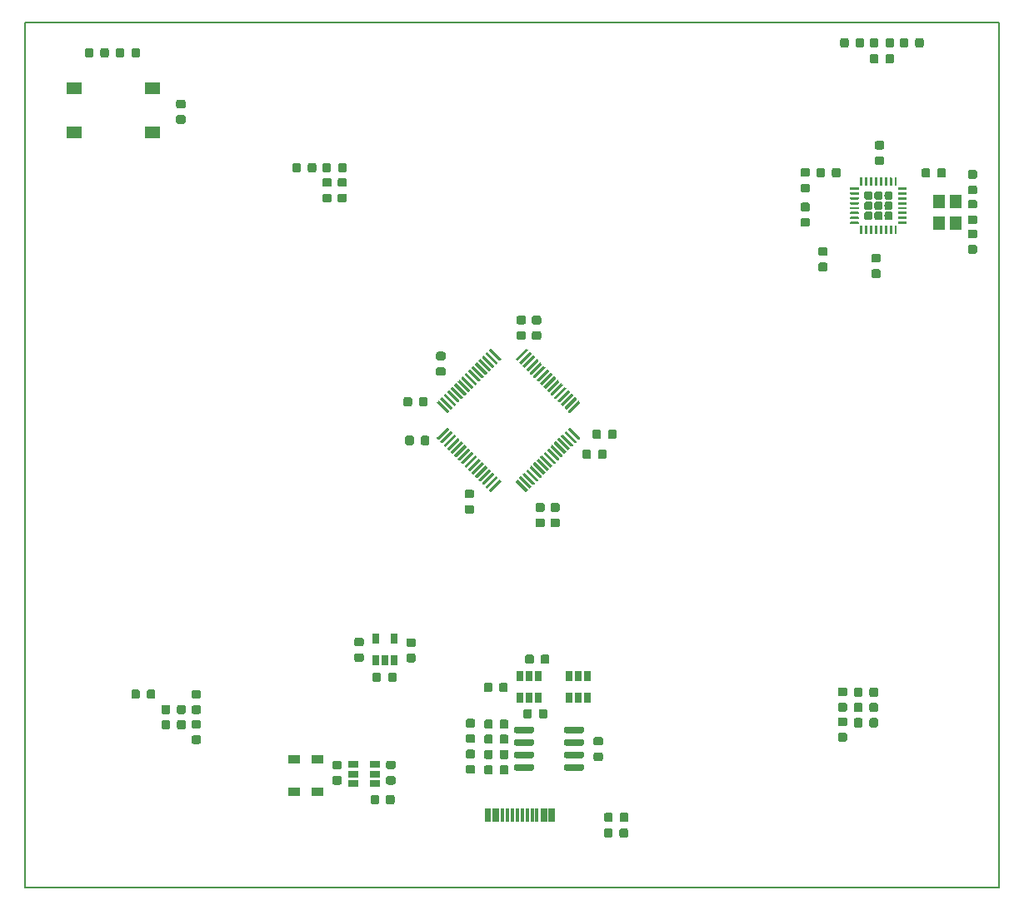
<source format=gbr>
%TF.GenerationSoftware,KiCad,Pcbnew,(5.1.0)-1*%
%TF.CreationDate,2019-07-18T10:11:44+02:00*%
%TF.ProjectId,Timelapsebuild_Control,54696d65-6c61-4707-9365-6275696c645f,rev?*%
%TF.SameCoordinates,Original*%
%TF.FileFunction,Paste,Top*%
%TF.FilePolarity,Positive*%
%FSLAX46Y46*%
G04 Gerber Fmt 4.6, Leading zero omitted, Abs format (unit mm)*
G04 Created by KiCad (PCBNEW (5.1.0)-1) date 2019-07-18 10:11:44*
%MOMM*%
%LPD*%
G04 APERTURE LIST*
%ADD10C,0.150000*%
%ADD11C,0.875000*%
%ADD12R,1.200000X0.900000*%
%ADD13C,0.830000*%
%ADD14C,0.250000*%
%ADD15R,0.300000X1.450000*%
%ADD16R,1.200000X1.400000*%
%ADD17R,0.650000X1.060000*%
%ADD18R,1.550000X1.300000*%
%ADD19C,0.300000*%
%ADD20C,0.650000*%
%ADD21R,1.060000X0.650000*%
G04 APERTURE END LIST*
D10*
X95000000Y-139500000D02*
X95000000Y-51500000D01*
X194000000Y-139500000D02*
X95000000Y-139500000D01*
X194000000Y-51500000D02*
X194000000Y-139500000D01*
X95000000Y-51500000D02*
X194000000Y-51500000D01*
G36*
X108037891Y-119363253D02*
G01*
X108059126Y-119366403D01*
X108079950Y-119371619D01*
X108100162Y-119378851D01*
X108119568Y-119388030D01*
X108137981Y-119399066D01*
X108155224Y-119411854D01*
X108171130Y-119426270D01*
X108185546Y-119442176D01*
X108198334Y-119459419D01*
X108209370Y-119477832D01*
X108218549Y-119497238D01*
X108225781Y-119517450D01*
X108230997Y-119538274D01*
X108234147Y-119559509D01*
X108235200Y-119580950D01*
X108235200Y-120093450D01*
X108234147Y-120114891D01*
X108230997Y-120136126D01*
X108225781Y-120156950D01*
X108218549Y-120177162D01*
X108209370Y-120196568D01*
X108198334Y-120214981D01*
X108185546Y-120232224D01*
X108171130Y-120248130D01*
X108155224Y-120262546D01*
X108137981Y-120275334D01*
X108119568Y-120286370D01*
X108100162Y-120295549D01*
X108079950Y-120302781D01*
X108059126Y-120307997D01*
X108037891Y-120311147D01*
X108016450Y-120312200D01*
X107578950Y-120312200D01*
X107557509Y-120311147D01*
X107536274Y-120307997D01*
X107515450Y-120302781D01*
X107495238Y-120295549D01*
X107475832Y-120286370D01*
X107457419Y-120275334D01*
X107440176Y-120262546D01*
X107424270Y-120248130D01*
X107409854Y-120232224D01*
X107397066Y-120214981D01*
X107386030Y-120196568D01*
X107376851Y-120177162D01*
X107369619Y-120156950D01*
X107364403Y-120136126D01*
X107361253Y-120114891D01*
X107360200Y-120093450D01*
X107360200Y-119580950D01*
X107361253Y-119559509D01*
X107364403Y-119538274D01*
X107369619Y-119517450D01*
X107376851Y-119497238D01*
X107386030Y-119477832D01*
X107397066Y-119459419D01*
X107409854Y-119442176D01*
X107424270Y-119426270D01*
X107440176Y-119411854D01*
X107457419Y-119399066D01*
X107475832Y-119388030D01*
X107495238Y-119378851D01*
X107515450Y-119371619D01*
X107536274Y-119366403D01*
X107557509Y-119363253D01*
X107578950Y-119362200D01*
X108016450Y-119362200D01*
X108037891Y-119363253D01*
X108037891Y-119363253D01*
G37*
D11*
X107797700Y-119837200D03*
D10*
G36*
X106462891Y-119363253D02*
G01*
X106484126Y-119366403D01*
X106504950Y-119371619D01*
X106525162Y-119378851D01*
X106544568Y-119388030D01*
X106562981Y-119399066D01*
X106580224Y-119411854D01*
X106596130Y-119426270D01*
X106610546Y-119442176D01*
X106623334Y-119459419D01*
X106634370Y-119477832D01*
X106643549Y-119497238D01*
X106650781Y-119517450D01*
X106655997Y-119538274D01*
X106659147Y-119559509D01*
X106660200Y-119580950D01*
X106660200Y-120093450D01*
X106659147Y-120114891D01*
X106655997Y-120136126D01*
X106650781Y-120156950D01*
X106643549Y-120177162D01*
X106634370Y-120196568D01*
X106623334Y-120214981D01*
X106610546Y-120232224D01*
X106596130Y-120248130D01*
X106580224Y-120262546D01*
X106562981Y-120275334D01*
X106544568Y-120286370D01*
X106525162Y-120295549D01*
X106504950Y-120302781D01*
X106484126Y-120307997D01*
X106462891Y-120311147D01*
X106441450Y-120312200D01*
X106003950Y-120312200D01*
X105982509Y-120311147D01*
X105961274Y-120307997D01*
X105940450Y-120302781D01*
X105920238Y-120295549D01*
X105900832Y-120286370D01*
X105882419Y-120275334D01*
X105865176Y-120262546D01*
X105849270Y-120248130D01*
X105834854Y-120232224D01*
X105822066Y-120214981D01*
X105811030Y-120196568D01*
X105801851Y-120177162D01*
X105794619Y-120156950D01*
X105789403Y-120136126D01*
X105786253Y-120114891D01*
X105785200Y-120093450D01*
X105785200Y-119580950D01*
X105786253Y-119559509D01*
X105789403Y-119538274D01*
X105794619Y-119517450D01*
X105801851Y-119497238D01*
X105811030Y-119477832D01*
X105822066Y-119459419D01*
X105834854Y-119442176D01*
X105849270Y-119426270D01*
X105865176Y-119411854D01*
X105882419Y-119399066D01*
X105900832Y-119388030D01*
X105920238Y-119378851D01*
X105940450Y-119371619D01*
X105961274Y-119366403D01*
X105982509Y-119363253D01*
X106003950Y-119362200D01*
X106441450Y-119362200D01*
X106462891Y-119363253D01*
X106462891Y-119363253D01*
G37*
D11*
X106222700Y-119837200D03*
D10*
G36*
X181469191Y-119160053D02*
G01*
X181490426Y-119163203D01*
X181511250Y-119168419D01*
X181531462Y-119175651D01*
X181550868Y-119184830D01*
X181569281Y-119195866D01*
X181586524Y-119208654D01*
X181602430Y-119223070D01*
X181616846Y-119238976D01*
X181629634Y-119256219D01*
X181640670Y-119274632D01*
X181649849Y-119294038D01*
X181657081Y-119314250D01*
X181662297Y-119335074D01*
X181665447Y-119356309D01*
X181666500Y-119377750D01*
X181666500Y-119890250D01*
X181665447Y-119911691D01*
X181662297Y-119932926D01*
X181657081Y-119953750D01*
X181649849Y-119973962D01*
X181640670Y-119993368D01*
X181629634Y-120011781D01*
X181616846Y-120029024D01*
X181602430Y-120044930D01*
X181586524Y-120059346D01*
X181569281Y-120072134D01*
X181550868Y-120083170D01*
X181531462Y-120092349D01*
X181511250Y-120099581D01*
X181490426Y-120104797D01*
X181469191Y-120107947D01*
X181447750Y-120109000D01*
X181010250Y-120109000D01*
X180988809Y-120107947D01*
X180967574Y-120104797D01*
X180946750Y-120099581D01*
X180926538Y-120092349D01*
X180907132Y-120083170D01*
X180888719Y-120072134D01*
X180871476Y-120059346D01*
X180855570Y-120044930D01*
X180841154Y-120029024D01*
X180828366Y-120011781D01*
X180817330Y-119993368D01*
X180808151Y-119973962D01*
X180800919Y-119953750D01*
X180795703Y-119932926D01*
X180792553Y-119911691D01*
X180791500Y-119890250D01*
X180791500Y-119377750D01*
X180792553Y-119356309D01*
X180795703Y-119335074D01*
X180800919Y-119314250D01*
X180808151Y-119294038D01*
X180817330Y-119274632D01*
X180828366Y-119256219D01*
X180841154Y-119238976D01*
X180855570Y-119223070D01*
X180871476Y-119208654D01*
X180888719Y-119195866D01*
X180907132Y-119184830D01*
X180926538Y-119175651D01*
X180946750Y-119168419D01*
X180967574Y-119163203D01*
X180988809Y-119160053D01*
X181010250Y-119159000D01*
X181447750Y-119159000D01*
X181469191Y-119160053D01*
X181469191Y-119160053D01*
G37*
D11*
X181229000Y-119634000D03*
D10*
G36*
X179894191Y-119160053D02*
G01*
X179915426Y-119163203D01*
X179936250Y-119168419D01*
X179956462Y-119175651D01*
X179975868Y-119184830D01*
X179994281Y-119195866D01*
X180011524Y-119208654D01*
X180027430Y-119223070D01*
X180041846Y-119238976D01*
X180054634Y-119256219D01*
X180065670Y-119274632D01*
X180074849Y-119294038D01*
X180082081Y-119314250D01*
X180087297Y-119335074D01*
X180090447Y-119356309D01*
X180091500Y-119377750D01*
X180091500Y-119890250D01*
X180090447Y-119911691D01*
X180087297Y-119932926D01*
X180082081Y-119953750D01*
X180074849Y-119973962D01*
X180065670Y-119993368D01*
X180054634Y-120011781D01*
X180041846Y-120029024D01*
X180027430Y-120044930D01*
X180011524Y-120059346D01*
X179994281Y-120072134D01*
X179975868Y-120083170D01*
X179956462Y-120092349D01*
X179936250Y-120099581D01*
X179915426Y-120104797D01*
X179894191Y-120107947D01*
X179872750Y-120109000D01*
X179435250Y-120109000D01*
X179413809Y-120107947D01*
X179392574Y-120104797D01*
X179371750Y-120099581D01*
X179351538Y-120092349D01*
X179332132Y-120083170D01*
X179313719Y-120072134D01*
X179296476Y-120059346D01*
X179280570Y-120044930D01*
X179266154Y-120029024D01*
X179253366Y-120011781D01*
X179242330Y-119993368D01*
X179233151Y-119973962D01*
X179225919Y-119953750D01*
X179220703Y-119932926D01*
X179217553Y-119911691D01*
X179216500Y-119890250D01*
X179216500Y-119377750D01*
X179217553Y-119356309D01*
X179220703Y-119335074D01*
X179225919Y-119314250D01*
X179233151Y-119294038D01*
X179242330Y-119274632D01*
X179253366Y-119256219D01*
X179266154Y-119238976D01*
X179280570Y-119223070D01*
X179296476Y-119208654D01*
X179313719Y-119195866D01*
X179332132Y-119184830D01*
X179351538Y-119175651D01*
X179371750Y-119168419D01*
X179392574Y-119163203D01*
X179413809Y-119160053D01*
X179435250Y-119159000D01*
X179872750Y-119159000D01*
X179894191Y-119160053D01*
X179894191Y-119160053D01*
G37*
D11*
X179654000Y-119634000D03*
D10*
G36*
X112672691Y-124023653D02*
G01*
X112693926Y-124026803D01*
X112714750Y-124032019D01*
X112734962Y-124039251D01*
X112754368Y-124048430D01*
X112772781Y-124059466D01*
X112790024Y-124072254D01*
X112805930Y-124086670D01*
X112820346Y-124102576D01*
X112833134Y-124119819D01*
X112844170Y-124138232D01*
X112853349Y-124157638D01*
X112860581Y-124177850D01*
X112865797Y-124198674D01*
X112868947Y-124219909D01*
X112870000Y-124241350D01*
X112870000Y-124678850D01*
X112868947Y-124700291D01*
X112865797Y-124721526D01*
X112860581Y-124742350D01*
X112853349Y-124762562D01*
X112844170Y-124781968D01*
X112833134Y-124800381D01*
X112820346Y-124817624D01*
X112805930Y-124833530D01*
X112790024Y-124847946D01*
X112772781Y-124860734D01*
X112754368Y-124871770D01*
X112734962Y-124880949D01*
X112714750Y-124888181D01*
X112693926Y-124893397D01*
X112672691Y-124896547D01*
X112651250Y-124897600D01*
X112138750Y-124897600D01*
X112117309Y-124896547D01*
X112096074Y-124893397D01*
X112075250Y-124888181D01*
X112055038Y-124880949D01*
X112035632Y-124871770D01*
X112017219Y-124860734D01*
X111999976Y-124847946D01*
X111984070Y-124833530D01*
X111969654Y-124817624D01*
X111956866Y-124800381D01*
X111945830Y-124781968D01*
X111936651Y-124762562D01*
X111929419Y-124742350D01*
X111924203Y-124721526D01*
X111921053Y-124700291D01*
X111920000Y-124678850D01*
X111920000Y-124241350D01*
X111921053Y-124219909D01*
X111924203Y-124198674D01*
X111929419Y-124177850D01*
X111936651Y-124157638D01*
X111945830Y-124138232D01*
X111956866Y-124119819D01*
X111969654Y-124102576D01*
X111984070Y-124086670D01*
X111999976Y-124072254D01*
X112017219Y-124059466D01*
X112035632Y-124048430D01*
X112055038Y-124039251D01*
X112075250Y-124032019D01*
X112096074Y-124026803D01*
X112117309Y-124023653D01*
X112138750Y-124022600D01*
X112651250Y-124022600D01*
X112672691Y-124023653D01*
X112672691Y-124023653D01*
G37*
D11*
X112395000Y-124460100D03*
D10*
G36*
X112672691Y-122448653D02*
G01*
X112693926Y-122451803D01*
X112714750Y-122457019D01*
X112734962Y-122464251D01*
X112754368Y-122473430D01*
X112772781Y-122484466D01*
X112790024Y-122497254D01*
X112805930Y-122511670D01*
X112820346Y-122527576D01*
X112833134Y-122544819D01*
X112844170Y-122563232D01*
X112853349Y-122582638D01*
X112860581Y-122602850D01*
X112865797Y-122623674D01*
X112868947Y-122644909D01*
X112870000Y-122666350D01*
X112870000Y-123103850D01*
X112868947Y-123125291D01*
X112865797Y-123146526D01*
X112860581Y-123167350D01*
X112853349Y-123187562D01*
X112844170Y-123206968D01*
X112833134Y-123225381D01*
X112820346Y-123242624D01*
X112805930Y-123258530D01*
X112790024Y-123272946D01*
X112772781Y-123285734D01*
X112754368Y-123296770D01*
X112734962Y-123305949D01*
X112714750Y-123313181D01*
X112693926Y-123318397D01*
X112672691Y-123321547D01*
X112651250Y-123322600D01*
X112138750Y-123322600D01*
X112117309Y-123321547D01*
X112096074Y-123318397D01*
X112075250Y-123313181D01*
X112055038Y-123305949D01*
X112035632Y-123296770D01*
X112017219Y-123285734D01*
X111999976Y-123272946D01*
X111984070Y-123258530D01*
X111969654Y-123242624D01*
X111956866Y-123225381D01*
X111945830Y-123206968D01*
X111936651Y-123187562D01*
X111929419Y-123167350D01*
X111924203Y-123146526D01*
X111921053Y-123125291D01*
X111920000Y-123103850D01*
X111920000Y-122666350D01*
X111921053Y-122644909D01*
X111924203Y-122623674D01*
X111929419Y-122602850D01*
X111936651Y-122582638D01*
X111945830Y-122563232D01*
X111956866Y-122544819D01*
X111969654Y-122527576D01*
X111984070Y-122511670D01*
X111999976Y-122497254D01*
X112017219Y-122484466D01*
X112035632Y-122473430D01*
X112055038Y-122464251D01*
X112075250Y-122457019D01*
X112096074Y-122451803D01*
X112117309Y-122448653D01*
X112138750Y-122447600D01*
X112651250Y-122447600D01*
X112672691Y-122448653D01*
X112672691Y-122448653D01*
G37*
D11*
X112395000Y-122885100D03*
D10*
G36*
X178331691Y-119146653D02*
G01*
X178352926Y-119149803D01*
X178373750Y-119155019D01*
X178393962Y-119162251D01*
X178413368Y-119171430D01*
X178431781Y-119182466D01*
X178449024Y-119195254D01*
X178464930Y-119209670D01*
X178479346Y-119225576D01*
X178492134Y-119242819D01*
X178503170Y-119261232D01*
X178512349Y-119280638D01*
X178519581Y-119300850D01*
X178524797Y-119321674D01*
X178527947Y-119342909D01*
X178529000Y-119364350D01*
X178529000Y-119801850D01*
X178527947Y-119823291D01*
X178524797Y-119844526D01*
X178519581Y-119865350D01*
X178512349Y-119885562D01*
X178503170Y-119904968D01*
X178492134Y-119923381D01*
X178479346Y-119940624D01*
X178464930Y-119956530D01*
X178449024Y-119970946D01*
X178431781Y-119983734D01*
X178413368Y-119994770D01*
X178393962Y-120003949D01*
X178373750Y-120011181D01*
X178352926Y-120016397D01*
X178331691Y-120019547D01*
X178310250Y-120020600D01*
X177797750Y-120020600D01*
X177776309Y-120019547D01*
X177755074Y-120016397D01*
X177734250Y-120011181D01*
X177714038Y-120003949D01*
X177694632Y-119994770D01*
X177676219Y-119983734D01*
X177658976Y-119970946D01*
X177643070Y-119956530D01*
X177628654Y-119940624D01*
X177615866Y-119923381D01*
X177604830Y-119904968D01*
X177595651Y-119885562D01*
X177588419Y-119865350D01*
X177583203Y-119844526D01*
X177580053Y-119823291D01*
X177579000Y-119801850D01*
X177579000Y-119364350D01*
X177580053Y-119342909D01*
X177583203Y-119321674D01*
X177588419Y-119300850D01*
X177595651Y-119280638D01*
X177604830Y-119261232D01*
X177615866Y-119242819D01*
X177628654Y-119225576D01*
X177643070Y-119209670D01*
X177658976Y-119195254D01*
X177676219Y-119182466D01*
X177694632Y-119171430D01*
X177714038Y-119162251D01*
X177734250Y-119155019D01*
X177755074Y-119149803D01*
X177776309Y-119146653D01*
X177797750Y-119145600D01*
X178310250Y-119145600D01*
X178331691Y-119146653D01*
X178331691Y-119146653D01*
G37*
D11*
X178054000Y-119583100D03*
D10*
G36*
X178331691Y-120721653D02*
G01*
X178352926Y-120724803D01*
X178373750Y-120730019D01*
X178393962Y-120737251D01*
X178413368Y-120746430D01*
X178431781Y-120757466D01*
X178449024Y-120770254D01*
X178464930Y-120784670D01*
X178479346Y-120800576D01*
X178492134Y-120817819D01*
X178503170Y-120836232D01*
X178512349Y-120855638D01*
X178519581Y-120875850D01*
X178524797Y-120896674D01*
X178527947Y-120917909D01*
X178529000Y-120939350D01*
X178529000Y-121376850D01*
X178527947Y-121398291D01*
X178524797Y-121419526D01*
X178519581Y-121440350D01*
X178512349Y-121460562D01*
X178503170Y-121479968D01*
X178492134Y-121498381D01*
X178479346Y-121515624D01*
X178464930Y-121531530D01*
X178449024Y-121545946D01*
X178431781Y-121558734D01*
X178413368Y-121569770D01*
X178393962Y-121578949D01*
X178373750Y-121586181D01*
X178352926Y-121591397D01*
X178331691Y-121594547D01*
X178310250Y-121595600D01*
X177797750Y-121595600D01*
X177776309Y-121594547D01*
X177755074Y-121591397D01*
X177734250Y-121586181D01*
X177714038Y-121578949D01*
X177694632Y-121569770D01*
X177676219Y-121558734D01*
X177658976Y-121545946D01*
X177643070Y-121531530D01*
X177628654Y-121515624D01*
X177615866Y-121498381D01*
X177604830Y-121479968D01*
X177595651Y-121460562D01*
X177588419Y-121440350D01*
X177583203Y-121419526D01*
X177580053Y-121398291D01*
X177579000Y-121376850D01*
X177579000Y-120939350D01*
X177580053Y-120917909D01*
X177583203Y-120896674D01*
X177588419Y-120875850D01*
X177595651Y-120855638D01*
X177604830Y-120836232D01*
X177615866Y-120817819D01*
X177628654Y-120800576D01*
X177643070Y-120784670D01*
X177658976Y-120770254D01*
X177676219Y-120757466D01*
X177694632Y-120746430D01*
X177714038Y-120737251D01*
X177734250Y-120730019D01*
X177755074Y-120724803D01*
X177776309Y-120721653D01*
X177797750Y-120720600D01*
X178310250Y-120720600D01*
X178331691Y-120721653D01*
X178331691Y-120721653D01*
G37*
D11*
X178054000Y-121158100D03*
D10*
G36*
X112672691Y-120975653D02*
G01*
X112693926Y-120978803D01*
X112714750Y-120984019D01*
X112734962Y-120991251D01*
X112754368Y-121000430D01*
X112772781Y-121011466D01*
X112790024Y-121024254D01*
X112805930Y-121038670D01*
X112820346Y-121054576D01*
X112833134Y-121071819D01*
X112844170Y-121090232D01*
X112853349Y-121109638D01*
X112860581Y-121129850D01*
X112865797Y-121150674D01*
X112868947Y-121171909D01*
X112870000Y-121193350D01*
X112870000Y-121630850D01*
X112868947Y-121652291D01*
X112865797Y-121673526D01*
X112860581Y-121694350D01*
X112853349Y-121714562D01*
X112844170Y-121733968D01*
X112833134Y-121752381D01*
X112820346Y-121769624D01*
X112805930Y-121785530D01*
X112790024Y-121799946D01*
X112772781Y-121812734D01*
X112754368Y-121823770D01*
X112734962Y-121832949D01*
X112714750Y-121840181D01*
X112693926Y-121845397D01*
X112672691Y-121848547D01*
X112651250Y-121849600D01*
X112138750Y-121849600D01*
X112117309Y-121848547D01*
X112096074Y-121845397D01*
X112075250Y-121840181D01*
X112055038Y-121832949D01*
X112035632Y-121823770D01*
X112017219Y-121812734D01*
X111999976Y-121799946D01*
X111984070Y-121785530D01*
X111969654Y-121769624D01*
X111956866Y-121752381D01*
X111945830Y-121733968D01*
X111936651Y-121714562D01*
X111929419Y-121694350D01*
X111924203Y-121673526D01*
X111921053Y-121652291D01*
X111920000Y-121630850D01*
X111920000Y-121193350D01*
X111921053Y-121171909D01*
X111924203Y-121150674D01*
X111929419Y-121129850D01*
X111936651Y-121109638D01*
X111945830Y-121090232D01*
X111956866Y-121071819D01*
X111969654Y-121054576D01*
X111984070Y-121038670D01*
X111999976Y-121024254D01*
X112017219Y-121011466D01*
X112035632Y-121000430D01*
X112055038Y-120991251D01*
X112075250Y-120984019D01*
X112096074Y-120978803D01*
X112117309Y-120975653D01*
X112138750Y-120974600D01*
X112651250Y-120974600D01*
X112672691Y-120975653D01*
X112672691Y-120975653D01*
G37*
D11*
X112395000Y-121412100D03*
D10*
G36*
X112672691Y-119400653D02*
G01*
X112693926Y-119403803D01*
X112714750Y-119409019D01*
X112734962Y-119416251D01*
X112754368Y-119425430D01*
X112772781Y-119436466D01*
X112790024Y-119449254D01*
X112805930Y-119463670D01*
X112820346Y-119479576D01*
X112833134Y-119496819D01*
X112844170Y-119515232D01*
X112853349Y-119534638D01*
X112860581Y-119554850D01*
X112865797Y-119575674D01*
X112868947Y-119596909D01*
X112870000Y-119618350D01*
X112870000Y-120055850D01*
X112868947Y-120077291D01*
X112865797Y-120098526D01*
X112860581Y-120119350D01*
X112853349Y-120139562D01*
X112844170Y-120158968D01*
X112833134Y-120177381D01*
X112820346Y-120194624D01*
X112805930Y-120210530D01*
X112790024Y-120224946D01*
X112772781Y-120237734D01*
X112754368Y-120248770D01*
X112734962Y-120257949D01*
X112714750Y-120265181D01*
X112693926Y-120270397D01*
X112672691Y-120273547D01*
X112651250Y-120274600D01*
X112138750Y-120274600D01*
X112117309Y-120273547D01*
X112096074Y-120270397D01*
X112075250Y-120265181D01*
X112055038Y-120257949D01*
X112035632Y-120248770D01*
X112017219Y-120237734D01*
X111999976Y-120224946D01*
X111984070Y-120210530D01*
X111969654Y-120194624D01*
X111956866Y-120177381D01*
X111945830Y-120158968D01*
X111936651Y-120139562D01*
X111929419Y-120119350D01*
X111924203Y-120098526D01*
X111921053Y-120077291D01*
X111920000Y-120055850D01*
X111920000Y-119618350D01*
X111921053Y-119596909D01*
X111924203Y-119575674D01*
X111929419Y-119554850D01*
X111936651Y-119534638D01*
X111945830Y-119515232D01*
X111956866Y-119496819D01*
X111969654Y-119479576D01*
X111984070Y-119463670D01*
X111999976Y-119449254D01*
X112017219Y-119436466D01*
X112035632Y-119425430D01*
X112055038Y-119416251D01*
X112075250Y-119409019D01*
X112096074Y-119403803D01*
X112117309Y-119400653D01*
X112138750Y-119399600D01*
X112651250Y-119399600D01*
X112672691Y-119400653D01*
X112672691Y-119400653D01*
G37*
D11*
X112395000Y-119837100D03*
D10*
G36*
X178331691Y-122194653D02*
G01*
X178352926Y-122197803D01*
X178373750Y-122203019D01*
X178393962Y-122210251D01*
X178413368Y-122219430D01*
X178431781Y-122230466D01*
X178449024Y-122243254D01*
X178464930Y-122257670D01*
X178479346Y-122273576D01*
X178492134Y-122290819D01*
X178503170Y-122309232D01*
X178512349Y-122328638D01*
X178519581Y-122348850D01*
X178524797Y-122369674D01*
X178527947Y-122390909D01*
X178529000Y-122412350D01*
X178529000Y-122849850D01*
X178527947Y-122871291D01*
X178524797Y-122892526D01*
X178519581Y-122913350D01*
X178512349Y-122933562D01*
X178503170Y-122952968D01*
X178492134Y-122971381D01*
X178479346Y-122988624D01*
X178464930Y-123004530D01*
X178449024Y-123018946D01*
X178431781Y-123031734D01*
X178413368Y-123042770D01*
X178393962Y-123051949D01*
X178373750Y-123059181D01*
X178352926Y-123064397D01*
X178331691Y-123067547D01*
X178310250Y-123068600D01*
X177797750Y-123068600D01*
X177776309Y-123067547D01*
X177755074Y-123064397D01*
X177734250Y-123059181D01*
X177714038Y-123051949D01*
X177694632Y-123042770D01*
X177676219Y-123031734D01*
X177658976Y-123018946D01*
X177643070Y-123004530D01*
X177628654Y-122988624D01*
X177615866Y-122971381D01*
X177604830Y-122952968D01*
X177595651Y-122933562D01*
X177588419Y-122913350D01*
X177583203Y-122892526D01*
X177580053Y-122871291D01*
X177579000Y-122849850D01*
X177579000Y-122412350D01*
X177580053Y-122390909D01*
X177583203Y-122369674D01*
X177588419Y-122348850D01*
X177595651Y-122328638D01*
X177604830Y-122309232D01*
X177615866Y-122290819D01*
X177628654Y-122273576D01*
X177643070Y-122257670D01*
X177658976Y-122243254D01*
X177676219Y-122230466D01*
X177694632Y-122219430D01*
X177714038Y-122210251D01*
X177734250Y-122203019D01*
X177755074Y-122197803D01*
X177776309Y-122194653D01*
X177797750Y-122193600D01*
X178310250Y-122193600D01*
X178331691Y-122194653D01*
X178331691Y-122194653D01*
G37*
D11*
X178054000Y-122631100D03*
D10*
G36*
X178331691Y-123769653D02*
G01*
X178352926Y-123772803D01*
X178373750Y-123778019D01*
X178393962Y-123785251D01*
X178413368Y-123794430D01*
X178431781Y-123805466D01*
X178449024Y-123818254D01*
X178464930Y-123832670D01*
X178479346Y-123848576D01*
X178492134Y-123865819D01*
X178503170Y-123884232D01*
X178512349Y-123903638D01*
X178519581Y-123923850D01*
X178524797Y-123944674D01*
X178527947Y-123965909D01*
X178529000Y-123987350D01*
X178529000Y-124424850D01*
X178527947Y-124446291D01*
X178524797Y-124467526D01*
X178519581Y-124488350D01*
X178512349Y-124508562D01*
X178503170Y-124527968D01*
X178492134Y-124546381D01*
X178479346Y-124563624D01*
X178464930Y-124579530D01*
X178449024Y-124593946D01*
X178431781Y-124606734D01*
X178413368Y-124617770D01*
X178393962Y-124626949D01*
X178373750Y-124634181D01*
X178352926Y-124639397D01*
X178331691Y-124642547D01*
X178310250Y-124643600D01*
X177797750Y-124643600D01*
X177776309Y-124642547D01*
X177755074Y-124639397D01*
X177734250Y-124634181D01*
X177714038Y-124626949D01*
X177694632Y-124617770D01*
X177676219Y-124606734D01*
X177658976Y-124593946D01*
X177643070Y-124579530D01*
X177628654Y-124563624D01*
X177615866Y-124546381D01*
X177604830Y-124527968D01*
X177595651Y-124508562D01*
X177588419Y-124488350D01*
X177583203Y-124467526D01*
X177580053Y-124446291D01*
X177579000Y-124424850D01*
X177579000Y-123987350D01*
X177580053Y-123965909D01*
X177583203Y-123944674D01*
X177588419Y-123923850D01*
X177595651Y-123903638D01*
X177604830Y-123884232D01*
X177615866Y-123865819D01*
X177628654Y-123848576D01*
X177643070Y-123832670D01*
X177658976Y-123818254D01*
X177676219Y-123805466D01*
X177694632Y-123794430D01*
X177714038Y-123785251D01*
X177734250Y-123778019D01*
X177755074Y-123772803D01*
X177776309Y-123769653D01*
X177797750Y-123768600D01*
X178310250Y-123768600D01*
X178331691Y-123769653D01*
X178331691Y-123769653D01*
G37*
D11*
X178054000Y-124206100D03*
D10*
G36*
X111097891Y-59380453D02*
G01*
X111119126Y-59383603D01*
X111139950Y-59388819D01*
X111160162Y-59396051D01*
X111179568Y-59405230D01*
X111197981Y-59416266D01*
X111215224Y-59429054D01*
X111231130Y-59443470D01*
X111245546Y-59459376D01*
X111258334Y-59476619D01*
X111269370Y-59495032D01*
X111278549Y-59514438D01*
X111285781Y-59534650D01*
X111290997Y-59555474D01*
X111294147Y-59576709D01*
X111295200Y-59598150D01*
X111295200Y-60035650D01*
X111294147Y-60057091D01*
X111290997Y-60078326D01*
X111285781Y-60099150D01*
X111278549Y-60119362D01*
X111269370Y-60138768D01*
X111258334Y-60157181D01*
X111245546Y-60174424D01*
X111231130Y-60190330D01*
X111215224Y-60204746D01*
X111197981Y-60217534D01*
X111179568Y-60228570D01*
X111160162Y-60237749D01*
X111139950Y-60244981D01*
X111119126Y-60250197D01*
X111097891Y-60253347D01*
X111076450Y-60254400D01*
X110563950Y-60254400D01*
X110542509Y-60253347D01*
X110521274Y-60250197D01*
X110500450Y-60244981D01*
X110480238Y-60237749D01*
X110460832Y-60228570D01*
X110442419Y-60217534D01*
X110425176Y-60204746D01*
X110409270Y-60190330D01*
X110394854Y-60174424D01*
X110382066Y-60157181D01*
X110371030Y-60138768D01*
X110361851Y-60119362D01*
X110354619Y-60099150D01*
X110349403Y-60078326D01*
X110346253Y-60057091D01*
X110345200Y-60035650D01*
X110345200Y-59598150D01*
X110346253Y-59576709D01*
X110349403Y-59555474D01*
X110354619Y-59534650D01*
X110361851Y-59514438D01*
X110371030Y-59495032D01*
X110382066Y-59476619D01*
X110394854Y-59459376D01*
X110409270Y-59443470D01*
X110425176Y-59429054D01*
X110442419Y-59416266D01*
X110460832Y-59405230D01*
X110480238Y-59396051D01*
X110500450Y-59388819D01*
X110521274Y-59383603D01*
X110542509Y-59380453D01*
X110563950Y-59379400D01*
X111076450Y-59379400D01*
X111097891Y-59380453D01*
X111097891Y-59380453D01*
G37*
D11*
X110820200Y-59816900D03*
D10*
G36*
X111097891Y-60955453D02*
G01*
X111119126Y-60958603D01*
X111139950Y-60963819D01*
X111160162Y-60971051D01*
X111179568Y-60980230D01*
X111197981Y-60991266D01*
X111215224Y-61004054D01*
X111231130Y-61018470D01*
X111245546Y-61034376D01*
X111258334Y-61051619D01*
X111269370Y-61070032D01*
X111278549Y-61089438D01*
X111285781Y-61109650D01*
X111290997Y-61130474D01*
X111294147Y-61151709D01*
X111295200Y-61173150D01*
X111295200Y-61610650D01*
X111294147Y-61632091D01*
X111290997Y-61653326D01*
X111285781Y-61674150D01*
X111278549Y-61694362D01*
X111269370Y-61713768D01*
X111258334Y-61732181D01*
X111245546Y-61749424D01*
X111231130Y-61765330D01*
X111215224Y-61779746D01*
X111197981Y-61792534D01*
X111179568Y-61803570D01*
X111160162Y-61812749D01*
X111139950Y-61819981D01*
X111119126Y-61825197D01*
X111097891Y-61828347D01*
X111076450Y-61829400D01*
X110563950Y-61829400D01*
X110542509Y-61828347D01*
X110521274Y-61825197D01*
X110500450Y-61819981D01*
X110480238Y-61812749D01*
X110460832Y-61803570D01*
X110442419Y-61792534D01*
X110425176Y-61779746D01*
X110409270Y-61765330D01*
X110394854Y-61749424D01*
X110382066Y-61732181D01*
X110371030Y-61713768D01*
X110361851Y-61694362D01*
X110354619Y-61674150D01*
X110349403Y-61653326D01*
X110346253Y-61632091D01*
X110345200Y-61610650D01*
X110345200Y-61173150D01*
X110346253Y-61151709D01*
X110349403Y-61130474D01*
X110354619Y-61109650D01*
X110361851Y-61089438D01*
X110371030Y-61070032D01*
X110382066Y-61051619D01*
X110394854Y-61034376D01*
X110409270Y-61018470D01*
X110425176Y-61004054D01*
X110442419Y-60991266D01*
X110460832Y-60980230D01*
X110480238Y-60971051D01*
X110500450Y-60963819D01*
X110521274Y-60958603D01*
X110542509Y-60955453D01*
X110563950Y-60954400D01*
X111076450Y-60954400D01*
X111097891Y-60955453D01*
X111097891Y-60955453D01*
G37*
D11*
X110820200Y-61391900D03*
D10*
G36*
X153884891Y-94953853D02*
G01*
X153906126Y-94957003D01*
X153926950Y-94962219D01*
X153947162Y-94969451D01*
X153966568Y-94978630D01*
X153984981Y-94989666D01*
X154002224Y-95002454D01*
X154018130Y-95016870D01*
X154032546Y-95032776D01*
X154045334Y-95050019D01*
X154056370Y-95068432D01*
X154065549Y-95087838D01*
X154072781Y-95108050D01*
X154077997Y-95128874D01*
X154081147Y-95150109D01*
X154082200Y-95171550D01*
X154082200Y-95684050D01*
X154081147Y-95705491D01*
X154077997Y-95726726D01*
X154072781Y-95747550D01*
X154065549Y-95767762D01*
X154056370Y-95787168D01*
X154045334Y-95805581D01*
X154032546Y-95822824D01*
X154018130Y-95838730D01*
X154002224Y-95853146D01*
X153984981Y-95865934D01*
X153966568Y-95876970D01*
X153947162Y-95886149D01*
X153926950Y-95893381D01*
X153906126Y-95898597D01*
X153884891Y-95901747D01*
X153863450Y-95902800D01*
X153425950Y-95902800D01*
X153404509Y-95901747D01*
X153383274Y-95898597D01*
X153362450Y-95893381D01*
X153342238Y-95886149D01*
X153322832Y-95876970D01*
X153304419Y-95865934D01*
X153287176Y-95853146D01*
X153271270Y-95838730D01*
X153256854Y-95822824D01*
X153244066Y-95805581D01*
X153233030Y-95787168D01*
X153223851Y-95767762D01*
X153216619Y-95747550D01*
X153211403Y-95726726D01*
X153208253Y-95705491D01*
X153207200Y-95684050D01*
X153207200Y-95171550D01*
X153208253Y-95150109D01*
X153211403Y-95128874D01*
X153216619Y-95108050D01*
X153223851Y-95087838D01*
X153233030Y-95068432D01*
X153244066Y-95050019D01*
X153256854Y-95032776D01*
X153271270Y-95016870D01*
X153287176Y-95002454D01*
X153304419Y-94989666D01*
X153322832Y-94978630D01*
X153342238Y-94969451D01*
X153362450Y-94962219D01*
X153383274Y-94957003D01*
X153404509Y-94953853D01*
X153425950Y-94952800D01*
X153863450Y-94952800D01*
X153884891Y-94953853D01*
X153884891Y-94953853D01*
G37*
D11*
X153644700Y-95427800D03*
D10*
G36*
X152309891Y-94953853D02*
G01*
X152331126Y-94957003D01*
X152351950Y-94962219D01*
X152372162Y-94969451D01*
X152391568Y-94978630D01*
X152409981Y-94989666D01*
X152427224Y-95002454D01*
X152443130Y-95016870D01*
X152457546Y-95032776D01*
X152470334Y-95050019D01*
X152481370Y-95068432D01*
X152490549Y-95087838D01*
X152497781Y-95108050D01*
X152502997Y-95128874D01*
X152506147Y-95150109D01*
X152507200Y-95171550D01*
X152507200Y-95684050D01*
X152506147Y-95705491D01*
X152502997Y-95726726D01*
X152497781Y-95747550D01*
X152490549Y-95767762D01*
X152481370Y-95787168D01*
X152470334Y-95805581D01*
X152457546Y-95822824D01*
X152443130Y-95838730D01*
X152427224Y-95853146D01*
X152409981Y-95865934D01*
X152391568Y-95876970D01*
X152372162Y-95886149D01*
X152351950Y-95893381D01*
X152331126Y-95898597D01*
X152309891Y-95901747D01*
X152288450Y-95902800D01*
X151850950Y-95902800D01*
X151829509Y-95901747D01*
X151808274Y-95898597D01*
X151787450Y-95893381D01*
X151767238Y-95886149D01*
X151747832Y-95876970D01*
X151729419Y-95865934D01*
X151712176Y-95853146D01*
X151696270Y-95838730D01*
X151681854Y-95822824D01*
X151669066Y-95805581D01*
X151658030Y-95787168D01*
X151648851Y-95767762D01*
X151641619Y-95747550D01*
X151636403Y-95726726D01*
X151633253Y-95705491D01*
X151632200Y-95684050D01*
X151632200Y-95171550D01*
X151633253Y-95150109D01*
X151636403Y-95128874D01*
X151641619Y-95108050D01*
X151648851Y-95087838D01*
X151658030Y-95068432D01*
X151669066Y-95050019D01*
X151681854Y-95032776D01*
X151696270Y-95016870D01*
X151712176Y-95002454D01*
X151729419Y-94989666D01*
X151747832Y-94978630D01*
X151767238Y-94969451D01*
X151787450Y-94962219D01*
X151808274Y-94957003D01*
X151829509Y-94953853D01*
X151850950Y-94952800D01*
X152288450Y-94952800D01*
X152309891Y-94953853D01*
X152309891Y-94953853D01*
G37*
D11*
X152069700Y-95427800D03*
D10*
G36*
X147242091Y-82926453D02*
G01*
X147263326Y-82929603D01*
X147284150Y-82934819D01*
X147304362Y-82942051D01*
X147323768Y-82951230D01*
X147342181Y-82962266D01*
X147359424Y-82975054D01*
X147375330Y-82989470D01*
X147389746Y-83005376D01*
X147402534Y-83022619D01*
X147413570Y-83041032D01*
X147422749Y-83060438D01*
X147429981Y-83080650D01*
X147435197Y-83101474D01*
X147438347Y-83122709D01*
X147439400Y-83144150D01*
X147439400Y-83581650D01*
X147438347Y-83603091D01*
X147435197Y-83624326D01*
X147429981Y-83645150D01*
X147422749Y-83665362D01*
X147413570Y-83684768D01*
X147402534Y-83703181D01*
X147389746Y-83720424D01*
X147375330Y-83736330D01*
X147359424Y-83750746D01*
X147342181Y-83763534D01*
X147323768Y-83774570D01*
X147304362Y-83783749D01*
X147284150Y-83790981D01*
X147263326Y-83796197D01*
X147242091Y-83799347D01*
X147220650Y-83800400D01*
X146708150Y-83800400D01*
X146686709Y-83799347D01*
X146665474Y-83796197D01*
X146644650Y-83790981D01*
X146624438Y-83783749D01*
X146605032Y-83774570D01*
X146586619Y-83763534D01*
X146569376Y-83750746D01*
X146553470Y-83736330D01*
X146539054Y-83720424D01*
X146526266Y-83703181D01*
X146515230Y-83684768D01*
X146506051Y-83665362D01*
X146498819Y-83645150D01*
X146493603Y-83624326D01*
X146490453Y-83603091D01*
X146489400Y-83581650D01*
X146489400Y-83144150D01*
X146490453Y-83122709D01*
X146493603Y-83101474D01*
X146498819Y-83080650D01*
X146506051Y-83060438D01*
X146515230Y-83041032D01*
X146526266Y-83022619D01*
X146539054Y-83005376D01*
X146553470Y-82989470D01*
X146569376Y-82975054D01*
X146586619Y-82962266D01*
X146605032Y-82951230D01*
X146624438Y-82942051D01*
X146644650Y-82934819D01*
X146665474Y-82929603D01*
X146686709Y-82926453D01*
X146708150Y-82925400D01*
X147220650Y-82925400D01*
X147242091Y-82926453D01*
X147242091Y-82926453D01*
G37*
D11*
X146964400Y-83362900D03*
D10*
G36*
X147242091Y-81351453D02*
G01*
X147263326Y-81354603D01*
X147284150Y-81359819D01*
X147304362Y-81367051D01*
X147323768Y-81376230D01*
X147342181Y-81387266D01*
X147359424Y-81400054D01*
X147375330Y-81414470D01*
X147389746Y-81430376D01*
X147402534Y-81447619D01*
X147413570Y-81466032D01*
X147422749Y-81485438D01*
X147429981Y-81505650D01*
X147435197Y-81526474D01*
X147438347Y-81547709D01*
X147439400Y-81569150D01*
X147439400Y-82006650D01*
X147438347Y-82028091D01*
X147435197Y-82049326D01*
X147429981Y-82070150D01*
X147422749Y-82090362D01*
X147413570Y-82109768D01*
X147402534Y-82128181D01*
X147389746Y-82145424D01*
X147375330Y-82161330D01*
X147359424Y-82175746D01*
X147342181Y-82188534D01*
X147323768Y-82199570D01*
X147304362Y-82208749D01*
X147284150Y-82215981D01*
X147263326Y-82221197D01*
X147242091Y-82224347D01*
X147220650Y-82225400D01*
X146708150Y-82225400D01*
X146686709Y-82224347D01*
X146665474Y-82221197D01*
X146644650Y-82215981D01*
X146624438Y-82208749D01*
X146605032Y-82199570D01*
X146586619Y-82188534D01*
X146569376Y-82175746D01*
X146553470Y-82161330D01*
X146539054Y-82145424D01*
X146526266Y-82128181D01*
X146515230Y-82109768D01*
X146506051Y-82090362D01*
X146498819Y-82070150D01*
X146493603Y-82049326D01*
X146490453Y-82028091D01*
X146489400Y-82006650D01*
X146489400Y-81569150D01*
X146490453Y-81547709D01*
X146493603Y-81526474D01*
X146498819Y-81505650D01*
X146506051Y-81485438D01*
X146515230Y-81466032D01*
X146526266Y-81447619D01*
X146539054Y-81430376D01*
X146553470Y-81414470D01*
X146569376Y-81400054D01*
X146586619Y-81387266D01*
X146605032Y-81376230D01*
X146624438Y-81367051D01*
X146644650Y-81359819D01*
X146665474Y-81354603D01*
X146686709Y-81351453D01*
X146708150Y-81350400D01*
X147220650Y-81350400D01*
X147242091Y-81351453D01*
X147242091Y-81351453D01*
G37*
D11*
X146964400Y-81787900D03*
D10*
G36*
X149121691Y-101976453D02*
G01*
X149142926Y-101979603D01*
X149163750Y-101984819D01*
X149183962Y-101992051D01*
X149203368Y-102001230D01*
X149221781Y-102012266D01*
X149239024Y-102025054D01*
X149254930Y-102039470D01*
X149269346Y-102055376D01*
X149282134Y-102072619D01*
X149293170Y-102091032D01*
X149302349Y-102110438D01*
X149309581Y-102130650D01*
X149314797Y-102151474D01*
X149317947Y-102172709D01*
X149319000Y-102194150D01*
X149319000Y-102631650D01*
X149317947Y-102653091D01*
X149314797Y-102674326D01*
X149309581Y-102695150D01*
X149302349Y-102715362D01*
X149293170Y-102734768D01*
X149282134Y-102753181D01*
X149269346Y-102770424D01*
X149254930Y-102786330D01*
X149239024Y-102800746D01*
X149221781Y-102813534D01*
X149203368Y-102824570D01*
X149183962Y-102833749D01*
X149163750Y-102840981D01*
X149142926Y-102846197D01*
X149121691Y-102849347D01*
X149100250Y-102850400D01*
X148587750Y-102850400D01*
X148566309Y-102849347D01*
X148545074Y-102846197D01*
X148524250Y-102840981D01*
X148504038Y-102833749D01*
X148484632Y-102824570D01*
X148466219Y-102813534D01*
X148448976Y-102800746D01*
X148433070Y-102786330D01*
X148418654Y-102770424D01*
X148405866Y-102753181D01*
X148394830Y-102734768D01*
X148385651Y-102715362D01*
X148378419Y-102695150D01*
X148373203Y-102674326D01*
X148370053Y-102653091D01*
X148369000Y-102631650D01*
X148369000Y-102194150D01*
X148370053Y-102172709D01*
X148373203Y-102151474D01*
X148378419Y-102130650D01*
X148385651Y-102110438D01*
X148394830Y-102091032D01*
X148405866Y-102072619D01*
X148418654Y-102055376D01*
X148433070Y-102039470D01*
X148448976Y-102025054D01*
X148466219Y-102012266D01*
X148484632Y-102001230D01*
X148504038Y-101992051D01*
X148524250Y-101984819D01*
X148545074Y-101979603D01*
X148566309Y-101976453D01*
X148587750Y-101975400D01*
X149100250Y-101975400D01*
X149121691Y-101976453D01*
X149121691Y-101976453D01*
G37*
D11*
X148844000Y-102412900D03*
D10*
G36*
X149121691Y-100401453D02*
G01*
X149142926Y-100404603D01*
X149163750Y-100409819D01*
X149183962Y-100417051D01*
X149203368Y-100426230D01*
X149221781Y-100437266D01*
X149239024Y-100450054D01*
X149254930Y-100464470D01*
X149269346Y-100480376D01*
X149282134Y-100497619D01*
X149293170Y-100516032D01*
X149302349Y-100535438D01*
X149309581Y-100555650D01*
X149314797Y-100576474D01*
X149317947Y-100597709D01*
X149319000Y-100619150D01*
X149319000Y-101056650D01*
X149317947Y-101078091D01*
X149314797Y-101099326D01*
X149309581Y-101120150D01*
X149302349Y-101140362D01*
X149293170Y-101159768D01*
X149282134Y-101178181D01*
X149269346Y-101195424D01*
X149254930Y-101211330D01*
X149239024Y-101225746D01*
X149221781Y-101238534D01*
X149203368Y-101249570D01*
X149183962Y-101258749D01*
X149163750Y-101265981D01*
X149142926Y-101271197D01*
X149121691Y-101274347D01*
X149100250Y-101275400D01*
X148587750Y-101275400D01*
X148566309Y-101274347D01*
X148545074Y-101271197D01*
X148524250Y-101265981D01*
X148504038Y-101258749D01*
X148484632Y-101249570D01*
X148466219Y-101238534D01*
X148448976Y-101225746D01*
X148433070Y-101211330D01*
X148418654Y-101195424D01*
X148405866Y-101178181D01*
X148394830Y-101159768D01*
X148385651Y-101140362D01*
X148378419Y-101120150D01*
X148373203Y-101099326D01*
X148370053Y-101078091D01*
X148369000Y-101056650D01*
X148369000Y-100619150D01*
X148370053Y-100597709D01*
X148373203Y-100576474D01*
X148378419Y-100555650D01*
X148385651Y-100535438D01*
X148394830Y-100516032D01*
X148405866Y-100497619D01*
X148418654Y-100480376D01*
X148433070Y-100464470D01*
X148448976Y-100450054D01*
X148466219Y-100437266D01*
X148484632Y-100426230D01*
X148504038Y-100417051D01*
X148524250Y-100409819D01*
X148545074Y-100404603D01*
X148566309Y-100401453D01*
X148587750Y-100400400D01*
X149100250Y-100400400D01*
X149121691Y-100401453D01*
X149121691Y-100401453D01*
G37*
D11*
X148844000Y-100837900D03*
D10*
G36*
X140409491Y-99029853D02*
G01*
X140430726Y-99033003D01*
X140451550Y-99038219D01*
X140471762Y-99045451D01*
X140491168Y-99054630D01*
X140509581Y-99065666D01*
X140526824Y-99078454D01*
X140542730Y-99092870D01*
X140557146Y-99108776D01*
X140569934Y-99126019D01*
X140580970Y-99144432D01*
X140590149Y-99163838D01*
X140597381Y-99184050D01*
X140602597Y-99204874D01*
X140605747Y-99226109D01*
X140606800Y-99247550D01*
X140606800Y-99685050D01*
X140605747Y-99706491D01*
X140602597Y-99727726D01*
X140597381Y-99748550D01*
X140590149Y-99768762D01*
X140580970Y-99788168D01*
X140569934Y-99806581D01*
X140557146Y-99823824D01*
X140542730Y-99839730D01*
X140526824Y-99854146D01*
X140509581Y-99866934D01*
X140491168Y-99877970D01*
X140471762Y-99887149D01*
X140451550Y-99894381D01*
X140430726Y-99899597D01*
X140409491Y-99902747D01*
X140388050Y-99903800D01*
X139875550Y-99903800D01*
X139854109Y-99902747D01*
X139832874Y-99899597D01*
X139812050Y-99894381D01*
X139791838Y-99887149D01*
X139772432Y-99877970D01*
X139754019Y-99866934D01*
X139736776Y-99854146D01*
X139720870Y-99839730D01*
X139706454Y-99823824D01*
X139693666Y-99806581D01*
X139682630Y-99788168D01*
X139673451Y-99768762D01*
X139666219Y-99748550D01*
X139661003Y-99727726D01*
X139657853Y-99706491D01*
X139656800Y-99685050D01*
X139656800Y-99247550D01*
X139657853Y-99226109D01*
X139661003Y-99204874D01*
X139666219Y-99184050D01*
X139673451Y-99163838D01*
X139682630Y-99144432D01*
X139693666Y-99126019D01*
X139706454Y-99108776D01*
X139720870Y-99092870D01*
X139736776Y-99078454D01*
X139754019Y-99065666D01*
X139772432Y-99054630D01*
X139791838Y-99045451D01*
X139812050Y-99038219D01*
X139832874Y-99033003D01*
X139854109Y-99029853D01*
X139875550Y-99028800D01*
X140388050Y-99028800D01*
X140409491Y-99029853D01*
X140409491Y-99029853D01*
G37*
D11*
X140131800Y-99466300D03*
D10*
G36*
X140409491Y-100604853D02*
G01*
X140430726Y-100608003D01*
X140451550Y-100613219D01*
X140471762Y-100620451D01*
X140491168Y-100629630D01*
X140509581Y-100640666D01*
X140526824Y-100653454D01*
X140542730Y-100667870D01*
X140557146Y-100683776D01*
X140569934Y-100701019D01*
X140580970Y-100719432D01*
X140590149Y-100738838D01*
X140597381Y-100759050D01*
X140602597Y-100779874D01*
X140605747Y-100801109D01*
X140606800Y-100822550D01*
X140606800Y-101260050D01*
X140605747Y-101281491D01*
X140602597Y-101302726D01*
X140597381Y-101323550D01*
X140590149Y-101343762D01*
X140580970Y-101363168D01*
X140569934Y-101381581D01*
X140557146Y-101398824D01*
X140542730Y-101414730D01*
X140526824Y-101429146D01*
X140509581Y-101441934D01*
X140491168Y-101452970D01*
X140471762Y-101462149D01*
X140451550Y-101469381D01*
X140430726Y-101474597D01*
X140409491Y-101477747D01*
X140388050Y-101478800D01*
X139875550Y-101478800D01*
X139854109Y-101477747D01*
X139832874Y-101474597D01*
X139812050Y-101469381D01*
X139791838Y-101462149D01*
X139772432Y-101452970D01*
X139754019Y-101441934D01*
X139736776Y-101429146D01*
X139720870Y-101414730D01*
X139706454Y-101398824D01*
X139693666Y-101381581D01*
X139682630Y-101363168D01*
X139673451Y-101343762D01*
X139666219Y-101323550D01*
X139661003Y-101302726D01*
X139657853Y-101281491D01*
X139656800Y-101260050D01*
X139656800Y-100822550D01*
X139657853Y-100801109D01*
X139661003Y-100779874D01*
X139666219Y-100759050D01*
X139673451Y-100738838D01*
X139682630Y-100719432D01*
X139693666Y-100701019D01*
X139706454Y-100683776D01*
X139720870Y-100667870D01*
X139736776Y-100653454D01*
X139754019Y-100640666D01*
X139772432Y-100629630D01*
X139791838Y-100620451D01*
X139812050Y-100613219D01*
X139832874Y-100608003D01*
X139854109Y-100604853D01*
X139875550Y-100603800D01*
X140388050Y-100603800D01*
X140409491Y-100604853D01*
X140409491Y-100604853D01*
G37*
D11*
X140131800Y-101041300D03*
D10*
G36*
X154900891Y-92921853D02*
G01*
X154922126Y-92925003D01*
X154942950Y-92930219D01*
X154963162Y-92937451D01*
X154982568Y-92946630D01*
X155000981Y-92957666D01*
X155018224Y-92970454D01*
X155034130Y-92984870D01*
X155048546Y-93000776D01*
X155061334Y-93018019D01*
X155072370Y-93036432D01*
X155081549Y-93055838D01*
X155088781Y-93076050D01*
X155093997Y-93096874D01*
X155097147Y-93118109D01*
X155098200Y-93139550D01*
X155098200Y-93652050D01*
X155097147Y-93673491D01*
X155093997Y-93694726D01*
X155088781Y-93715550D01*
X155081549Y-93735762D01*
X155072370Y-93755168D01*
X155061334Y-93773581D01*
X155048546Y-93790824D01*
X155034130Y-93806730D01*
X155018224Y-93821146D01*
X155000981Y-93833934D01*
X154982568Y-93844970D01*
X154963162Y-93854149D01*
X154942950Y-93861381D01*
X154922126Y-93866597D01*
X154900891Y-93869747D01*
X154879450Y-93870800D01*
X154441950Y-93870800D01*
X154420509Y-93869747D01*
X154399274Y-93866597D01*
X154378450Y-93861381D01*
X154358238Y-93854149D01*
X154338832Y-93844970D01*
X154320419Y-93833934D01*
X154303176Y-93821146D01*
X154287270Y-93806730D01*
X154272854Y-93790824D01*
X154260066Y-93773581D01*
X154249030Y-93755168D01*
X154239851Y-93735762D01*
X154232619Y-93715550D01*
X154227403Y-93694726D01*
X154224253Y-93673491D01*
X154223200Y-93652050D01*
X154223200Y-93139550D01*
X154224253Y-93118109D01*
X154227403Y-93096874D01*
X154232619Y-93076050D01*
X154239851Y-93055838D01*
X154249030Y-93036432D01*
X154260066Y-93018019D01*
X154272854Y-93000776D01*
X154287270Y-92984870D01*
X154303176Y-92970454D01*
X154320419Y-92957666D01*
X154338832Y-92946630D01*
X154358238Y-92937451D01*
X154378450Y-92930219D01*
X154399274Y-92925003D01*
X154420509Y-92921853D01*
X154441950Y-92920800D01*
X154879450Y-92920800D01*
X154900891Y-92921853D01*
X154900891Y-92921853D01*
G37*
D11*
X154660700Y-93395800D03*
D10*
G36*
X153325891Y-92921853D02*
G01*
X153347126Y-92925003D01*
X153367950Y-92930219D01*
X153388162Y-92937451D01*
X153407568Y-92946630D01*
X153425981Y-92957666D01*
X153443224Y-92970454D01*
X153459130Y-92984870D01*
X153473546Y-93000776D01*
X153486334Y-93018019D01*
X153497370Y-93036432D01*
X153506549Y-93055838D01*
X153513781Y-93076050D01*
X153518997Y-93096874D01*
X153522147Y-93118109D01*
X153523200Y-93139550D01*
X153523200Y-93652050D01*
X153522147Y-93673491D01*
X153518997Y-93694726D01*
X153513781Y-93715550D01*
X153506549Y-93735762D01*
X153497370Y-93755168D01*
X153486334Y-93773581D01*
X153473546Y-93790824D01*
X153459130Y-93806730D01*
X153443224Y-93821146D01*
X153425981Y-93833934D01*
X153407568Y-93844970D01*
X153388162Y-93854149D01*
X153367950Y-93861381D01*
X153347126Y-93866597D01*
X153325891Y-93869747D01*
X153304450Y-93870800D01*
X152866950Y-93870800D01*
X152845509Y-93869747D01*
X152824274Y-93866597D01*
X152803450Y-93861381D01*
X152783238Y-93854149D01*
X152763832Y-93844970D01*
X152745419Y-93833934D01*
X152728176Y-93821146D01*
X152712270Y-93806730D01*
X152697854Y-93790824D01*
X152685066Y-93773581D01*
X152674030Y-93755168D01*
X152664851Y-93735762D01*
X152657619Y-93715550D01*
X152652403Y-93694726D01*
X152649253Y-93673491D01*
X152648200Y-93652050D01*
X152648200Y-93139550D01*
X152649253Y-93118109D01*
X152652403Y-93096874D01*
X152657619Y-93076050D01*
X152664851Y-93055838D01*
X152674030Y-93036432D01*
X152685066Y-93018019D01*
X152697854Y-93000776D01*
X152712270Y-92984870D01*
X152728176Y-92970454D01*
X152745419Y-92957666D01*
X152763832Y-92946630D01*
X152783238Y-92937451D01*
X152803450Y-92930219D01*
X152824274Y-92925003D01*
X152845509Y-92921853D01*
X152866950Y-92920800D01*
X153304450Y-92920800D01*
X153325891Y-92921853D01*
X153325891Y-92921853D01*
G37*
D11*
X153085700Y-93395800D03*
D10*
G36*
X147597691Y-100402254D02*
G01*
X147618926Y-100405404D01*
X147639750Y-100410620D01*
X147659962Y-100417852D01*
X147679368Y-100427031D01*
X147697781Y-100438067D01*
X147715024Y-100450855D01*
X147730930Y-100465271D01*
X147745346Y-100481177D01*
X147758134Y-100498420D01*
X147769170Y-100516833D01*
X147778349Y-100536239D01*
X147785581Y-100556451D01*
X147790797Y-100577275D01*
X147793947Y-100598510D01*
X147795000Y-100619951D01*
X147795000Y-101057451D01*
X147793947Y-101078892D01*
X147790797Y-101100127D01*
X147785581Y-101120951D01*
X147778349Y-101141163D01*
X147769170Y-101160569D01*
X147758134Y-101178982D01*
X147745346Y-101196225D01*
X147730930Y-101212131D01*
X147715024Y-101226547D01*
X147697781Y-101239335D01*
X147679368Y-101250371D01*
X147659962Y-101259550D01*
X147639750Y-101266782D01*
X147618926Y-101271998D01*
X147597691Y-101275148D01*
X147576250Y-101276201D01*
X147063750Y-101276201D01*
X147042309Y-101275148D01*
X147021074Y-101271998D01*
X147000250Y-101266782D01*
X146980038Y-101259550D01*
X146960632Y-101250371D01*
X146942219Y-101239335D01*
X146924976Y-101226547D01*
X146909070Y-101212131D01*
X146894654Y-101196225D01*
X146881866Y-101178982D01*
X146870830Y-101160569D01*
X146861651Y-101141163D01*
X146854419Y-101120951D01*
X146849203Y-101100127D01*
X146846053Y-101078892D01*
X146845000Y-101057451D01*
X146845000Y-100619951D01*
X146846053Y-100598510D01*
X146849203Y-100577275D01*
X146854419Y-100556451D01*
X146861651Y-100536239D01*
X146870830Y-100516833D01*
X146881866Y-100498420D01*
X146894654Y-100481177D01*
X146909070Y-100465271D01*
X146924976Y-100450855D01*
X146942219Y-100438067D01*
X146960632Y-100427031D01*
X146980038Y-100417852D01*
X147000250Y-100410620D01*
X147021074Y-100405404D01*
X147042309Y-100402254D01*
X147063750Y-100401201D01*
X147576250Y-100401201D01*
X147597691Y-100402254D01*
X147597691Y-100402254D01*
G37*
D11*
X147320000Y-100838701D03*
D10*
G36*
X147597691Y-101977254D02*
G01*
X147618926Y-101980404D01*
X147639750Y-101985620D01*
X147659962Y-101992852D01*
X147679368Y-102002031D01*
X147697781Y-102013067D01*
X147715024Y-102025855D01*
X147730930Y-102040271D01*
X147745346Y-102056177D01*
X147758134Y-102073420D01*
X147769170Y-102091833D01*
X147778349Y-102111239D01*
X147785581Y-102131451D01*
X147790797Y-102152275D01*
X147793947Y-102173510D01*
X147795000Y-102194951D01*
X147795000Y-102632451D01*
X147793947Y-102653892D01*
X147790797Y-102675127D01*
X147785581Y-102695951D01*
X147778349Y-102716163D01*
X147769170Y-102735569D01*
X147758134Y-102753982D01*
X147745346Y-102771225D01*
X147730930Y-102787131D01*
X147715024Y-102801547D01*
X147697781Y-102814335D01*
X147679368Y-102825371D01*
X147659962Y-102834550D01*
X147639750Y-102841782D01*
X147618926Y-102846998D01*
X147597691Y-102850148D01*
X147576250Y-102851201D01*
X147063750Y-102851201D01*
X147042309Y-102850148D01*
X147021074Y-102846998D01*
X147000250Y-102841782D01*
X146980038Y-102834550D01*
X146960632Y-102825371D01*
X146942219Y-102814335D01*
X146924976Y-102801547D01*
X146909070Y-102787131D01*
X146894654Y-102771225D01*
X146881866Y-102753982D01*
X146870830Y-102735569D01*
X146861651Y-102716163D01*
X146854419Y-102695951D01*
X146849203Y-102675127D01*
X146846053Y-102653892D01*
X146845000Y-102632451D01*
X146845000Y-102194951D01*
X146846053Y-102173510D01*
X146849203Y-102152275D01*
X146854419Y-102131451D01*
X146861651Y-102111239D01*
X146870830Y-102091833D01*
X146881866Y-102073420D01*
X146894654Y-102056177D01*
X146909070Y-102040271D01*
X146924976Y-102025855D01*
X146942219Y-102013067D01*
X146960632Y-102002031D01*
X146980038Y-101992852D01*
X147000250Y-101985620D01*
X147021074Y-101980404D01*
X147042309Y-101977254D01*
X147063750Y-101976201D01*
X147576250Y-101976201D01*
X147597691Y-101977254D01*
X147597691Y-101977254D01*
G37*
D11*
X147320000Y-102413701D03*
D10*
G36*
X134123491Y-89619853D02*
G01*
X134144726Y-89623003D01*
X134165550Y-89628219D01*
X134185762Y-89635451D01*
X134205168Y-89644630D01*
X134223581Y-89655666D01*
X134240824Y-89668454D01*
X134256730Y-89682870D01*
X134271146Y-89698776D01*
X134283934Y-89716019D01*
X134294970Y-89734432D01*
X134304149Y-89753838D01*
X134311381Y-89774050D01*
X134316597Y-89794874D01*
X134319747Y-89816109D01*
X134320800Y-89837550D01*
X134320800Y-90350050D01*
X134319747Y-90371491D01*
X134316597Y-90392726D01*
X134311381Y-90413550D01*
X134304149Y-90433762D01*
X134294970Y-90453168D01*
X134283934Y-90471581D01*
X134271146Y-90488824D01*
X134256730Y-90504730D01*
X134240824Y-90519146D01*
X134223581Y-90531934D01*
X134205168Y-90542970D01*
X134185762Y-90552149D01*
X134165550Y-90559381D01*
X134144726Y-90564597D01*
X134123491Y-90567747D01*
X134102050Y-90568800D01*
X133664550Y-90568800D01*
X133643109Y-90567747D01*
X133621874Y-90564597D01*
X133601050Y-90559381D01*
X133580838Y-90552149D01*
X133561432Y-90542970D01*
X133543019Y-90531934D01*
X133525776Y-90519146D01*
X133509870Y-90504730D01*
X133495454Y-90488824D01*
X133482666Y-90471581D01*
X133471630Y-90453168D01*
X133462451Y-90433762D01*
X133455219Y-90413550D01*
X133450003Y-90392726D01*
X133446853Y-90371491D01*
X133445800Y-90350050D01*
X133445800Y-89837550D01*
X133446853Y-89816109D01*
X133450003Y-89794874D01*
X133455219Y-89774050D01*
X133462451Y-89753838D01*
X133471630Y-89734432D01*
X133482666Y-89716019D01*
X133495454Y-89698776D01*
X133509870Y-89682870D01*
X133525776Y-89668454D01*
X133543019Y-89655666D01*
X133561432Y-89644630D01*
X133580838Y-89635451D01*
X133601050Y-89628219D01*
X133621874Y-89623003D01*
X133643109Y-89619853D01*
X133664550Y-89618800D01*
X134102050Y-89618800D01*
X134123491Y-89619853D01*
X134123491Y-89619853D01*
G37*
D11*
X133883300Y-90093800D03*
D10*
G36*
X135698491Y-89619853D02*
G01*
X135719726Y-89623003D01*
X135740550Y-89628219D01*
X135760762Y-89635451D01*
X135780168Y-89644630D01*
X135798581Y-89655666D01*
X135815824Y-89668454D01*
X135831730Y-89682870D01*
X135846146Y-89698776D01*
X135858934Y-89716019D01*
X135869970Y-89734432D01*
X135879149Y-89753838D01*
X135886381Y-89774050D01*
X135891597Y-89794874D01*
X135894747Y-89816109D01*
X135895800Y-89837550D01*
X135895800Y-90350050D01*
X135894747Y-90371491D01*
X135891597Y-90392726D01*
X135886381Y-90413550D01*
X135879149Y-90433762D01*
X135869970Y-90453168D01*
X135858934Y-90471581D01*
X135846146Y-90488824D01*
X135831730Y-90504730D01*
X135815824Y-90519146D01*
X135798581Y-90531934D01*
X135780168Y-90542970D01*
X135760762Y-90552149D01*
X135740550Y-90559381D01*
X135719726Y-90564597D01*
X135698491Y-90567747D01*
X135677050Y-90568800D01*
X135239550Y-90568800D01*
X135218109Y-90567747D01*
X135196874Y-90564597D01*
X135176050Y-90559381D01*
X135155838Y-90552149D01*
X135136432Y-90542970D01*
X135118019Y-90531934D01*
X135100776Y-90519146D01*
X135084870Y-90504730D01*
X135070454Y-90488824D01*
X135057666Y-90471581D01*
X135046630Y-90453168D01*
X135037451Y-90433762D01*
X135030219Y-90413550D01*
X135025003Y-90392726D01*
X135021853Y-90371491D01*
X135020800Y-90350050D01*
X135020800Y-89837550D01*
X135021853Y-89816109D01*
X135025003Y-89794874D01*
X135030219Y-89774050D01*
X135037451Y-89753838D01*
X135046630Y-89734432D01*
X135057666Y-89716019D01*
X135070454Y-89698776D01*
X135084870Y-89682870D01*
X135100776Y-89668454D01*
X135118019Y-89655666D01*
X135136432Y-89644630D01*
X135155838Y-89635451D01*
X135176050Y-89628219D01*
X135196874Y-89623003D01*
X135218109Y-89619853D01*
X135239550Y-89618800D01*
X135677050Y-89618800D01*
X135698491Y-89619853D01*
X135698491Y-89619853D01*
G37*
D11*
X135458300Y-90093800D03*
D10*
G36*
X145692691Y-82926453D02*
G01*
X145713926Y-82929603D01*
X145734750Y-82934819D01*
X145754962Y-82942051D01*
X145774368Y-82951230D01*
X145792781Y-82962266D01*
X145810024Y-82975054D01*
X145825930Y-82989470D01*
X145840346Y-83005376D01*
X145853134Y-83022619D01*
X145864170Y-83041032D01*
X145873349Y-83060438D01*
X145880581Y-83080650D01*
X145885797Y-83101474D01*
X145888947Y-83122709D01*
X145890000Y-83144150D01*
X145890000Y-83581650D01*
X145888947Y-83603091D01*
X145885797Y-83624326D01*
X145880581Y-83645150D01*
X145873349Y-83665362D01*
X145864170Y-83684768D01*
X145853134Y-83703181D01*
X145840346Y-83720424D01*
X145825930Y-83736330D01*
X145810024Y-83750746D01*
X145792781Y-83763534D01*
X145774368Y-83774570D01*
X145754962Y-83783749D01*
X145734750Y-83790981D01*
X145713926Y-83796197D01*
X145692691Y-83799347D01*
X145671250Y-83800400D01*
X145158750Y-83800400D01*
X145137309Y-83799347D01*
X145116074Y-83796197D01*
X145095250Y-83790981D01*
X145075038Y-83783749D01*
X145055632Y-83774570D01*
X145037219Y-83763534D01*
X145019976Y-83750746D01*
X145004070Y-83736330D01*
X144989654Y-83720424D01*
X144976866Y-83703181D01*
X144965830Y-83684768D01*
X144956651Y-83665362D01*
X144949419Y-83645150D01*
X144944203Y-83624326D01*
X144941053Y-83603091D01*
X144940000Y-83581650D01*
X144940000Y-83144150D01*
X144941053Y-83122709D01*
X144944203Y-83101474D01*
X144949419Y-83080650D01*
X144956651Y-83060438D01*
X144965830Y-83041032D01*
X144976866Y-83022619D01*
X144989654Y-83005376D01*
X145004070Y-82989470D01*
X145019976Y-82975054D01*
X145037219Y-82962266D01*
X145055632Y-82951230D01*
X145075038Y-82942051D01*
X145095250Y-82934819D01*
X145116074Y-82929603D01*
X145137309Y-82926453D01*
X145158750Y-82925400D01*
X145671250Y-82925400D01*
X145692691Y-82926453D01*
X145692691Y-82926453D01*
G37*
D11*
X145415000Y-83362900D03*
D10*
G36*
X145692691Y-81351453D02*
G01*
X145713926Y-81354603D01*
X145734750Y-81359819D01*
X145754962Y-81367051D01*
X145774368Y-81376230D01*
X145792781Y-81387266D01*
X145810024Y-81400054D01*
X145825930Y-81414470D01*
X145840346Y-81430376D01*
X145853134Y-81447619D01*
X145864170Y-81466032D01*
X145873349Y-81485438D01*
X145880581Y-81505650D01*
X145885797Y-81526474D01*
X145888947Y-81547709D01*
X145890000Y-81569150D01*
X145890000Y-82006650D01*
X145888947Y-82028091D01*
X145885797Y-82049326D01*
X145880581Y-82070150D01*
X145873349Y-82090362D01*
X145864170Y-82109768D01*
X145853134Y-82128181D01*
X145840346Y-82145424D01*
X145825930Y-82161330D01*
X145810024Y-82175746D01*
X145792781Y-82188534D01*
X145774368Y-82199570D01*
X145754962Y-82208749D01*
X145734750Y-82215981D01*
X145713926Y-82221197D01*
X145692691Y-82224347D01*
X145671250Y-82225400D01*
X145158750Y-82225400D01*
X145137309Y-82224347D01*
X145116074Y-82221197D01*
X145095250Y-82215981D01*
X145075038Y-82208749D01*
X145055632Y-82199570D01*
X145037219Y-82188534D01*
X145019976Y-82175746D01*
X145004070Y-82161330D01*
X144989654Y-82145424D01*
X144976866Y-82128181D01*
X144965830Y-82109768D01*
X144956651Y-82090362D01*
X144949419Y-82070150D01*
X144944203Y-82049326D01*
X144941053Y-82028091D01*
X144940000Y-82006650D01*
X144940000Y-81569150D01*
X144941053Y-81547709D01*
X144944203Y-81526474D01*
X144949419Y-81505650D01*
X144956651Y-81485438D01*
X144965830Y-81466032D01*
X144976866Y-81447619D01*
X144989654Y-81430376D01*
X145004070Y-81414470D01*
X145019976Y-81400054D01*
X145037219Y-81387266D01*
X145055632Y-81376230D01*
X145075038Y-81367051D01*
X145095250Y-81359819D01*
X145116074Y-81354603D01*
X145137309Y-81351453D01*
X145158750Y-81350400D01*
X145671250Y-81350400D01*
X145692691Y-81351453D01*
X145692691Y-81351453D01*
G37*
D11*
X145415000Y-81787900D03*
D10*
G36*
X134301291Y-93556853D02*
G01*
X134322526Y-93560003D01*
X134343350Y-93565219D01*
X134363562Y-93572451D01*
X134382968Y-93581630D01*
X134401381Y-93592666D01*
X134418624Y-93605454D01*
X134434530Y-93619870D01*
X134448946Y-93635776D01*
X134461734Y-93653019D01*
X134472770Y-93671432D01*
X134481949Y-93690838D01*
X134489181Y-93711050D01*
X134494397Y-93731874D01*
X134497547Y-93753109D01*
X134498600Y-93774550D01*
X134498600Y-94287050D01*
X134497547Y-94308491D01*
X134494397Y-94329726D01*
X134489181Y-94350550D01*
X134481949Y-94370762D01*
X134472770Y-94390168D01*
X134461734Y-94408581D01*
X134448946Y-94425824D01*
X134434530Y-94441730D01*
X134418624Y-94456146D01*
X134401381Y-94468934D01*
X134382968Y-94479970D01*
X134363562Y-94489149D01*
X134343350Y-94496381D01*
X134322526Y-94501597D01*
X134301291Y-94504747D01*
X134279850Y-94505800D01*
X133842350Y-94505800D01*
X133820909Y-94504747D01*
X133799674Y-94501597D01*
X133778850Y-94496381D01*
X133758638Y-94489149D01*
X133739232Y-94479970D01*
X133720819Y-94468934D01*
X133703576Y-94456146D01*
X133687670Y-94441730D01*
X133673254Y-94425824D01*
X133660466Y-94408581D01*
X133649430Y-94390168D01*
X133640251Y-94370762D01*
X133633019Y-94350550D01*
X133627803Y-94329726D01*
X133624653Y-94308491D01*
X133623600Y-94287050D01*
X133623600Y-93774550D01*
X133624653Y-93753109D01*
X133627803Y-93731874D01*
X133633019Y-93711050D01*
X133640251Y-93690838D01*
X133649430Y-93671432D01*
X133660466Y-93653019D01*
X133673254Y-93635776D01*
X133687670Y-93619870D01*
X133703576Y-93605454D01*
X133720819Y-93592666D01*
X133739232Y-93581630D01*
X133758638Y-93572451D01*
X133778850Y-93565219D01*
X133799674Y-93560003D01*
X133820909Y-93556853D01*
X133842350Y-93555800D01*
X134279850Y-93555800D01*
X134301291Y-93556853D01*
X134301291Y-93556853D01*
G37*
D11*
X134061100Y-94030800D03*
D10*
G36*
X135876291Y-93556853D02*
G01*
X135897526Y-93560003D01*
X135918350Y-93565219D01*
X135938562Y-93572451D01*
X135957968Y-93581630D01*
X135976381Y-93592666D01*
X135993624Y-93605454D01*
X136009530Y-93619870D01*
X136023946Y-93635776D01*
X136036734Y-93653019D01*
X136047770Y-93671432D01*
X136056949Y-93690838D01*
X136064181Y-93711050D01*
X136069397Y-93731874D01*
X136072547Y-93753109D01*
X136073600Y-93774550D01*
X136073600Y-94287050D01*
X136072547Y-94308491D01*
X136069397Y-94329726D01*
X136064181Y-94350550D01*
X136056949Y-94370762D01*
X136047770Y-94390168D01*
X136036734Y-94408581D01*
X136023946Y-94425824D01*
X136009530Y-94441730D01*
X135993624Y-94456146D01*
X135976381Y-94468934D01*
X135957968Y-94479970D01*
X135938562Y-94489149D01*
X135918350Y-94496381D01*
X135897526Y-94501597D01*
X135876291Y-94504747D01*
X135854850Y-94505800D01*
X135417350Y-94505800D01*
X135395909Y-94504747D01*
X135374674Y-94501597D01*
X135353850Y-94496381D01*
X135333638Y-94489149D01*
X135314232Y-94479970D01*
X135295819Y-94468934D01*
X135278576Y-94456146D01*
X135262670Y-94441730D01*
X135248254Y-94425824D01*
X135235466Y-94408581D01*
X135224430Y-94390168D01*
X135215251Y-94370762D01*
X135208019Y-94350550D01*
X135202803Y-94329726D01*
X135199653Y-94308491D01*
X135198600Y-94287050D01*
X135198600Y-93774550D01*
X135199653Y-93753109D01*
X135202803Y-93731874D01*
X135208019Y-93711050D01*
X135215251Y-93690838D01*
X135224430Y-93671432D01*
X135235466Y-93653019D01*
X135248254Y-93635776D01*
X135262670Y-93619870D01*
X135278576Y-93605454D01*
X135295819Y-93592666D01*
X135314232Y-93581630D01*
X135333638Y-93572451D01*
X135353850Y-93565219D01*
X135374674Y-93560003D01*
X135395909Y-93556853D01*
X135417350Y-93555800D01*
X135854850Y-93555800D01*
X135876291Y-93556853D01*
X135876291Y-93556853D01*
G37*
D11*
X135636100Y-94030800D03*
D10*
G36*
X174547091Y-71420253D02*
G01*
X174568326Y-71423403D01*
X174589150Y-71428619D01*
X174609362Y-71435851D01*
X174628768Y-71445030D01*
X174647181Y-71456066D01*
X174664424Y-71468854D01*
X174680330Y-71483270D01*
X174694746Y-71499176D01*
X174707534Y-71516419D01*
X174718570Y-71534832D01*
X174727749Y-71554238D01*
X174734981Y-71574450D01*
X174740197Y-71595274D01*
X174743347Y-71616509D01*
X174744400Y-71637950D01*
X174744400Y-72075450D01*
X174743347Y-72096891D01*
X174740197Y-72118126D01*
X174734981Y-72138950D01*
X174727749Y-72159162D01*
X174718570Y-72178568D01*
X174707534Y-72196981D01*
X174694746Y-72214224D01*
X174680330Y-72230130D01*
X174664424Y-72244546D01*
X174647181Y-72257334D01*
X174628768Y-72268370D01*
X174609362Y-72277549D01*
X174589150Y-72284781D01*
X174568326Y-72289997D01*
X174547091Y-72293147D01*
X174525650Y-72294200D01*
X174013150Y-72294200D01*
X173991709Y-72293147D01*
X173970474Y-72289997D01*
X173949650Y-72284781D01*
X173929438Y-72277549D01*
X173910032Y-72268370D01*
X173891619Y-72257334D01*
X173874376Y-72244546D01*
X173858470Y-72230130D01*
X173844054Y-72214224D01*
X173831266Y-72196981D01*
X173820230Y-72178568D01*
X173811051Y-72159162D01*
X173803819Y-72138950D01*
X173798603Y-72118126D01*
X173795453Y-72096891D01*
X173794400Y-72075450D01*
X173794400Y-71637950D01*
X173795453Y-71616509D01*
X173798603Y-71595274D01*
X173803819Y-71574450D01*
X173811051Y-71554238D01*
X173820230Y-71534832D01*
X173831266Y-71516419D01*
X173844054Y-71499176D01*
X173858470Y-71483270D01*
X173874376Y-71468854D01*
X173891619Y-71456066D01*
X173910032Y-71445030D01*
X173929438Y-71435851D01*
X173949650Y-71428619D01*
X173970474Y-71423403D01*
X173991709Y-71420253D01*
X174013150Y-71419200D01*
X174525650Y-71419200D01*
X174547091Y-71420253D01*
X174547091Y-71420253D01*
G37*
D11*
X174269400Y-71856700D03*
D10*
G36*
X174547091Y-69845253D02*
G01*
X174568326Y-69848403D01*
X174589150Y-69853619D01*
X174609362Y-69860851D01*
X174628768Y-69870030D01*
X174647181Y-69881066D01*
X174664424Y-69893854D01*
X174680330Y-69908270D01*
X174694746Y-69924176D01*
X174707534Y-69941419D01*
X174718570Y-69959832D01*
X174727749Y-69979238D01*
X174734981Y-69999450D01*
X174740197Y-70020274D01*
X174743347Y-70041509D01*
X174744400Y-70062950D01*
X174744400Y-70500450D01*
X174743347Y-70521891D01*
X174740197Y-70543126D01*
X174734981Y-70563950D01*
X174727749Y-70584162D01*
X174718570Y-70603568D01*
X174707534Y-70621981D01*
X174694746Y-70639224D01*
X174680330Y-70655130D01*
X174664424Y-70669546D01*
X174647181Y-70682334D01*
X174628768Y-70693370D01*
X174609362Y-70702549D01*
X174589150Y-70709781D01*
X174568326Y-70714997D01*
X174547091Y-70718147D01*
X174525650Y-70719200D01*
X174013150Y-70719200D01*
X173991709Y-70718147D01*
X173970474Y-70714997D01*
X173949650Y-70709781D01*
X173929438Y-70702549D01*
X173910032Y-70693370D01*
X173891619Y-70682334D01*
X173874376Y-70669546D01*
X173858470Y-70655130D01*
X173844054Y-70639224D01*
X173831266Y-70621981D01*
X173820230Y-70603568D01*
X173811051Y-70584162D01*
X173803819Y-70563950D01*
X173798603Y-70543126D01*
X173795453Y-70521891D01*
X173794400Y-70500450D01*
X173794400Y-70062950D01*
X173795453Y-70041509D01*
X173798603Y-70020274D01*
X173803819Y-69999450D01*
X173811051Y-69979238D01*
X173820230Y-69959832D01*
X173831266Y-69941419D01*
X173844054Y-69924176D01*
X173858470Y-69908270D01*
X173874376Y-69893854D01*
X173891619Y-69881066D01*
X173910032Y-69870030D01*
X173929438Y-69860851D01*
X173949650Y-69853619D01*
X173970474Y-69848403D01*
X173991709Y-69845253D01*
X174013150Y-69844200D01*
X174525650Y-69844200D01*
X174547091Y-69845253D01*
X174547091Y-69845253D01*
G37*
D11*
X174269400Y-70281700D03*
D10*
G36*
X181735291Y-75052253D02*
G01*
X181756526Y-75055403D01*
X181777350Y-75060619D01*
X181797562Y-75067851D01*
X181816968Y-75077030D01*
X181835381Y-75088066D01*
X181852624Y-75100854D01*
X181868530Y-75115270D01*
X181882946Y-75131176D01*
X181895734Y-75148419D01*
X181906770Y-75166832D01*
X181915949Y-75186238D01*
X181923181Y-75206450D01*
X181928397Y-75227274D01*
X181931547Y-75248509D01*
X181932600Y-75269950D01*
X181932600Y-75707450D01*
X181931547Y-75728891D01*
X181928397Y-75750126D01*
X181923181Y-75770950D01*
X181915949Y-75791162D01*
X181906770Y-75810568D01*
X181895734Y-75828981D01*
X181882946Y-75846224D01*
X181868530Y-75862130D01*
X181852624Y-75876546D01*
X181835381Y-75889334D01*
X181816968Y-75900370D01*
X181797562Y-75909549D01*
X181777350Y-75916781D01*
X181756526Y-75921997D01*
X181735291Y-75925147D01*
X181713850Y-75926200D01*
X181201350Y-75926200D01*
X181179909Y-75925147D01*
X181158674Y-75921997D01*
X181137850Y-75916781D01*
X181117638Y-75909549D01*
X181098232Y-75900370D01*
X181079819Y-75889334D01*
X181062576Y-75876546D01*
X181046670Y-75862130D01*
X181032254Y-75846224D01*
X181019466Y-75828981D01*
X181008430Y-75810568D01*
X180999251Y-75791162D01*
X180992019Y-75770950D01*
X180986803Y-75750126D01*
X180983653Y-75728891D01*
X180982600Y-75707450D01*
X180982600Y-75269950D01*
X180983653Y-75248509D01*
X180986803Y-75227274D01*
X180992019Y-75206450D01*
X180999251Y-75186238D01*
X181008430Y-75166832D01*
X181019466Y-75148419D01*
X181032254Y-75131176D01*
X181046670Y-75115270D01*
X181062576Y-75100854D01*
X181079819Y-75088066D01*
X181098232Y-75077030D01*
X181117638Y-75067851D01*
X181137850Y-75060619D01*
X181158674Y-75055403D01*
X181179909Y-75052253D01*
X181201350Y-75051200D01*
X181713850Y-75051200D01*
X181735291Y-75052253D01*
X181735291Y-75052253D01*
G37*
D11*
X181457600Y-75488700D03*
D10*
G36*
X181735291Y-76627253D02*
G01*
X181756526Y-76630403D01*
X181777350Y-76635619D01*
X181797562Y-76642851D01*
X181816968Y-76652030D01*
X181835381Y-76663066D01*
X181852624Y-76675854D01*
X181868530Y-76690270D01*
X181882946Y-76706176D01*
X181895734Y-76723419D01*
X181906770Y-76741832D01*
X181915949Y-76761238D01*
X181923181Y-76781450D01*
X181928397Y-76802274D01*
X181931547Y-76823509D01*
X181932600Y-76844950D01*
X181932600Y-77282450D01*
X181931547Y-77303891D01*
X181928397Y-77325126D01*
X181923181Y-77345950D01*
X181915949Y-77366162D01*
X181906770Y-77385568D01*
X181895734Y-77403981D01*
X181882946Y-77421224D01*
X181868530Y-77437130D01*
X181852624Y-77451546D01*
X181835381Y-77464334D01*
X181816968Y-77475370D01*
X181797562Y-77484549D01*
X181777350Y-77491781D01*
X181756526Y-77496997D01*
X181735291Y-77500147D01*
X181713850Y-77501200D01*
X181201350Y-77501200D01*
X181179909Y-77500147D01*
X181158674Y-77496997D01*
X181137850Y-77491781D01*
X181117638Y-77484549D01*
X181098232Y-77475370D01*
X181079819Y-77464334D01*
X181062576Y-77451546D01*
X181046670Y-77437130D01*
X181032254Y-77421224D01*
X181019466Y-77403981D01*
X181008430Y-77385568D01*
X180999251Y-77366162D01*
X180992019Y-77345950D01*
X180986803Y-77325126D01*
X180983653Y-77303891D01*
X180982600Y-77282450D01*
X180982600Y-76844950D01*
X180983653Y-76823509D01*
X180986803Y-76802274D01*
X180992019Y-76781450D01*
X180999251Y-76761238D01*
X181008430Y-76741832D01*
X181019466Y-76723419D01*
X181032254Y-76706176D01*
X181046670Y-76690270D01*
X181062576Y-76675854D01*
X181079819Y-76663066D01*
X181098232Y-76652030D01*
X181117638Y-76642851D01*
X181137850Y-76635619D01*
X181158674Y-76630403D01*
X181179909Y-76627253D01*
X181201350Y-76626200D01*
X181713850Y-76626200D01*
X181735291Y-76627253D01*
X181735291Y-76627253D01*
G37*
D11*
X181457600Y-77063700D03*
D10*
G36*
X176350491Y-75941453D02*
G01*
X176371726Y-75944603D01*
X176392550Y-75949819D01*
X176412762Y-75957051D01*
X176432168Y-75966230D01*
X176450581Y-75977266D01*
X176467824Y-75990054D01*
X176483730Y-76004470D01*
X176498146Y-76020376D01*
X176510934Y-76037619D01*
X176521970Y-76056032D01*
X176531149Y-76075438D01*
X176538381Y-76095650D01*
X176543597Y-76116474D01*
X176546747Y-76137709D01*
X176547800Y-76159150D01*
X176547800Y-76596650D01*
X176546747Y-76618091D01*
X176543597Y-76639326D01*
X176538381Y-76660150D01*
X176531149Y-76680362D01*
X176521970Y-76699768D01*
X176510934Y-76718181D01*
X176498146Y-76735424D01*
X176483730Y-76751330D01*
X176467824Y-76765746D01*
X176450581Y-76778534D01*
X176432168Y-76789570D01*
X176412762Y-76798749D01*
X176392550Y-76805981D01*
X176371726Y-76811197D01*
X176350491Y-76814347D01*
X176329050Y-76815400D01*
X175816550Y-76815400D01*
X175795109Y-76814347D01*
X175773874Y-76811197D01*
X175753050Y-76805981D01*
X175732838Y-76798749D01*
X175713432Y-76789570D01*
X175695019Y-76778534D01*
X175677776Y-76765746D01*
X175661870Y-76751330D01*
X175647454Y-76735424D01*
X175634666Y-76718181D01*
X175623630Y-76699768D01*
X175614451Y-76680362D01*
X175607219Y-76660150D01*
X175602003Y-76639326D01*
X175598853Y-76618091D01*
X175597800Y-76596650D01*
X175597800Y-76159150D01*
X175598853Y-76137709D01*
X175602003Y-76116474D01*
X175607219Y-76095650D01*
X175614451Y-76075438D01*
X175623630Y-76056032D01*
X175634666Y-76037619D01*
X175647454Y-76020376D01*
X175661870Y-76004470D01*
X175677776Y-75990054D01*
X175695019Y-75977266D01*
X175713432Y-75966230D01*
X175732838Y-75957051D01*
X175753050Y-75949819D01*
X175773874Y-75944603D01*
X175795109Y-75941453D01*
X175816550Y-75940400D01*
X176329050Y-75940400D01*
X176350491Y-75941453D01*
X176350491Y-75941453D01*
G37*
D11*
X176072800Y-76377900D03*
D10*
G36*
X176350491Y-74366453D02*
G01*
X176371726Y-74369603D01*
X176392550Y-74374819D01*
X176412762Y-74382051D01*
X176432168Y-74391230D01*
X176450581Y-74402266D01*
X176467824Y-74415054D01*
X176483730Y-74429470D01*
X176498146Y-74445376D01*
X176510934Y-74462619D01*
X176521970Y-74481032D01*
X176531149Y-74500438D01*
X176538381Y-74520650D01*
X176543597Y-74541474D01*
X176546747Y-74562709D01*
X176547800Y-74584150D01*
X176547800Y-75021650D01*
X176546747Y-75043091D01*
X176543597Y-75064326D01*
X176538381Y-75085150D01*
X176531149Y-75105362D01*
X176521970Y-75124768D01*
X176510934Y-75143181D01*
X176498146Y-75160424D01*
X176483730Y-75176330D01*
X176467824Y-75190746D01*
X176450581Y-75203534D01*
X176432168Y-75214570D01*
X176412762Y-75223749D01*
X176392550Y-75230981D01*
X176371726Y-75236197D01*
X176350491Y-75239347D01*
X176329050Y-75240400D01*
X175816550Y-75240400D01*
X175795109Y-75239347D01*
X175773874Y-75236197D01*
X175753050Y-75230981D01*
X175732838Y-75223749D01*
X175713432Y-75214570D01*
X175695019Y-75203534D01*
X175677776Y-75190746D01*
X175661870Y-75176330D01*
X175647454Y-75160424D01*
X175634666Y-75143181D01*
X175623630Y-75124768D01*
X175614451Y-75105362D01*
X175607219Y-75085150D01*
X175602003Y-75064326D01*
X175598853Y-75043091D01*
X175597800Y-75021650D01*
X175597800Y-74584150D01*
X175598853Y-74562709D01*
X175602003Y-74541474D01*
X175607219Y-74520650D01*
X175614451Y-74500438D01*
X175623630Y-74481032D01*
X175634666Y-74462619D01*
X175647454Y-74445376D01*
X175661870Y-74429470D01*
X175677776Y-74415054D01*
X175695019Y-74402266D01*
X175713432Y-74391230D01*
X175732838Y-74382051D01*
X175753050Y-74374819D01*
X175773874Y-74369603D01*
X175795109Y-74366453D01*
X175816550Y-74365400D01*
X176329050Y-74365400D01*
X176350491Y-74366453D01*
X176350491Y-74366453D01*
G37*
D11*
X176072800Y-74802900D03*
D10*
G36*
X174547091Y-67914953D02*
G01*
X174568326Y-67918103D01*
X174589150Y-67923319D01*
X174609362Y-67930551D01*
X174628768Y-67939730D01*
X174647181Y-67950766D01*
X174664424Y-67963554D01*
X174680330Y-67977970D01*
X174694746Y-67993876D01*
X174707534Y-68011119D01*
X174718570Y-68029532D01*
X174727749Y-68048938D01*
X174734981Y-68069150D01*
X174740197Y-68089974D01*
X174743347Y-68111209D01*
X174744400Y-68132650D01*
X174744400Y-68570150D01*
X174743347Y-68591591D01*
X174740197Y-68612826D01*
X174734981Y-68633650D01*
X174727749Y-68653862D01*
X174718570Y-68673268D01*
X174707534Y-68691681D01*
X174694746Y-68708924D01*
X174680330Y-68724830D01*
X174664424Y-68739246D01*
X174647181Y-68752034D01*
X174628768Y-68763070D01*
X174609362Y-68772249D01*
X174589150Y-68779481D01*
X174568326Y-68784697D01*
X174547091Y-68787847D01*
X174525650Y-68788900D01*
X174013150Y-68788900D01*
X173991709Y-68787847D01*
X173970474Y-68784697D01*
X173949650Y-68779481D01*
X173929438Y-68772249D01*
X173910032Y-68763070D01*
X173891619Y-68752034D01*
X173874376Y-68739246D01*
X173858470Y-68724830D01*
X173844054Y-68708924D01*
X173831266Y-68691681D01*
X173820230Y-68673268D01*
X173811051Y-68653862D01*
X173803819Y-68633650D01*
X173798603Y-68612826D01*
X173795453Y-68591591D01*
X173794400Y-68570150D01*
X173794400Y-68132650D01*
X173795453Y-68111209D01*
X173798603Y-68089974D01*
X173803819Y-68069150D01*
X173811051Y-68048938D01*
X173820230Y-68029532D01*
X173831266Y-68011119D01*
X173844054Y-67993876D01*
X173858470Y-67977970D01*
X173874376Y-67963554D01*
X173891619Y-67950766D01*
X173910032Y-67939730D01*
X173929438Y-67930551D01*
X173949650Y-67923319D01*
X173970474Y-67918103D01*
X173991709Y-67914953D01*
X174013150Y-67913900D01*
X174525650Y-67913900D01*
X174547091Y-67914953D01*
X174547091Y-67914953D01*
G37*
D11*
X174269400Y-68351400D03*
D10*
G36*
X174547091Y-66339953D02*
G01*
X174568326Y-66343103D01*
X174589150Y-66348319D01*
X174609362Y-66355551D01*
X174628768Y-66364730D01*
X174647181Y-66375766D01*
X174664424Y-66388554D01*
X174680330Y-66402970D01*
X174694746Y-66418876D01*
X174707534Y-66436119D01*
X174718570Y-66454532D01*
X174727749Y-66473938D01*
X174734981Y-66494150D01*
X174740197Y-66514974D01*
X174743347Y-66536209D01*
X174744400Y-66557650D01*
X174744400Y-66995150D01*
X174743347Y-67016591D01*
X174740197Y-67037826D01*
X174734981Y-67058650D01*
X174727749Y-67078862D01*
X174718570Y-67098268D01*
X174707534Y-67116681D01*
X174694746Y-67133924D01*
X174680330Y-67149830D01*
X174664424Y-67164246D01*
X174647181Y-67177034D01*
X174628768Y-67188070D01*
X174609362Y-67197249D01*
X174589150Y-67204481D01*
X174568326Y-67209697D01*
X174547091Y-67212847D01*
X174525650Y-67213900D01*
X174013150Y-67213900D01*
X173991709Y-67212847D01*
X173970474Y-67209697D01*
X173949650Y-67204481D01*
X173929438Y-67197249D01*
X173910032Y-67188070D01*
X173891619Y-67177034D01*
X173874376Y-67164246D01*
X173858470Y-67149830D01*
X173844054Y-67133924D01*
X173831266Y-67116681D01*
X173820230Y-67098268D01*
X173811051Y-67078862D01*
X173803819Y-67058650D01*
X173798603Y-67037826D01*
X173795453Y-67016591D01*
X173794400Y-66995150D01*
X173794400Y-66557650D01*
X173795453Y-66536209D01*
X173798603Y-66514974D01*
X173803819Y-66494150D01*
X173811051Y-66473938D01*
X173820230Y-66454532D01*
X173831266Y-66436119D01*
X173844054Y-66418876D01*
X173858470Y-66402970D01*
X173874376Y-66388554D01*
X173891619Y-66375766D01*
X173910032Y-66364730D01*
X173929438Y-66355551D01*
X173949650Y-66348319D01*
X173970474Y-66343103D01*
X173991709Y-66339953D01*
X174013150Y-66338900D01*
X174525650Y-66338900D01*
X174547091Y-66339953D01*
X174547091Y-66339953D01*
G37*
D11*
X174269400Y-66776400D03*
D10*
G36*
X188352691Y-66353453D02*
G01*
X188373926Y-66356603D01*
X188394750Y-66361819D01*
X188414962Y-66369051D01*
X188434368Y-66378230D01*
X188452781Y-66389266D01*
X188470024Y-66402054D01*
X188485930Y-66416470D01*
X188500346Y-66432376D01*
X188513134Y-66449619D01*
X188524170Y-66468032D01*
X188533349Y-66487438D01*
X188540581Y-66507650D01*
X188545797Y-66528474D01*
X188548947Y-66549709D01*
X188550000Y-66571150D01*
X188550000Y-67083650D01*
X188548947Y-67105091D01*
X188545797Y-67126326D01*
X188540581Y-67147150D01*
X188533349Y-67167362D01*
X188524170Y-67186768D01*
X188513134Y-67205181D01*
X188500346Y-67222424D01*
X188485930Y-67238330D01*
X188470024Y-67252746D01*
X188452781Y-67265534D01*
X188434368Y-67276570D01*
X188414962Y-67285749D01*
X188394750Y-67292981D01*
X188373926Y-67298197D01*
X188352691Y-67301347D01*
X188331250Y-67302400D01*
X187893750Y-67302400D01*
X187872309Y-67301347D01*
X187851074Y-67298197D01*
X187830250Y-67292981D01*
X187810038Y-67285749D01*
X187790632Y-67276570D01*
X187772219Y-67265534D01*
X187754976Y-67252746D01*
X187739070Y-67238330D01*
X187724654Y-67222424D01*
X187711866Y-67205181D01*
X187700830Y-67186768D01*
X187691651Y-67167362D01*
X187684419Y-67147150D01*
X187679203Y-67126326D01*
X187676053Y-67105091D01*
X187675000Y-67083650D01*
X187675000Y-66571150D01*
X187676053Y-66549709D01*
X187679203Y-66528474D01*
X187684419Y-66507650D01*
X187691651Y-66487438D01*
X187700830Y-66468032D01*
X187711866Y-66449619D01*
X187724654Y-66432376D01*
X187739070Y-66416470D01*
X187754976Y-66402054D01*
X187772219Y-66389266D01*
X187790632Y-66378230D01*
X187810038Y-66369051D01*
X187830250Y-66361819D01*
X187851074Y-66356603D01*
X187872309Y-66353453D01*
X187893750Y-66352400D01*
X188331250Y-66352400D01*
X188352691Y-66353453D01*
X188352691Y-66353453D01*
G37*
D11*
X188112500Y-66827400D03*
D10*
G36*
X186777691Y-66353453D02*
G01*
X186798926Y-66356603D01*
X186819750Y-66361819D01*
X186839962Y-66369051D01*
X186859368Y-66378230D01*
X186877781Y-66389266D01*
X186895024Y-66402054D01*
X186910930Y-66416470D01*
X186925346Y-66432376D01*
X186938134Y-66449619D01*
X186949170Y-66468032D01*
X186958349Y-66487438D01*
X186965581Y-66507650D01*
X186970797Y-66528474D01*
X186973947Y-66549709D01*
X186975000Y-66571150D01*
X186975000Y-67083650D01*
X186973947Y-67105091D01*
X186970797Y-67126326D01*
X186965581Y-67147150D01*
X186958349Y-67167362D01*
X186949170Y-67186768D01*
X186938134Y-67205181D01*
X186925346Y-67222424D01*
X186910930Y-67238330D01*
X186895024Y-67252746D01*
X186877781Y-67265534D01*
X186859368Y-67276570D01*
X186839962Y-67285749D01*
X186819750Y-67292981D01*
X186798926Y-67298197D01*
X186777691Y-67301347D01*
X186756250Y-67302400D01*
X186318750Y-67302400D01*
X186297309Y-67301347D01*
X186276074Y-67298197D01*
X186255250Y-67292981D01*
X186235038Y-67285749D01*
X186215632Y-67276570D01*
X186197219Y-67265534D01*
X186179976Y-67252746D01*
X186164070Y-67238330D01*
X186149654Y-67222424D01*
X186136866Y-67205181D01*
X186125830Y-67186768D01*
X186116651Y-67167362D01*
X186109419Y-67147150D01*
X186104203Y-67126326D01*
X186101053Y-67105091D01*
X186100000Y-67083650D01*
X186100000Y-66571150D01*
X186101053Y-66549709D01*
X186104203Y-66528474D01*
X186109419Y-66507650D01*
X186116651Y-66487438D01*
X186125830Y-66468032D01*
X186136866Y-66449619D01*
X186149654Y-66432376D01*
X186164070Y-66416470D01*
X186179976Y-66402054D01*
X186197219Y-66389266D01*
X186215632Y-66378230D01*
X186235038Y-66369051D01*
X186255250Y-66361819D01*
X186276074Y-66356603D01*
X186297309Y-66353453D01*
X186318750Y-66352400D01*
X186756250Y-66352400D01*
X186777691Y-66353453D01*
X186777691Y-66353453D01*
G37*
D11*
X186537500Y-66827400D03*
D10*
G36*
X191539691Y-74163453D02*
G01*
X191560926Y-74166603D01*
X191581750Y-74171819D01*
X191601962Y-74179051D01*
X191621368Y-74188230D01*
X191639781Y-74199266D01*
X191657024Y-74212054D01*
X191672930Y-74226470D01*
X191687346Y-74242376D01*
X191700134Y-74259619D01*
X191711170Y-74278032D01*
X191720349Y-74297438D01*
X191727581Y-74317650D01*
X191732797Y-74338474D01*
X191735947Y-74359709D01*
X191737000Y-74381150D01*
X191737000Y-74818650D01*
X191735947Y-74840091D01*
X191732797Y-74861326D01*
X191727581Y-74882150D01*
X191720349Y-74902362D01*
X191711170Y-74921768D01*
X191700134Y-74940181D01*
X191687346Y-74957424D01*
X191672930Y-74973330D01*
X191657024Y-74987746D01*
X191639781Y-75000534D01*
X191621368Y-75011570D01*
X191601962Y-75020749D01*
X191581750Y-75027981D01*
X191560926Y-75033197D01*
X191539691Y-75036347D01*
X191518250Y-75037400D01*
X191005750Y-75037400D01*
X190984309Y-75036347D01*
X190963074Y-75033197D01*
X190942250Y-75027981D01*
X190922038Y-75020749D01*
X190902632Y-75011570D01*
X190884219Y-75000534D01*
X190866976Y-74987746D01*
X190851070Y-74973330D01*
X190836654Y-74957424D01*
X190823866Y-74940181D01*
X190812830Y-74921768D01*
X190803651Y-74902362D01*
X190796419Y-74882150D01*
X190791203Y-74861326D01*
X190788053Y-74840091D01*
X190787000Y-74818650D01*
X190787000Y-74381150D01*
X190788053Y-74359709D01*
X190791203Y-74338474D01*
X190796419Y-74317650D01*
X190803651Y-74297438D01*
X190812830Y-74278032D01*
X190823866Y-74259619D01*
X190836654Y-74242376D01*
X190851070Y-74226470D01*
X190866976Y-74212054D01*
X190884219Y-74199266D01*
X190902632Y-74188230D01*
X190922038Y-74179051D01*
X190942250Y-74171819D01*
X190963074Y-74166603D01*
X190984309Y-74163453D01*
X191005750Y-74162400D01*
X191518250Y-74162400D01*
X191539691Y-74163453D01*
X191539691Y-74163453D01*
G37*
D11*
X191262000Y-74599900D03*
D10*
G36*
X191539691Y-72588453D02*
G01*
X191560926Y-72591603D01*
X191581750Y-72596819D01*
X191601962Y-72604051D01*
X191621368Y-72613230D01*
X191639781Y-72624266D01*
X191657024Y-72637054D01*
X191672930Y-72651470D01*
X191687346Y-72667376D01*
X191700134Y-72684619D01*
X191711170Y-72703032D01*
X191720349Y-72722438D01*
X191727581Y-72742650D01*
X191732797Y-72763474D01*
X191735947Y-72784709D01*
X191737000Y-72806150D01*
X191737000Y-73243650D01*
X191735947Y-73265091D01*
X191732797Y-73286326D01*
X191727581Y-73307150D01*
X191720349Y-73327362D01*
X191711170Y-73346768D01*
X191700134Y-73365181D01*
X191687346Y-73382424D01*
X191672930Y-73398330D01*
X191657024Y-73412746D01*
X191639781Y-73425534D01*
X191621368Y-73436570D01*
X191601962Y-73445749D01*
X191581750Y-73452981D01*
X191560926Y-73458197D01*
X191539691Y-73461347D01*
X191518250Y-73462400D01*
X191005750Y-73462400D01*
X190984309Y-73461347D01*
X190963074Y-73458197D01*
X190942250Y-73452981D01*
X190922038Y-73445749D01*
X190902632Y-73436570D01*
X190884219Y-73425534D01*
X190866976Y-73412746D01*
X190851070Y-73398330D01*
X190836654Y-73382424D01*
X190823866Y-73365181D01*
X190812830Y-73346768D01*
X190803651Y-73327362D01*
X190796419Y-73307150D01*
X190791203Y-73286326D01*
X190788053Y-73265091D01*
X190787000Y-73243650D01*
X190787000Y-72806150D01*
X190788053Y-72784709D01*
X190791203Y-72763474D01*
X190796419Y-72742650D01*
X190803651Y-72722438D01*
X190812830Y-72703032D01*
X190823866Y-72684619D01*
X190836654Y-72667376D01*
X190851070Y-72651470D01*
X190866976Y-72637054D01*
X190884219Y-72624266D01*
X190902632Y-72613230D01*
X190922038Y-72604051D01*
X190942250Y-72596819D01*
X190963074Y-72591603D01*
X190984309Y-72588453D01*
X191005750Y-72587400D01*
X191518250Y-72587400D01*
X191539691Y-72588453D01*
X191539691Y-72588453D01*
G37*
D11*
X191262000Y-73024900D03*
D10*
G36*
X191539691Y-68118253D02*
G01*
X191560926Y-68121403D01*
X191581750Y-68126619D01*
X191601962Y-68133851D01*
X191621368Y-68143030D01*
X191639781Y-68154066D01*
X191657024Y-68166854D01*
X191672930Y-68181270D01*
X191687346Y-68197176D01*
X191700134Y-68214419D01*
X191711170Y-68232832D01*
X191720349Y-68252238D01*
X191727581Y-68272450D01*
X191732797Y-68293274D01*
X191735947Y-68314509D01*
X191737000Y-68335950D01*
X191737000Y-68773450D01*
X191735947Y-68794891D01*
X191732797Y-68816126D01*
X191727581Y-68836950D01*
X191720349Y-68857162D01*
X191711170Y-68876568D01*
X191700134Y-68894981D01*
X191687346Y-68912224D01*
X191672930Y-68928130D01*
X191657024Y-68942546D01*
X191639781Y-68955334D01*
X191621368Y-68966370D01*
X191601962Y-68975549D01*
X191581750Y-68982781D01*
X191560926Y-68987997D01*
X191539691Y-68991147D01*
X191518250Y-68992200D01*
X191005750Y-68992200D01*
X190984309Y-68991147D01*
X190963074Y-68987997D01*
X190942250Y-68982781D01*
X190922038Y-68975549D01*
X190902632Y-68966370D01*
X190884219Y-68955334D01*
X190866976Y-68942546D01*
X190851070Y-68928130D01*
X190836654Y-68912224D01*
X190823866Y-68894981D01*
X190812830Y-68876568D01*
X190803651Y-68857162D01*
X190796419Y-68836950D01*
X190791203Y-68816126D01*
X190788053Y-68794891D01*
X190787000Y-68773450D01*
X190787000Y-68335950D01*
X190788053Y-68314509D01*
X190791203Y-68293274D01*
X190796419Y-68272450D01*
X190803651Y-68252238D01*
X190812830Y-68232832D01*
X190823866Y-68214419D01*
X190836654Y-68197176D01*
X190851070Y-68181270D01*
X190866976Y-68166854D01*
X190884219Y-68154066D01*
X190902632Y-68143030D01*
X190922038Y-68133851D01*
X190942250Y-68126619D01*
X190963074Y-68121403D01*
X190984309Y-68118253D01*
X191005750Y-68117200D01*
X191518250Y-68117200D01*
X191539691Y-68118253D01*
X191539691Y-68118253D01*
G37*
D11*
X191262000Y-68554700D03*
D10*
G36*
X191539691Y-66543253D02*
G01*
X191560926Y-66546403D01*
X191581750Y-66551619D01*
X191601962Y-66558851D01*
X191621368Y-66568030D01*
X191639781Y-66579066D01*
X191657024Y-66591854D01*
X191672930Y-66606270D01*
X191687346Y-66622176D01*
X191700134Y-66639419D01*
X191711170Y-66657832D01*
X191720349Y-66677238D01*
X191727581Y-66697450D01*
X191732797Y-66718274D01*
X191735947Y-66739509D01*
X191737000Y-66760950D01*
X191737000Y-67198450D01*
X191735947Y-67219891D01*
X191732797Y-67241126D01*
X191727581Y-67261950D01*
X191720349Y-67282162D01*
X191711170Y-67301568D01*
X191700134Y-67319981D01*
X191687346Y-67337224D01*
X191672930Y-67353130D01*
X191657024Y-67367546D01*
X191639781Y-67380334D01*
X191621368Y-67391370D01*
X191601962Y-67400549D01*
X191581750Y-67407781D01*
X191560926Y-67412997D01*
X191539691Y-67416147D01*
X191518250Y-67417200D01*
X191005750Y-67417200D01*
X190984309Y-67416147D01*
X190963074Y-67412997D01*
X190942250Y-67407781D01*
X190922038Y-67400549D01*
X190902632Y-67391370D01*
X190884219Y-67380334D01*
X190866976Y-67367546D01*
X190851070Y-67353130D01*
X190836654Y-67337224D01*
X190823866Y-67319981D01*
X190812830Y-67301568D01*
X190803651Y-67282162D01*
X190796419Y-67261950D01*
X190791203Y-67241126D01*
X190788053Y-67219891D01*
X190787000Y-67198450D01*
X190787000Y-66760950D01*
X190788053Y-66739509D01*
X190791203Y-66718274D01*
X190796419Y-66697450D01*
X190803651Y-66677238D01*
X190812830Y-66657832D01*
X190823866Y-66639419D01*
X190836654Y-66622176D01*
X190851070Y-66606270D01*
X190866976Y-66591854D01*
X190884219Y-66579066D01*
X190902632Y-66568030D01*
X190922038Y-66558851D01*
X190942250Y-66551619D01*
X190963074Y-66546403D01*
X190984309Y-66543253D01*
X191005750Y-66542200D01*
X191518250Y-66542200D01*
X191539691Y-66543253D01*
X191539691Y-66543253D01*
G37*
D11*
X191262000Y-66979700D03*
D10*
G36*
X182090891Y-63571453D02*
G01*
X182112126Y-63574603D01*
X182132950Y-63579819D01*
X182153162Y-63587051D01*
X182172568Y-63596230D01*
X182190981Y-63607266D01*
X182208224Y-63620054D01*
X182224130Y-63634470D01*
X182238546Y-63650376D01*
X182251334Y-63667619D01*
X182262370Y-63686032D01*
X182271549Y-63705438D01*
X182278781Y-63725650D01*
X182283997Y-63746474D01*
X182287147Y-63767709D01*
X182288200Y-63789150D01*
X182288200Y-64226650D01*
X182287147Y-64248091D01*
X182283997Y-64269326D01*
X182278781Y-64290150D01*
X182271549Y-64310362D01*
X182262370Y-64329768D01*
X182251334Y-64348181D01*
X182238546Y-64365424D01*
X182224130Y-64381330D01*
X182208224Y-64395746D01*
X182190981Y-64408534D01*
X182172568Y-64419570D01*
X182153162Y-64428749D01*
X182132950Y-64435981D01*
X182112126Y-64441197D01*
X182090891Y-64444347D01*
X182069450Y-64445400D01*
X181556950Y-64445400D01*
X181535509Y-64444347D01*
X181514274Y-64441197D01*
X181493450Y-64435981D01*
X181473238Y-64428749D01*
X181453832Y-64419570D01*
X181435419Y-64408534D01*
X181418176Y-64395746D01*
X181402270Y-64381330D01*
X181387854Y-64365424D01*
X181375066Y-64348181D01*
X181364030Y-64329768D01*
X181354851Y-64310362D01*
X181347619Y-64290150D01*
X181342403Y-64269326D01*
X181339253Y-64248091D01*
X181338200Y-64226650D01*
X181338200Y-63789150D01*
X181339253Y-63767709D01*
X181342403Y-63746474D01*
X181347619Y-63725650D01*
X181354851Y-63705438D01*
X181364030Y-63686032D01*
X181375066Y-63667619D01*
X181387854Y-63650376D01*
X181402270Y-63634470D01*
X181418176Y-63620054D01*
X181435419Y-63607266D01*
X181453832Y-63596230D01*
X181473238Y-63587051D01*
X181493450Y-63579819D01*
X181514274Y-63574603D01*
X181535509Y-63571453D01*
X181556950Y-63570400D01*
X182069450Y-63570400D01*
X182090891Y-63571453D01*
X182090891Y-63571453D01*
G37*
D11*
X181813200Y-64007900D03*
D10*
G36*
X182090891Y-65146453D02*
G01*
X182112126Y-65149603D01*
X182132950Y-65154819D01*
X182153162Y-65162051D01*
X182172568Y-65171230D01*
X182190981Y-65182266D01*
X182208224Y-65195054D01*
X182224130Y-65209470D01*
X182238546Y-65225376D01*
X182251334Y-65242619D01*
X182262370Y-65261032D01*
X182271549Y-65280438D01*
X182278781Y-65300650D01*
X182283997Y-65321474D01*
X182287147Y-65342709D01*
X182288200Y-65364150D01*
X182288200Y-65801650D01*
X182287147Y-65823091D01*
X182283997Y-65844326D01*
X182278781Y-65865150D01*
X182271549Y-65885362D01*
X182262370Y-65904768D01*
X182251334Y-65923181D01*
X182238546Y-65940424D01*
X182224130Y-65956330D01*
X182208224Y-65970746D01*
X182190981Y-65983534D01*
X182172568Y-65994570D01*
X182153162Y-66003749D01*
X182132950Y-66010981D01*
X182112126Y-66016197D01*
X182090891Y-66019347D01*
X182069450Y-66020400D01*
X181556950Y-66020400D01*
X181535509Y-66019347D01*
X181514274Y-66016197D01*
X181493450Y-66010981D01*
X181473238Y-66003749D01*
X181453832Y-65994570D01*
X181435419Y-65983534D01*
X181418176Y-65970746D01*
X181402270Y-65956330D01*
X181387854Y-65940424D01*
X181375066Y-65923181D01*
X181364030Y-65904768D01*
X181354851Y-65885362D01*
X181347619Y-65865150D01*
X181342403Y-65844326D01*
X181339253Y-65823091D01*
X181338200Y-65801650D01*
X181338200Y-65364150D01*
X181339253Y-65342709D01*
X181342403Y-65321474D01*
X181347619Y-65300650D01*
X181354851Y-65280438D01*
X181364030Y-65261032D01*
X181375066Y-65242619D01*
X181387854Y-65225376D01*
X181402270Y-65209470D01*
X181418176Y-65195054D01*
X181435419Y-65182266D01*
X181453832Y-65171230D01*
X181473238Y-65162051D01*
X181493450Y-65154819D01*
X181514274Y-65149603D01*
X181535509Y-65146453D01*
X181556950Y-65145400D01*
X182069450Y-65145400D01*
X182090891Y-65146453D01*
X182090891Y-65146453D01*
G37*
D11*
X181813200Y-65582900D03*
D10*
G36*
X180072291Y-53120053D02*
G01*
X180093526Y-53123203D01*
X180114350Y-53128419D01*
X180134562Y-53135651D01*
X180153968Y-53144830D01*
X180172381Y-53155866D01*
X180189624Y-53168654D01*
X180205530Y-53183070D01*
X180219946Y-53198976D01*
X180232734Y-53216219D01*
X180243770Y-53234632D01*
X180252949Y-53254038D01*
X180260181Y-53274250D01*
X180265397Y-53295074D01*
X180268547Y-53316309D01*
X180269600Y-53337750D01*
X180269600Y-53850250D01*
X180268547Y-53871691D01*
X180265397Y-53892926D01*
X180260181Y-53913750D01*
X180252949Y-53933962D01*
X180243770Y-53953368D01*
X180232734Y-53971781D01*
X180219946Y-53989024D01*
X180205530Y-54004930D01*
X180189624Y-54019346D01*
X180172381Y-54032134D01*
X180153968Y-54043170D01*
X180134562Y-54052349D01*
X180114350Y-54059581D01*
X180093526Y-54064797D01*
X180072291Y-54067947D01*
X180050850Y-54069000D01*
X179613350Y-54069000D01*
X179591909Y-54067947D01*
X179570674Y-54064797D01*
X179549850Y-54059581D01*
X179529638Y-54052349D01*
X179510232Y-54043170D01*
X179491819Y-54032134D01*
X179474576Y-54019346D01*
X179458670Y-54004930D01*
X179444254Y-53989024D01*
X179431466Y-53971781D01*
X179420430Y-53953368D01*
X179411251Y-53933962D01*
X179404019Y-53913750D01*
X179398803Y-53892926D01*
X179395653Y-53871691D01*
X179394600Y-53850250D01*
X179394600Y-53337750D01*
X179395653Y-53316309D01*
X179398803Y-53295074D01*
X179404019Y-53274250D01*
X179411251Y-53254038D01*
X179420430Y-53234632D01*
X179431466Y-53216219D01*
X179444254Y-53198976D01*
X179458670Y-53183070D01*
X179474576Y-53168654D01*
X179491819Y-53155866D01*
X179510232Y-53144830D01*
X179529638Y-53135651D01*
X179549850Y-53128419D01*
X179570674Y-53123203D01*
X179591909Y-53120053D01*
X179613350Y-53119000D01*
X180050850Y-53119000D01*
X180072291Y-53120053D01*
X180072291Y-53120053D01*
G37*
D11*
X179832100Y-53594000D03*
D10*
G36*
X178497291Y-53120053D02*
G01*
X178518526Y-53123203D01*
X178539350Y-53128419D01*
X178559562Y-53135651D01*
X178578968Y-53144830D01*
X178597381Y-53155866D01*
X178614624Y-53168654D01*
X178630530Y-53183070D01*
X178644946Y-53198976D01*
X178657734Y-53216219D01*
X178668770Y-53234632D01*
X178677949Y-53254038D01*
X178685181Y-53274250D01*
X178690397Y-53295074D01*
X178693547Y-53316309D01*
X178694600Y-53337750D01*
X178694600Y-53850250D01*
X178693547Y-53871691D01*
X178690397Y-53892926D01*
X178685181Y-53913750D01*
X178677949Y-53933962D01*
X178668770Y-53953368D01*
X178657734Y-53971781D01*
X178644946Y-53989024D01*
X178630530Y-54004930D01*
X178614624Y-54019346D01*
X178597381Y-54032134D01*
X178578968Y-54043170D01*
X178559562Y-54052349D01*
X178539350Y-54059581D01*
X178518526Y-54064797D01*
X178497291Y-54067947D01*
X178475850Y-54069000D01*
X178038350Y-54069000D01*
X178016909Y-54067947D01*
X177995674Y-54064797D01*
X177974850Y-54059581D01*
X177954638Y-54052349D01*
X177935232Y-54043170D01*
X177916819Y-54032134D01*
X177899576Y-54019346D01*
X177883670Y-54004930D01*
X177869254Y-53989024D01*
X177856466Y-53971781D01*
X177845430Y-53953368D01*
X177836251Y-53933962D01*
X177829019Y-53913750D01*
X177823803Y-53892926D01*
X177820653Y-53871691D01*
X177819600Y-53850250D01*
X177819600Y-53337750D01*
X177820653Y-53316309D01*
X177823803Y-53295074D01*
X177829019Y-53274250D01*
X177836251Y-53254038D01*
X177845430Y-53234632D01*
X177856466Y-53216219D01*
X177869254Y-53198976D01*
X177883670Y-53183070D01*
X177899576Y-53168654D01*
X177916819Y-53155866D01*
X177935232Y-53144830D01*
X177954638Y-53135651D01*
X177974850Y-53128419D01*
X177995674Y-53123203D01*
X178016909Y-53120053D01*
X178038350Y-53119000D01*
X178475850Y-53119000D01*
X178497291Y-53120053D01*
X178497291Y-53120053D01*
G37*
D11*
X178257100Y-53594000D03*
D10*
G36*
X181519891Y-53120053D02*
G01*
X181541126Y-53123203D01*
X181561950Y-53128419D01*
X181582162Y-53135651D01*
X181601568Y-53144830D01*
X181619981Y-53155866D01*
X181637224Y-53168654D01*
X181653130Y-53183070D01*
X181667546Y-53198976D01*
X181680334Y-53216219D01*
X181691370Y-53234632D01*
X181700549Y-53254038D01*
X181707781Y-53274250D01*
X181712997Y-53295074D01*
X181716147Y-53316309D01*
X181717200Y-53337750D01*
X181717200Y-53850250D01*
X181716147Y-53871691D01*
X181712997Y-53892926D01*
X181707781Y-53913750D01*
X181700549Y-53933962D01*
X181691370Y-53953368D01*
X181680334Y-53971781D01*
X181667546Y-53989024D01*
X181653130Y-54004930D01*
X181637224Y-54019346D01*
X181619981Y-54032134D01*
X181601568Y-54043170D01*
X181582162Y-54052349D01*
X181561950Y-54059581D01*
X181541126Y-54064797D01*
X181519891Y-54067947D01*
X181498450Y-54069000D01*
X181060950Y-54069000D01*
X181039509Y-54067947D01*
X181018274Y-54064797D01*
X180997450Y-54059581D01*
X180977238Y-54052349D01*
X180957832Y-54043170D01*
X180939419Y-54032134D01*
X180922176Y-54019346D01*
X180906270Y-54004930D01*
X180891854Y-53989024D01*
X180879066Y-53971781D01*
X180868030Y-53953368D01*
X180858851Y-53933962D01*
X180851619Y-53913750D01*
X180846403Y-53892926D01*
X180843253Y-53871691D01*
X180842200Y-53850250D01*
X180842200Y-53337750D01*
X180843253Y-53316309D01*
X180846403Y-53295074D01*
X180851619Y-53274250D01*
X180858851Y-53254038D01*
X180868030Y-53234632D01*
X180879066Y-53216219D01*
X180891854Y-53198976D01*
X180906270Y-53183070D01*
X180922176Y-53168654D01*
X180939419Y-53155866D01*
X180957832Y-53144830D01*
X180977238Y-53135651D01*
X180997450Y-53128419D01*
X181018274Y-53123203D01*
X181039509Y-53120053D01*
X181060950Y-53119000D01*
X181498450Y-53119000D01*
X181519891Y-53120053D01*
X181519891Y-53120053D01*
G37*
D11*
X181279700Y-53594000D03*
D10*
G36*
X183094891Y-53120053D02*
G01*
X183116126Y-53123203D01*
X183136950Y-53128419D01*
X183157162Y-53135651D01*
X183176568Y-53144830D01*
X183194981Y-53155866D01*
X183212224Y-53168654D01*
X183228130Y-53183070D01*
X183242546Y-53198976D01*
X183255334Y-53216219D01*
X183266370Y-53234632D01*
X183275549Y-53254038D01*
X183282781Y-53274250D01*
X183287997Y-53295074D01*
X183291147Y-53316309D01*
X183292200Y-53337750D01*
X183292200Y-53850250D01*
X183291147Y-53871691D01*
X183287997Y-53892926D01*
X183282781Y-53913750D01*
X183275549Y-53933962D01*
X183266370Y-53953368D01*
X183255334Y-53971781D01*
X183242546Y-53989024D01*
X183228130Y-54004930D01*
X183212224Y-54019346D01*
X183194981Y-54032134D01*
X183176568Y-54043170D01*
X183157162Y-54052349D01*
X183136950Y-54059581D01*
X183116126Y-54064797D01*
X183094891Y-54067947D01*
X183073450Y-54069000D01*
X182635950Y-54069000D01*
X182614509Y-54067947D01*
X182593274Y-54064797D01*
X182572450Y-54059581D01*
X182552238Y-54052349D01*
X182532832Y-54043170D01*
X182514419Y-54032134D01*
X182497176Y-54019346D01*
X182481270Y-54004930D01*
X182466854Y-53989024D01*
X182454066Y-53971781D01*
X182443030Y-53953368D01*
X182433851Y-53933962D01*
X182426619Y-53913750D01*
X182421403Y-53892926D01*
X182418253Y-53871691D01*
X182417200Y-53850250D01*
X182417200Y-53337750D01*
X182418253Y-53316309D01*
X182421403Y-53295074D01*
X182426619Y-53274250D01*
X182433851Y-53254038D01*
X182443030Y-53234632D01*
X182454066Y-53216219D01*
X182466854Y-53198976D01*
X182481270Y-53183070D01*
X182497176Y-53168654D01*
X182514419Y-53155866D01*
X182532832Y-53144830D01*
X182552238Y-53135651D01*
X182572450Y-53128419D01*
X182593274Y-53123203D01*
X182614509Y-53120053D01*
X182635950Y-53119000D01*
X183073450Y-53119000D01*
X183094891Y-53120053D01*
X183094891Y-53120053D01*
G37*
D11*
X182854700Y-53594000D03*
D10*
G36*
X186117491Y-53120053D02*
G01*
X186138726Y-53123203D01*
X186159550Y-53128419D01*
X186179762Y-53135651D01*
X186199168Y-53144830D01*
X186217581Y-53155866D01*
X186234824Y-53168654D01*
X186250730Y-53183070D01*
X186265146Y-53198976D01*
X186277934Y-53216219D01*
X186288970Y-53234632D01*
X186298149Y-53254038D01*
X186305381Y-53274250D01*
X186310597Y-53295074D01*
X186313747Y-53316309D01*
X186314800Y-53337750D01*
X186314800Y-53850250D01*
X186313747Y-53871691D01*
X186310597Y-53892926D01*
X186305381Y-53913750D01*
X186298149Y-53933962D01*
X186288970Y-53953368D01*
X186277934Y-53971781D01*
X186265146Y-53989024D01*
X186250730Y-54004930D01*
X186234824Y-54019346D01*
X186217581Y-54032134D01*
X186199168Y-54043170D01*
X186179762Y-54052349D01*
X186159550Y-54059581D01*
X186138726Y-54064797D01*
X186117491Y-54067947D01*
X186096050Y-54069000D01*
X185658550Y-54069000D01*
X185637109Y-54067947D01*
X185615874Y-54064797D01*
X185595050Y-54059581D01*
X185574838Y-54052349D01*
X185555432Y-54043170D01*
X185537019Y-54032134D01*
X185519776Y-54019346D01*
X185503870Y-54004930D01*
X185489454Y-53989024D01*
X185476666Y-53971781D01*
X185465630Y-53953368D01*
X185456451Y-53933962D01*
X185449219Y-53913750D01*
X185444003Y-53892926D01*
X185440853Y-53871691D01*
X185439800Y-53850250D01*
X185439800Y-53337750D01*
X185440853Y-53316309D01*
X185444003Y-53295074D01*
X185449219Y-53274250D01*
X185456451Y-53254038D01*
X185465630Y-53234632D01*
X185476666Y-53216219D01*
X185489454Y-53198976D01*
X185503870Y-53183070D01*
X185519776Y-53168654D01*
X185537019Y-53155866D01*
X185555432Y-53144830D01*
X185574838Y-53135651D01*
X185595050Y-53128419D01*
X185615874Y-53123203D01*
X185637109Y-53120053D01*
X185658550Y-53119000D01*
X186096050Y-53119000D01*
X186117491Y-53120053D01*
X186117491Y-53120053D01*
G37*
D11*
X185877300Y-53594000D03*
D10*
G36*
X184542491Y-53120053D02*
G01*
X184563726Y-53123203D01*
X184584550Y-53128419D01*
X184604762Y-53135651D01*
X184624168Y-53144830D01*
X184642581Y-53155866D01*
X184659824Y-53168654D01*
X184675730Y-53183070D01*
X184690146Y-53198976D01*
X184702934Y-53216219D01*
X184713970Y-53234632D01*
X184723149Y-53254038D01*
X184730381Y-53274250D01*
X184735597Y-53295074D01*
X184738747Y-53316309D01*
X184739800Y-53337750D01*
X184739800Y-53850250D01*
X184738747Y-53871691D01*
X184735597Y-53892926D01*
X184730381Y-53913750D01*
X184723149Y-53933962D01*
X184713970Y-53953368D01*
X184702934Y-53971781D01*
X184690146Y-53989024D01*
X184675730Y-54004930D01*
X184659824Y-54019346D01*
X184642581Y-54032134D01*
X184624168Y-54043170D01*
X184604762Y-54052349D01*
X184584550Y-54059581D01*
X184563726Y-54064797D01*
X184542491Y-54067947D01*
X184521050Y-54069000D01*
X184083550Y-54069000D01*
X184062109Y-54067947D01*
X184040874Y-54064797D01*
X184020050Y-54059581D01*
X183999838Y-54052349D01*
X183980432Y-54043170D01*
X183962019Y-54032134D01*
X183944776Y-54019346D01*
X183928870Y-54004930D01*
X183914454Y-53989024D01*
X183901666Y-53971781D01*
X183890630Y-53953368D01*
X183881451Y-53933962D01*
X183874219Y-53913750D01*
X183869003Y-53892926D01*
X183865853Y-53871691D01*
X183864800Y-53850250D01*
X183864800Y-53337750D01*
X183865853Y-53316309D01*
X183869003Y-53295074D01*
X183874219Y-53274250D01*
X183881451Y-53254038D01*
X183890630Y-53234632D01*
X183901666Y-53216219D01*
X183914454Y-53198976D01*
X183928870Y-53183070D01*
X183944776Y-53168654D01*
X183962019Y-53155866D01*
X183980432Y-53144830D01*
X183999838Y-53135651D01*
X184020050Y-53128419D01*
X184040874Y-53123203D01*
X184062109Y-53120053D01*
X184083550Y-53119000D01*
X184521050Y-53119000D01*
X184542491Y-53120053D01*
X184542491Y-53120053D01*
G37*
D11*
X184302300Y-53594000D03*
D10*
G36*
X142327691Y-127059453D02*
G01*
X142348926Y-127062603D01*
X142369750Y-127067819D01*
X142389962Y-127075051D01*
X142409368Y-127084230D01*
X142427781Y-127095266D01*
X142445024Y-127108054D01*
X142460930Y-127122470D01*
X142475346Y-127138376D01*
X142488134Y-127155619D01*
X142499170Y-127174032D01*
X142508349Y-127193438D01*
X142515581Y-127213650D01*
X142520797Y-127234474D01*
X142523947Y-127255709D01*
X142525000Y-127277150D01*
X142525000Y-127789650D01*
X142523947Y-127811091D01*
X142520797Y-127832326D01*
X142515581Y-127853150D01*
X142508349Y-127873362D01*
X142499170Y-127892768D01*
X142488134Y-127911181D01*
X142475346Y-127928424D01*
X142460930Y-127944330D01*
X142445024Y-127958746D01*
X142427781Y-127971534D01*
X142409368Y-127982570D01*
X142389962Y-127991749D01*
X142369750Y-127998981D01*
X142348926Y-128004197D01*
X142327691Y-128007347D01*
X142306250Y-128008400D01*
X141868750Y-128008400D01*
X141847309Y-128007347D01*
X141826074Y-128004197D01*
X141805250Y-127998981D01*
X141785038Y-127991749D01*
X141765632Y-127982570D01*
X141747219Y-127971534D01*
X141729976Y-127958746D01*
X141714070Y-127944330D01*
X141699654Y-127928424D01*
X141686866Y-127911181D01*
X141675830Y-127892768D01*
X141666651Y-127873362D01*
X141659419Y-127853150D01*
X141654203Y-127832326D01*
X141651053Y-127811091D01*
X141650000Y-127789650D01*
X141650000Y-127277150D01*
X141651053Y-127255709D01*
X141654203Y-127234474D01*
X141659419Y-127213650D01*
X141666651Y-127193438D01*
X141675830Y-127174032D01*
X141686866Y-127155619D01*
X141699654Y-127138376D01*
X141714070Y-127122470D01*
X141729976Y-127108054D01*
X141747219Y-127095266D01*
X141765632Y-127084230D01*
X141785038Y-127075051D01*
X141805250Y-127067819D01*
X141826074Y-127062603D01*
X141847309Y-127059453D01*
X141868750Y-127058400D01*
X142306250Y-127058400D01*
X142327691Y-127059453D01*
X142327691Y-127059453D01*
G37*
D11*
X142087500Y-127533400D03*
D10*
G36*
X143902691Y-127059453D02*
G01*
X143923926Y-127062603D01*
X143944750Y-127067819D01*
X143964962Y-127075051D01*
X143984368Y-127084230D01*
X144002781Y-127095266D01*
X144020024Y-127108054D01*
X144035930Y-127122470D01*
X144050346Y-127138376D01*
X144063134Y-127155619D01*
X144074170Y-127174032D01*
X144083349Y-127193438D01*
X144090581Y-127213650D01*
X144095797Y-127234474D01*
X144098947Y-127255709D01*
X144100000Y-127277150D01*
X144100000Y-127789650D01*
X144098947Y-127811091D01*
X144095797Y-127832326D01*
X144090581Y-127853150D01*
X144083349Y-127873362D01*
X144074170Y-127892768D01*
X144063134Y-127911181D01*
X144050346Y-127928424D01*
X144035930Y-127944330D01*
X144020024Y-127958746D01*
X144002781Y-127971534D01*
X143984368Y-127982570D01*
X143964962Y-127991749D01*
X143944750Y-127998981D01*
X143923926Y-128004197D01*
X143902691Y-128007347D01*
X143881250Y-128008400D01*
X143443750Y-128008400D01*
X143422309Y-128007347D01*
X143401074Y-128004197D01*
X143380250Y-127998981D01*
X143360038Y-127991749D01*
X143340632Y-127982570D01*
X143322219Y-127971534D01*
X143304976Y-127958746D01*
X143289070Y-127944330D01*
X143274654Y-127928424D01*
X143261866Y-127911181D01*
X143250830Y-127892768D01*
X143241651Y-127873362D01*
X143234419Y-127853150D01*
X143229203Y-127832326D01*
X143226053Y-127811091D01*
X143225000Y-127789650D01*
X143225000Y-127277150D01*
X143226053Y-127255709D01*
X143229203Y-127234474D01*
X143234419Y-127213650D01*
X143241651Y-127193438D01*
X143250830Y-127174032D01*
X143261866Y-127155619D01*
X143274654Y-127138376D01*
X143289070Y-127122470D01*
X143304976Y-127108054D01*
X143322219Y-127095266D01*
X143340632Y-127084230D01*
X143360038Y-127075051D01*
X143380250Y-127067819D01*
X143401074Y-127062603D01*
X143422309Y-127059453D01*
X143443750Y-127058400D01*
X143881250Y-127058400D01*
X143902691Y-127059453D01*
X143902691Y-127059453D01*
G37*
D11*
X143662500Y-127533400D03*
D10*
G36*
X132433891Y-128163853D02*
G01*
X132455126Y-128167003D01*
X132475950Y-128172219D01*
X132496162Y-128179451D01*
X132515568Y-128188630D01*
X132533981Y-128199666D01*
X132551224Y-128212454D01*
X132567130Y-128226870D01*
X132581546Y-128242776D01*
X132594334Y-128260019D01*
X132605370Y-128278432D01*
X132614549Y-128297838D01*
X132621781Y-128318050D01*
X132626997Y-128338874D01*
X132630147Y-128360109D01*
X132631200Y-128381550D01*
X132631200Y-128819050D01*
X132630147Y-128840491D01*
X132626997Y-128861726D01*
X132621781Y-128882550D01*
X132614549Y-128902762D01*
X132605370Y-128922168D01*
X132594334Y-128940581D01*
X132581546Y-128957824D01*
X132567130Y-128973730D01*
X132551224Y-128988146D01*
X132533981Y-129000934D01*
X132515568Y-129011970D01*
X132496162Y-129021149D01*
X132475950Y-129028381D01*
X132455126Y-129033597D01*
X132433891Y-129036747D01*
X132412450Y-129037800D01*
X131899950Y-129037800D01*
X131878509Y-129036747D01*
X131857274Y-129033597D01*
X131836450Y-129028381D01*
X131816238Y-129021149D01*
X131796832Y-129011970D01*
X131778419Y-129000934D01*
X131761176Y-128988146D01*
X131745270Y-128973730D01*
X131730854Y-128957824D01*
X131718066Y-128940581D01*
X131707030Y-128922168D01*
X131697851Y-128902762D01*
X131690619Y-128882550D01*
X131685403Y-128861726D01*
X131682253Y-128840491D01*
X131681200Y-128819050D01*
X131681200Y-128381550D01*
X131682253Y-128360109D01*
X131685403Y-128338874D01*
X131690619Y-128318050D01*
X131697851Y-128297838D01*
X131707030Y-128278432D01*
X131718066Y-128260019D01*
X131730854Y-128242776D01*
X131745270Y-128226870D01*
X131761176Y-128212454D01*
X131778419Y-128199666D01*
X131796832Y-128188630D01*
X131816238Y-128179451D01*
X131836450Y-128172219D01*
X131857274Y-128167003D01*
X131878509Y-128163853D01*
X131899950Y-128162800D01*
X132412450Y-128162800D01*
X132433891Y-128163853D01*
X132433891Y-128163853D01*
G37*
D11*
X132156200Y-128600300D03*
D10*
G36*
X132433891Y-126588853D02*
G01*
X132455126Y-126592003D01*
X132475950Y-126597219D01*
X132496162Y-126604451D01*
X132515568Y-126613630D01*
X132533981Y-126624666D01*
X132551224Y-126637454D01*
X132567130Y-126651870D01*
X132581546Y-126667776D01*
X132594334Y-126685019D01*
X132605370Y-126703432D01*
X132614549Y-126722838D01*
X132621781Y-126743050D01*
X132626997Y-126763874D01*
X132630147Y-126785109D01*
X132631200Y-126806550D01*
X132631200Y-127244050D01*
X132630147Y-127265491D01*
X132626997Y-127286726D01*
X132621781Y-127307550D01*
X132614549Y-127327762D01*
X132605370Y-127347168D01*
X132594334Y-127365581D01*
X132581546Y-127382824D01*
X132567130Y-127398730D01*
X132551224Y-127413146D01*
X132533981Y-127425934D01*
X132515568Y-127436970D01*
X132496162Y-127446149D01*
X132475950Y-127453381D01*
X132455126Y-127458597D01*
X132433891Y-127461747D01*
X132412450Y-127462800D01*
X131899950Y-127462800D01*
X131878509Y-127461747D01*
X131857274Y-127458597D01*
X131836450Y-127453381D01*
X131816238Y-127446149D01*
X131796832Y-127436970D01*
X131778419Y-127425934D01*
X131761176Y-127413146D01*
X131745270Y-127398730D01*
X131730854Y-127382824D01*
X131718066Y-127365581D01*
X131707030Y-127347168D01*
X131697851Y-127327762D01*
X131690619Y-127307550D01*
X131685403Y-127286726D01*
X131682253Y-127265491D01*
X131681200Y-127244050D01*
X131681200Y-126806550D01*
X131682253Y-126785109D01*
X131685403Y-126763874D01*
X131690619Y-126743050D01*
X131697851Y-126722838D01*
X131707030Y-126703432D01*
X131718066Y-126685019D01*
X131730854Y-126667776D01*
X131745270Y-126651870D01*
X131761176Y-126637454D01*
X131778419Y-126624666D01*
X131796832Y-126613630D01*
X131816238Y-126604451D01*
X131836450Y-126597219D01*
X131857274Y-126592003D01*
X131878509Y-126588853D01*
X131899950Y-126587800D01*
X132412450Y-126587800D01*
X132433891Y-126588853D01*
X132433891Y-126588853D01*
G37*
D11*
X132156200Y-127025300D03*
D10*
G36*
X126972891Y-128163853D02*
G01*
X126994126Y-128167003D01*
X127014950Y-128172219D01*
X127035162Y-128179451D01*
X127054568Y-128188630D01*
X127072981Y-128199666D01*
X127090224Y-128212454D01*
X127106130Y-128226870D01*
X127120546Y-128242776D01*
X127133334Y-128260019D01*
X127144370Y-128278432D01*
X127153549Y-128297838D01*
X127160781Y-128318050D01*
X127165997Y-128338874D01*
X127169147Y-128360109D01*
X127170200Y-128381550D01*
X127170200Y-128819050D01*
X127169147Y-128840491D01*
X127165997Y-128861726D01*
X127160781Y-128882550D01*
X127153549Y-128902762D01*
X127144370Y-128922168D01*
X127133334Y-128940581D01*
X127120546Y-128957824D01*
X127106130Y-128973730D01*
X127090224Y-128988146D01*
X127072981Y-129000934D01*
X127054568Y-129011970D01*
X127035162Y-129021149D01*
X127014950Y-129028381D01*
X126994126Y-129033597D01*
X126972891Y-129036747D01*
X126951450Y-129037800D01*
X126438950Y-129037800D01*
X126417509Y-129036747D01*
X126396274Y-129033597D01*
X126375450Y-129028381D01*
X126355238Y-129021149D01*
X126335832Y-129011970D01*
X126317419Y-129000934D01*
X126300176Y-128988146D01*
X126284270Y-128973730D01*
X126269854Y-128957824D01*
X126257066Y-128940581D01*
X126246030Y-128922168D01*
X126236851Y-128902762D01*
X126229619Y-128882550D01*
X126224403Y-128861726D01*
X126221253Y-128840491D01*
X126220200Y-128819050D01*
X126220200Y-128381550D01*
X126221253Y-128360109D01*
X126224403Y-128338874D01*
X126229619Y-128318050D01*
X126236851Y-128297838D01*
X126246030Y-128278432D01*
X126257066Y-128260019D01*
X126269854Y-128242776D01*
X126284270Y-128226870D01*
X126300176Y-128212454D01*
X126317419Y-128199666D01*
X126335832Y-128188630D01*
X126355238Y-128179451D01*
X126375450Y-128172219D01*
X126396274Y-128167003D01*
X126417509Y-128163853D01*
X126438950Y-128162800D01*
X126951450Y-128162800D01*
X126972891Y-128163853D01*
X126972891Y-128163853D01*
G37*
D11*
X126695200Y-128600300D03*
D10*
G36*
X126972891Y-126588853D02*
G01*
X126994126Y-126592003D01*
X127014950Y-126597219D01*
X127035162Y-126604451D01*
X127054568Y-126613630D01*
X127072981Y-126624666D01*
X127090224Y-126637454D01*
X127106130Y-126651870D01*
X127120546Y-126667776D01*
X127133334Y-126685019D01*
X127144370Y-126703432D01*
X127153549Y-126722838D01*
X127160781Y-126743050D01*
X127165997Y-126763874D01*
X127169147Y-126785109D01*
X127170200Y-126806550D01*
X127170200Y-127244050D01*
X127169147Y-127265491D01*
X127165997Y-127286726D01*
X127160781Y-127307550D01*
X127153549Y-127327762D01*
X127144370Y-127347168D01*
X127133334Y-127365581D01*
X127120546Y-127382824D01*
X127106130Y-127398730D01*
X127090224Y-127413146D01*
X127072981Y-127425934D01*
X127054568Y-127436970D01*
X127035162Y-127446149D01*
X127014950Y-127453381D01*
X126994126Y-127458597D01*
X126972891Y-127461747D01*
X126951450Y-127462800D01*
X126438950Y-127462800D01*
X126417509Y-127461747D01*
X126396274Y-127458597D01*
X126375450Y-127453381D01*
X126355238Y-127446149D01*
X126335832Y-127436970D01*
X126317419Y-127425934D01*
X126300176Y-127413146D01*
X126284270Y-127398730D01*
X126269854Y-127382824D01*
X126257066Y-127365581D01*
X126246030Y-127347168D01*
X126236851Y-127327762D01*
X126229619Y-127307550D01*
X126224403Y-127286726D01*
X126221253Y-127265491D01*
X126220200Y-127244050D01*
X126220200Y-126806550D01*
X126221253Y-126785109D01*
X126224403Y-126763874D01*
X126229619Y-126743050D01*
X126236851Y-126722838D01*
X126246030Y-126703432D01*
X126257066Y-126685019D01*
X126269854Y-126667776D01*
X126284270Y-126651870D01*
X126300176Y-126637454D01*
X126317419Y-126624666D01*
X126335832Y-126613630D01*
X126355238Y-126604451D01*
X126375450Y-126597219D01*
X126396274Y-126592003D01*
X126417509Y-126588853D01*
X126438950Y-126587800D01*
X126951450Y-126587800D01*
X126972891Y-126588853D01*
X126972891Y-126588853D01*
G37*
D11*
X126695200Y-127025300D03*
D10*
G36*
X127506291Y-67356053D02*
G01*
X127527526Y-67359203D01*
X127548350Y-67364419D01*
X127568562Y-67371651D01*
X127587968Y-67380830D01*
X127606381Y-67391866D01*
X127623624Y-67404654D01*
X127639530Y-67419070D01*
X127653946Y-67434976D01*
X127666734Y-67452219D01*
X127677770Y-67470632D01*
X127686949Y-67490038D01*
X127694181Y-67510250D01*
X127699397Y-67531074D01*
X127702547Y-67552309D01*
X127703600Y-67573750D01*
X127703600Y-68011250D01*
X127702547Y-68032691D01*
X127699397Y-68053926D01*
X127694181Y-68074750D01*
X127686949Y-68094962D01*
X127677770Y-68114368D01*
X127666734Y-68132781D01*
X127653946Y-68150024D01*
X127639530Y-68165930D01*
X127623624Y-68180346D01*
X127606381Y-68193134D01*
X127587968Y-68204170D01*
X127568562Y-68213349D01*
X127548350Y-68220581D01*
X127527526Y-68225797D01*
X127506291Y-68228947D01*
X127484850Y-68230000D01*
X126972350Y-68230000D01*
X126950909Y-68228947D01*
X126929674Y-68225797D01*
X126908850Y-68220581D01*
X126888638Y-68213349D01*
X126869232Y-68204170D01*
X126850819Y-68193134D01*
X126833576Y-68180346D01*
X126817670Y-68165930D01*
X126803254Y-68150024D01*
X126790466Y-68132781D01*
X126779430Y-68114368D01*
X126770251Y-68094962D01*
X126763019Y-68074750D01*
X126757803Y-68053926D01*
X126754653Y-68032691D01*
X126753600Y-68011250D01*
X126753600Y-67573750D01*
X126754653Y-67552309D01*
X126757803Y-67531074D01*
X126763019Y-67510250D01*
X126770251Y-67490038D01*
X126779430Y-67470632D01*
X126790466Y-67452219D01*
X126803254Y-67434976D01*
X126817670Y-67419070D01*
X126833576Y-67404654D01*
X126850819Y-67391866D01*
X126869232Y-67380830D01*
X126888638Y-67371651D01*
X126908850Y-67364419D01*
X126929674Y-67359203D01*
X126950909Y-67356053D01*
X126972350Y-67355000D01*
X127484850Y-67355000D01*
X127506291Y-67356053D01*
X127506291Y-67356053D01*
G37*
D11*
X127228600Y-67792500D03*
D10*
G36*
X127506291Y-68931053D02*
G01*
X127527526Y-68934203D01*
X127548350Y-68939419D01*
X127568562Y-68946651D01*
X127587968Y-68955830D01*
X127606381Y-68966866D01*
X127623624Y-68979654D01*
X127639530Y-68994070D01*
X127653946Y-69009976D01*
X127666734Y-69027219D01*
X127677770Y-69045632D01*
X127686949Y-69065038D01*
X127694181Y-69085250D01*
X127699397Y-69106074D01*
X127702547Y-69127309D01*
X127703600Y-69148750D01*
X127703600Y-69586250D01*
X127702547Y-69607691D01*
X127699397Y-69628926D01*
X127694181Y-69649750D01*
X127686949Y-69669962D01*
X127677770Y-69689368D01*
X127666734Y-69707781D01*
X127653946Y-69725024D01*
X127639530Y-69740930D01*
X127623624Y-69755346D01*
X127606381Y-69768134D01*
X127587968Y-69779170D01*
X127568562Y-69788349D01*
X127548350Y-69795581D01*
X127527526Y-69800797D01*
X127506291Y-69803947D01*
X127484850Y-69805000D01*
X126972350Y-69805000D01*
X126950909Y-69803947D01*
X126929674Y-69800797D01*
X126908850Y-69795581D01*
X126888638Y-69788349D01*
X126869232Y-69779170D01*
X126850819Y-69768134D01*
X126833576Y-69755346D01*
X126817670Y-69740930D01*
X126803254Y-69725024D01*
X126790466Y-69707781D01*
X126779430Y-69689368D01*
X126770251Y-69669962D01*
X126763019Y-69649750D01*
X126757803Y-69628926D01*
X126754653Y-69607691D01*
X126753600Y-69586250D01*
X126753600Y-69148750D01*
X126754653Y-69127309D01*
X126757803Y-69106074D01*
X126763019Y-69085250D01*
X126770251Y-69065038D01*
X126779430Y-69045632D01*
X126790466Y-69027219D01*
X126803254Y-69009976D01*
X126817670Y-68994070D01*
X126833576Y-68979654D01*
X126850819Y-68966866D01*
X126869232Y-68955830D01*
X126888638Y-68946651D01*
X126908850Y-68939419D01*
X126929674Y-68934203D01*
X126950909Y-68931053D01*
X126972350Y-68930000D01*
X127484850Y-68930000D01*
X127506291Y-68931053D01*
X127506291Y-68931053D01*
G37*
D11*
X127228600Y-69367500D03*
D10*
G36*
X130770691Y-130082053D02*
G01*
X130791926Y-130085203D01*
X130812750Y-130090419D01*
X130832962Y-130097651D01*
X130852368Y-130106830D01*
X130870781Y-130117866D01*
X130888024Y-130130654D01*
X130903930Y-130145070D01*
X130918346Y-130160976D01*
X130931134Y-130178219D01*
X130942170Y-130196632D01*
X130951349Y-130216038D01*
X130958581Y-130236250D01*
X130963797Y-130257074D01*
X130966947Y-130278309D01*
X130968000Y-130299750D01*
X130968000Y-130812250D01*
X130966947Y-130833691D01*
X130963797Y-130854926D01*
X130958581Y-130875750D01*
X130951349Y-130895962D01*
X130942170Y-130915368D01*
X130931134Y-130933781D01*
X130918346Y-130951024D01*
X130903930Y-130966930D01*
X130888024Y-130981346D01*
X130870781Y-130994134D01*
X130852368Y-131005170D01*
X130832962Y-131014349D01*
X130812750Y-131021581D01*
X130791926Y-131026797D01*
X130770691Y-131029947D01*
X130749250Y-131031000D01*
X130311750Y-131031000D01*
X130290309Y-131029947D01*
X130269074Y-131026797D01*
X130248250Y-131021581D01*
X130228038Y-131014349D01*
X130208632Y-131005170D01*
X130190219Y-130994134D01*
X130172976Y-130981346D01*
X130157070Y-130966930D01*
X130142654Y-130951024D01*
X130129866Y-130933781D01*
X130118830Y-130915368D01*
X130109651Y-130895962D01*
X130102419Y-130875750D01*
X130097203Y-130854926D01*
X130094053Y-130833691D01*
X130093000Y-130812250D01*
X130093000Y-130299750D01*
X130094053Y-130278309D01*
X130097203Y-130257074D01*
X130102419Y-130236250D01*
X130109651Y-130216038D01*
X130118830Y-130196632D01*
X130129866Y-130178219D01*
X130142654Y-130160976D01*
X130157070Y-130145070D01*
X130172976Y-130130654D01*
X130190219Y-130117866D01*
X130208632Y-130106830D01*
X130228038Y-130097651D01*
X130248250Y-130090419D01*
X130269074Y-130085203D01*
X130290309Y-130082053D01*
X130311750Y-130081000D01*
X130749250Y-130081000D01*
X130770691Y-130082053D01*
X130770691Y-130082053D01*
G37*
D11*
X130530500Y-130556000D03*
D10*
G36*
X132345691Y-130082053D02*
G01*
X132366926Y-130085203D01*
X132387750Y-130090419D01*
X132407962Y-130097651D01*
X132427368Y-130106830D01*
X132445781Y-130117866D01*
X132463024Y-130130654D01*
X132478930Y-130145070D01*
X132493346Y-130160976D01*
X132506134Y-130178219D01*
X132517170Y-130196632D01*
X132526349Y-130216038D01*
X132533581Y-130236250D01*
X132538797Y-130257074D01*
X132541947Y-130278309D01*
X132543000Y-130299750D01*
X132543000Y-130812250D01*
X132541947Y-130833691D01*
X132538797Y-130854926D01*
X132533581Y-130875750D01*
X132526349Y-130895962D01*
X132517170Y-130915368D01*
X132506134Y-130933781D01*
X132493346Y-130951024D01*
X132478930Y-130966930D01*
X132463024Y-130981346D01*
X132445781Y-130994134D01*
X132427368Y-131005170D01*
X132407962Y-131014349D01*
X132387750Y-131021581D01*
X132366926Y-131026797D01*
X132345691Y-131029947D01*
X132324250Y-131031000D01*
X131886750Y-131031000D01*
X131865309Y-131029947D01*
X131844074Y-131026797D01*
X131823250Y-131021581D01*
X131803038Y-131014349D01*
X131783632Y-131005170D01*
X131765219Y-130994134D01*
X131747976Y-130981346D01*
X131732070Y-130966930D01*
X131717654Y-130951024D01*
X131704866Y-130933781D01*
X131693830Y-130915368D01*
X131684651Y-130895962D01*
X131677419Y-130875750D01*
X131672203Y-130854926D01*
X131669053Y-130833691D01*
X131668000Y-130812250D01*
X131668000Y-130299750D01*
X131669053Y-130278309D01*
X131672203Y-130257074D01*
X131677419Y-130236250D01*
X131684651Y-130216038D01*
X131693830Y-130196632D01*
X131704866Y-130178219D01*
X131717654Y-130160976D01*
X131732070Y-130145070D01*
X131747976Y-130130654D01*
X131765219Y-130117866D01*
X131783632Y-130106830D01*
X131803038Y-130097651D01*
X131823250Y-130090419D01*
X131844074Y-130085203D01*
X131865309Y-130082053D01*
X131886750Y-130081000D01*
X132324250Y-130081000D01*
X132345691Y-130082053D01*
X132345691Y-130082053D01*
G37*
D11*
X132105500Y-130556000D03*
D10*
G36*
X147865091Y-121344453D02*
G01*
X147886326Y-121347603D01*
X147907150Y-121352819D01*
X147927362Y-121360051D01*
X147946768Y-121369230D01*
X147965181Y-121380266D01*
X147982424Y-121393054D01*
X147998330Y-121407470D01*
X148012746Y-121423376D01*
X148025534Y-121440619D01*
X148036570Y-121459032D01*
X148045749Y-121478438D01*
X148052981Y-121498650D01*
X148058197Y-121519474D01*
X148061347Y-121540709D01*
X148062400Y-121562150D01*
X148062400Y-122074650D01*
X148061347Y-122096091D01*
X148058197Y-122117326D01*
X148052981Y-122138150D01*
X148045749Y-122158362D01*
X148036570Y-122177768D01*
X148025534Y-122196181D01*
X148012746Y-122213424D01*
X147998330Y-122229330D01*
X147982424Y-122243746D01*
X147965181Y-122256534D01*
X147946768Y-122267570D01*
X147927362Y-122276749D01*
X147907150Y-122283981D01*
X147886326Y-122289197D01*
X147865091Y-122292347D01*
X147843650Y-122293400D01*
X147406150Y-122293400D01*
X147384709Y-122292347D01*
X147363474Y-122289197D01*
X147342650Y-122283981D01*
X147322438Y-122276749D01*
X147303032Y-122267570D01*
X147284619Y-122256534D01*
X147267376Y-122243746D01*
X147251470Y-122229330D01*
X147237054Y-122213424D01*
X147224266Y-122196181D01*
X147213230Y-122177768D01*
X147204051Y-122158362D01*
X147196819Y-122138150D01*
X147191603Y-122117326D01*
X147188453Y-122096091D01*
X147187400Y-122074650D01*
X147187400Y-121562150D01*
X147188453Y-121540709D01*
X147191603Y-121519474D01*
X147196819Y-121498650D01*
X147204051Y-121478438D01*
X147213230Y-121459032D01*
X147224266Y-121440619D01*
X147237054Y-121423376D01*
X147251470Y-121407470D01*
X147267376Y-121393054D01*
X147284619Y-121380266D01*
X147303032Y-121369230D01*
X147322438Y-121360051D01*
X147342650Y-121352819D01*
X147363474Y-121347603D01*
X147384709Y-121344453D01*
X147406150Y-121343400D01*
X147843650Y-121343400D01*
X147865091Y-121344453D01*
X147865091Y-121344453D01*
G37*
D11*
X147624900Y-121818400D03*
D10*
G36*
X146290091Y-121344453D02*
G01*
X146311326Y-121347603D01*
X146332150Y-121352819D01*
X146352362Y-121360051D01*
X146371768Y-121369230D01*
X146390181Y-121380266D01*
X146407424Y-121393054D01*
X146423330Y-121407470D01*
X146437746Y-121423376D01*
X146450534Y-121440619D01*
X146461570Y-121459032D01*
X146470749Y-121478438D01*
X146477981Y-121498650D01*
X146483197Y-121519474D01*
X146486347Y-121540709D01*
X146487400Y-121562150D01*
X146487400Y-122074650D01*
X146486347Y-122096091D01*
X146483197Y-122117326D01*
X146477981Y-122138150D01*
X146470749Y-122158362D01*
X146461570Y-122177768D01*
X146450534Y-122196181D01*
X146437746Y-122213424D01*
X146423330Y-122229330D01*
X146407424Y-122243746D01*
X146390181Y-122256534D01*
X146371768Y-122267570D01*
X146352362Y-122276749D01*
X146332150Y-122283981D01*
X146311326Y-122289197D01*
X146290091Y-122292347D01*
X146268650Y-122293400D01*
X145831150Y-122293400D01*
X145809709Y-122292347D01*
X145788474Y-122289197D01*
X145767650Y-122283981D01*
X145747438Y-122276749D01*
X145728032Y-122267570D01*
X145709619Y-122256534D01*
X145692376Y-122243746D01*
X145676470Y-122229330D01*
X145662054Y-122213424D01*
X145649266Y-122196181D01*
X145638230Y-122177768D01*
X145629051Y-122158362D01*
X145621819Y-122138150D01*
X145616603Y-122117326D01*
X145613453Y-122096091D01*
X145612400Y-122074650D01*
X145612400Y-121562150D01*
X145613453Y-121540709D01*
X145616603Y-121519474D01*
X145621819Y-121498650D01*
X145629051Y-121478438D01*
X145638230Y-121459032D01*
X145649266Y-121440619D01*
X145662054Y-121423376D01*
X145676470Y-121407470D01*
X145692376Y-121393054D01*
X145709619Y-121380266D01*
X145728032Y-121369230D01*
X145747438Y-121360051D01*
X145767650Y-121352819D01*
X145788474Y-121347603D01*
X145809709Y-121344453D01*
X145831150Y-121343400D01*
X146268650Y-121343400D01*
X146290091Y-121344453D01*
X146290091Y-121344453D01*
G37*
D11*
X146049900Y-121818400D03*
D10*
G36*
X142327691Y-122411253D02*
G01*
X142348926Y-122414403D01*
X142369750Y-122419619D01*
X142389962Y-122426851D01*
X142409368Y-122436030D01*
X142427781Y-122447066D01*
X142445024Y-122459854D01*
X142460930Y-122474270D01*
X142475346Y-122490176D01*
X142488134Y-122507419D01*
X142499170Y-122525832D01*
X142508349Y-122545238D01*
X142515581Y-122565450D01*
X142520797Y-122586274D01*
X142523947Y-122607509D01*
X142525000Y-122628950D01*
X142525000Y-123141450D01*
X142523947Y-123162891D01*
X142520797Y-123184126D01*
X142515581Y-123204950D01*
X142508349Y-123225162D01*
X142499170Y-123244568D01*
X142488134Y-123262981D01*
X142475346Y-123280224D01*
X142460930Y-123296130D01*
X142445024Y-123310546D01*
X142427781Y-123323334D01*
X142409368Y-123334370D01*
X142389962Y-123343549D01*
X142369750Y-123350781D01*
X142348926Y-123355997D01*
X142327691Y-123359147D01*
X142306250Y-123360200D01*
X141868750Y-123360200D01*
X141847309Y-123359147D01*
X141826074Y-123355997D01*
X141805250Y-123350781D01*
X141785038Y-123343549D01*
X141765632Y-123334370D01*
X141747219Y-123323334D01*
X141729976Y-123310546D01*
X141714070Y-123296130D01*
X141699654Y-123280224D01*
X141686866Y-123262981D01*
X141675830Y-123244568D01*
X141666651Y-123225162D01*
X141659419Y-123204950D01*
X141654203Y-123184126D01*
X141651053Y-123162891D01*
X141650000Y-123141450D01*
X141650000Y-122628950D01*
X141651053Y-122607509D01*
X141654203Y-122586274D01*
X141659419Y-122565450D01*
X141666651Y-122545238D01*
X141675830Y-122525832D01*
X141686866Y-122507419D01*
X141699654Y-122490176D01*
X141714070Y-122474270D01*
X141729976Y-122459854D01*
X141747219Y-122447066D01*
X141765632Y-122436030D01*
X141785038Y-122426851D01*
X141805250Y-122419619D01*
X141826074Y-122414403D01*
X141847309Y-122411253D01*
X141868750Y-122410200D01*
X142306250Y-122410200D01*
X142327691Y-122411253D01*
X142327691Y-122411253D01*
G37*
D11*
X142087500Y-122885200D03*
D10*
G36*
X143902691Y-122411253D02*
G01*
X143923926Y-122414403D01*
X143944750Y-122419619D01*
X143964962Y-122426851D01*
X143984368Y-122436030D01*
X144002781Y-122447066D01*
X144020024Y-122459854D01*
X144035930Y-122474270D01*
X144050346Y-122490176D01*
X144063134Y-122507419D01*
X144074170Y-122525832D01*
X144083349Y-122545238D01*
X144090581Y-122565450D01*
X144095797Y-122586274D01*
X144098947Y-122607509D01*
X144100000Y-122628950D01*
X144100000Y-123141450D01*
X144098947Y-123162891D01*
X144095797Y-123184126D01*
X144090581Y-123204950D01*
X144083349Y-123225162D01*
X144074170Y-123244568D01*
X144063134Y-123262981D01*
X144050346Y-123280224D01*
X144035930Y-123296130D01*
X144020024Y-123310546D01*
X144002781Y-123323334D01*
X143984368Y-123334370D01*
X143964962Y-123343549D01*
X143944750Y-123350781D01*
X143923926Y-123355997D01*
X143902691Y-123359147D01*
X143881250Y-123360200D01*
X143443750Y-123360200D01*
X143422309Y-123359147D01*
X143401074Y-123355997D01*
X143380250Y-123350781D01*
X143360038Y-123343549D01*
X143340632Y-123334370D01*
X143322219Y-123323334D01*
X143304976Y-123310546D01*
X143289070Y-123296130D01*
X143274654Y-123280224D01*
X143261866Y-123262981D01*
X143250830Y-123244568D01*
X143241651Y-123225162D01*
X143234419Y-123204950D01*
X143229203Y-123184126D01*
X143226053Y-123162891D01*
X143225000Y-123141450D01*
X143225000Y-122628950D01*
X143226053Y-122607509D01*
X143229203Y-122586274D01*
X143234419Y-122565450D01*
X143241651Y-122545238D01*
X143250830Y-122525832D01*
X143261866Y-122507419D01*
X143274654Y-122490176D01*
X143289070Y-122474270D01*
X143304976Y-122459854D01*
X143322219Y-122447066D01*
X143340632Y-122436030D01*
X143360038Y-122426851D01*
X143380250Y-122419619D01*
X143401074Y-122414403D01*
X143422309Y-122411253D01*
X143443750Y-122410200D01*
X143881250Y-122410200D01*
X143902691Y-122411253D01*
X143902691Y-122411253D01*
G37*
D11*
X143662500Y-122885200D03*
D10*
G36*
X132548891Y-117636053D02*
G01*
X132570126Y-117639203D01*
X132590950Y-117644419D01*
X132611162Y-117651651D01*
X132630568Y-117660830D01*
X132648981Y-117671866D01*
X132666224Y-117684654D01*
X132682130Y-117699070D01*
X132696546Y-117714976D01*
X132709334Y-117732219D01*
X132720370Y-117750632D01*
X132729549Y-117770038D01*
X132736781Y-117790250D01*
X132741997Y-117811074D01*
X132745147Y-117832309D01*
X132746200Y-117853750D01*
X132746200Y-118366250D01*
X132745147Y-118387691D01*
X132741997Y-118408926D01*
X132736781Y-118429750D01*
X132729549Y-118449962D01*
X132720370Y-118469368D01*
X132709334Y-118487781D01*
X132696546Y-118505024D01*
X132682130Y-118520930D01*
X132666224Y-118535346D01*
X132648981Y-118548134D01*
X132630568Y-118559170D01*
X132611162Y-118568349D01*
X132590950Y-118575581D01*
X132570126Y-118580797D01*
X132548891Y-118583947D01*
X132527450Y-118585000D01*
X132089950Y-118585000D01*
X132068509Y-118583947D01*
X132047274Y-118580797D01*
X132026450Y-118575581D01*
X132006238Y-118568349D01*
X131986832Y-118559170D01*
X131968419Y-118548134D01*
X131951176Y-118535346D01*
X131935270Y-118520930D01*
X131920854Y-118505024D01*
X131908066Y-118487781D01*
X131897030Y-118469368D01*
X131887851Y-118449962D01*
X131880619Y-118429750D01*
X131875403Y-118408926D01*
X131872253Y-118387691D01*
X131871200Y-118366250D01*
X131871200Y-117853750D01*
X131872253Y-117832309D01*
X131875403Y-117811074D01*
X131880619Y-117790250D01*
X131887851Y-117770038D01*
X131897030Y-117750632D01*
X131908066Y-117732219D01*
X131920854Y-117714976D01*
X131935270Y-117699070D01*
X131951176Y-117684654D01*
X131968419Y-117671866D01*
X131986832Y-117660830D01*
X132006238Y-117651651D01*
X132026450Y-117644419D01*
X132047274Y-117639203D01*
X132068509Y-117636053D01*
X132089950Y-117635000D01*
X132527450Y-117635000D01*
X132548891Y-117636053D01*
X132548891Y-117636053D01*
G37*
D11*
X132308700Y-118110000D03*
D10*
G36*
X130973891Y-117636053D02*
G01*
X130995126Y-117639203D01*
X131015950Y-117644419D01*
X131036162Y-117651651D01*
X131055568Y-117660830D01*
X131073981Y-117671866D01*
X131091224Y-117684654D01*
X131107130Y-117699070D01*
X131121546Y-117714976D01*
X131134334Y-117732219D01*
X131145370Y-117750632D01*
X131154549Y-117770038D01*
X131161781Y-117790250D01*
X131166997Y-117811074D01*
X131170147Y-117832309D01*
X131171200Y-117853750D01*
X131171200Y-118366250D01*
X131170147Y-118387691D01*
X131166997Y-118408926D01*
X131161781Y-118429750D01*
X131154549Y-118449962D01*
X131145370Y-118469368D01*
X131134334Y-118487781D01*
X131121546Y-118505024D01*
X131107130Y-118520930D01*
X131091224Y-118535346D01*
X131073981Y-118548134D01*
X131055568Y-118559170D01*
X131036162Y-118568349D01*
X131015950Y-118575581D01*
X130995126Y-118580797D01*
X130973891Y-118583947D01*
X130952450Y-118585000D01*
X130514950Y-118585000D01*
X130493509Y-118583947D01*
X130472274Y-118580797D01*
X130451450Y-118575581D01*
X130431238Y-118568349D01*
X130411832Y-118559170D01*
X130393419Y-118548134D01*
X130376176Y-118535346D01*
X130360270Y-118520930D01*
X130345854Y-118505024D01*
X130333066Y-118487781D01*
X130322030Y-118469368D01*
X130312851Y-118449962D01*
X130305619Y-118429750D01*
X130300403Y-118408926D01*
X130297253Y-118387691D01*
X130296200Y-118366250D01*
X130296200Y-117853750D01*
X130297253Y-117832309D01*
X130300403Y-117811074D01*
X130305619Y-117790250D01*
X130312851Y-117770038D01*
X130322030Y-117750632D01*
X130333066Y-117732219D01*
X130345854Y-117714976D01*
X130360270Y-117699070D01*
X130376176Y-117684654D01*
X130393419Y-117671866D01*
X130411832Y-117660830D01*
X130431238Y-117651651D01*
X130451450Y-117644419D01*
X130472274Y-117639203D01*
X130493509Y-117636053D01*
X130514950Y-117635000D01*
X130952450Y-117635000D01*
X130973891Y-117636053D01*
X130973891Y-117636053D01*
G37*
D11*
X130733700Y-118110000D03*
D10*
G36*
X134491291Y-114142853D02*
G01*
X134512526Y-114146003D01*
X134533350Y-114151219D01*
X134553562Y-114158451D01*
X134572968Y-114167630D01*
X134591381Y-114178666D01*
X134608624Y-114191454D01*
X134624530Y-114205870D01*
X134638946Y-114221776D01*
X134651734Y-114239019D01*
X134662770Y-114257432D01*
X134671949Y-114276838D01*
X134679181Y-114297050D01*
X134684397Y-114317874D01*
X134687547Y-114339109D01*
X134688600Y-114360550D01*
X134688600Y-114798050D01*
X134687547Y-114819491D01*
X134684397Y-114840726D01*
X134679181Y-114861550D01*
X134671949Y-114881762D01*
X134662770Y-114901168D01*
X134651734Y-114919581D01*
X134638946Y-114936824D01*
X134624530Y-114952730D01*
X134608624Y-114967146D01*
X134591381Y-114979934D01*
X134572968Y-114990970D01*
X134553562Y-115000149D01*
X134533350Y-115007381D01*
X134512526Y-115012597D01*
X134491291Y-115015747D01*
X134469850Y-115016800D01*
X133957350Y-115016800D01*
X133935909Y-115015747D01*
X133914674Y-115012597D01*
X133893850Y-115007381D01*
X133873638Y-115000149D01*
X133854232Y-114990970D01*
X133835819Y-114979934D01*
X133818576Y-114967146D01*
X133802670Y-114952730D01*
X133788254Y-114936824D01*
X133775466Y-114919581D01*
X133764430Y-114901168D01*
X133755251Y-114881762D01*
X133748019Y-114861550D01*
X133742803Y-114840726D01*
X133739653Y-114819491D01*
X133738600Y-114798050D01*
X133738600Y-114360550D01*
X133739653Y-114339109D01*
X133742803Y-114317874D01*
X133748019Y-114297050D01*
X133755251Y-114276838D01*
X133764430Y-114257432D01*
X133775466Y-114239019D01*
X133788254Y-114221776D01*
X133802670Y-114205870D01*
X133818576Y-114191454D01*
X133835819Y-114178666D01*
X133854232Y-114167630D01*
X133873638Y-114158451D01*
X133893850Y-114151219D01*
X133914674Y-114146003D01*
X133935909Y-114142853D01*
X133957350Y-114141800D01*
X134469850Y-114141800D01*
X134491291Y-114142853D01*
X134491291Y-114142853D01*
G37*
D11*
X134213600Y-114579300D03*
D10*
G36*
X134491291Y-115717853D02*
G01*
X134512526Y-115721003D01*
X134533350Y-115726219D01*
X134553562Y-115733451D01*
X134572968Y-115742630D01*
X134591381Y-115753666D01*
X134608624Y-115766454D01*
X134624530Y-115780870D01*
X134638946Y-115796776D01*
X134651734Y-115814019D01*
X134662770Y-115832432D01*
X134671949Y-115851838D01*
X134679181Y-115872050D01*
X134684397Y-115892874D01*
X134687547Y-115914109D01*
X134688600Y-115935550D01*
X134688600Y-116373050D01*
X134687547Y-116394491D01*
X134684397Y-116415726D01*
X134679181Y-116436550D01*
X134671949Y-116456762D01*
X134662770Y-116476168D01*
X134651734Y-116494581D01*
X134638946Y-116511824D01*
X134624530Y-116527730D01*
X134608624Y-116542146D01*
X134591381Y-116554934D01*
X134572968Y-116565970D01*
X134553562Y-116575149D01*
X134533350Y-116582381D01*
X134512526Y-116587597D01*
X134491291Y-116590747D01*
X134469850Y-116591800D01*
X133957350Y-116591800D01*
X133935909Y-116590747D01*
X133914674Y-116587597D01*
X133893850Y-116582381D01*
X133873638Y-116575149D01*
X133854232Y-116565970D01*
X133835819Y-116554934D01*
X133818576Y-116542146D01*
X133802670Y-116527730D01*
X133788254Y-116511824D01*
X133775466Y-116494581D01*
X133764430Y-116476168D01*
X133755251Y-116456762D01*
X133748019Y-116436550D01*
X133742803Y-116415726D01*
X133739653Y-116394491D01*
X133738600Y-116373050D01*
X133738600Y-115935550D01*
X133739653Y-115914109D01*
X133742803Y-115892874D01*
X133748019Y-115872050D01*
X133755251Y-115851838D01*
X133764430Y-115832432D01*
X133775466Y-115814019D01*
X133788254Y-115796776D01*
X133802670Y-115780870D01*
X133818576Y-115766454D01*
X133835819Y-115753666D01*
X133854232Y-115742630D01*
X133873638Y-115733451D01*
X133893850Y-115726219D01*
X133914674Y-115721003D01*
X133935909Y-115717853D01*
X133957350Y-115716800D01*
X134469850Y-115716800D01*
X134491291Y-115717853D01*
X134491291Y-115717853D01*
G37*
D11*
X134213600Y-116154300D03*
D10*
G36*
X129208091Y-115667053D02*
G01*
X129229326Y-115670203D01*
X129250150Y-115675419D01*
X129270362Y-115682651D01*
X129289768Y-115691830D01*
X129308181Y-115702866D01*
X129325424Y-115715654D01*
X129341330Y-115730070D01*
X129355746Y-115745976D01*
X129368534Y-115763219D01*
X129379570Y-115781632D01*
X129388749Y-115801038D01*
X129395981Y-115821250D01*
X129401197Y-115842074D01*
X129404347Y-115863309D01*
X129405400Y-115884750D01*
X129405400Y-116322250D01*
X129404347Y-116343691D01*
X129401197Y-116364926D01*
X129395981Y-116385750D01*
X129388749Y-116405962D01*
X129379570Y-116425368D01*
X129368534Y-116443781D01*
X129355746Y-116461024D01*
X129341330Y-116476930D01*
X129325424Y-116491346D01*
X129308181Y-116504134D01*
X129289768Y-116515170D01*
X129270362Y-116524349D01*
X129250150Y-116531581D01*
X129229326Y-116536797D01*
X129208091Y-116539947D01*
X129186650Y-116541000D01*
X128674150Y-116541000D01*
X128652709Y-116539947D01*
X128631474Y-116536797D01*
X128610650Y-116531581D01*
X128590438Y-116524349D01*
X128571032Y-116515170D01*
X128552619Y-116504134D01*
X128535376Y-116491346D01*
X128519470Y-116476930D01*
X128505054Y-116461024D01*
X128492266Y-116443781D01*
X128481230Y-116425368D01*
X128472051Y-116405962D01*
X128464819Y-116385750D01*
X128459603Y-116364926D01*
X128456453Y-116343691D01*
X128455400Y-116322250D01*
X128455400Y-115884750D01*
X128456453Y-115863309D01*
X128459603Y-115842074D01*
X128464819Y-115821250D01*
X128472051Y-115801038D01*
X128481230Y-115781632D01*
X128492266Y-115763219D01*
X128505054Y-115745976D01*
X128519470Y-115730070D01*
X128535376Y-115715654D01*
X128552619Y-115702866D01*
X128571032Y-115691830D01*
X128590438Y-115682651D01*
X128610650Y-115675419D01*
X128631474Y-115670203D01*
X128652709Y-115667053D01*
X128674150Y-115666000D01*
X129186650Y-115666000D01*
X129208091Y-115667053D01*
X129208091Y-115667053D01*
G37*
D11*
X128930400Y-116103500D03*
D10*
G36*
X129208091Y-114092053D02*
G01*
X129229326Y-114095203D01*
X129250150Y-114100419D01*
X129270362Y-114107651D01*
X129289768Y-114116830D01*
X129308181Y-114127866D01*
X129325424Y-114140654D01*
X129341330Y-114155070D01*
X129355746Y-114170976D01*
X129368534Y-114188219D01*
X129379570Y-114206632D01*
X129388749Y-114226038D01*
X129395981Y-114246250D01*
X129401197Y-114267074D01*
X129404347Y-114288309D01*
X129405400Y-114309750D01*
X129405400Y-114747250D01*
X129404347Y-114768691D01*
X129401197Y-114789926D01*
X129395981Y-114810750D01*
X129388749Y-114830962D01*
X129379570Y-114850368D01*
X129368534Y-114868781D01*
X129355746Y-114886024D01*
X129341330Y-114901930D01*
X129325424Y-114916346D01*
X129308181Y-114929134D01*
X129289768Y-114940170D01*
X129270362Y-114949349D01*
X129250150Y-114956581D01*
X129229326Y-114961797D01*
X129208091Y-114964947D01*
X129186650Y-114966000D01*
X128674150Y-114966000D01*
X128652709Y-114964947D01*
X128631474Y-114961797D01*
X128610650Y-114956581D01*
X128590438Y-114949349D01*
X128571032Y-114940170D01*
X128552619Y-114929134D01*
X128535376Y-114916346D01*
X128519470Y-114901930D01*
X128505054Y-114886024D01*
X128492266Y-114868781D01*
X128481230Y-114850368D01*
X128472051Y-114830962D01*
X128464819Y-114810750D01*
X128459603Y-114789926D01*
X128456453Y-114768691D01*
X128455400Y-114747250D01*
X128455400Y-114309750D01*
X128456453Y-114288309D01*
X128459603Y-114267074D01*
X128464819Y-114246250D01*
X128472051Y-114226038D01*
X128481230Y-114206632D01*
X128492266Y-114188219D01*
X128505054Y-114170976D01*
X128519470Y-114155070D01*
X128535376Y-114140654D01*
X128552619Y-114127866D01*
X128571032Y-114116830D01*
X128590438Y-114107651D01*
X128610650Y-114100419D01*
X128631474Y-114095203D01*
X128652709Y-114092053D01*
X128674150Y-114091000D01*
X129186650Y-114091000D01*
X129208091Y-114092053D01*
X129208091Y-114092053D01*
G37*
D11*
X128930400Y-114528500D03*
D10*
G36*
X104888091Y-54136053D02*
G01*
X104909326Y-54139203D01*
X104930150Y-54144419D01*
X104950362Y-54151651D01*
X104969768Y-54160830D01*
X104988181Y-54171866D01*
X105005424Y-54184654D01*
X105021330Y-54199070D01*
X105035746Y-54214976D01*
X105048534Y-54232219D01*
X105059570Y-54250632D01*
X105068749Y-54270038D01*
X105075981Y-54290250D01*
X105081197Y-54311074D01*
X105084347Y-54332309D01*
X105085400Y-54353750D01*
X105085400Y-54866250D01*
X105084347Y-54887691D01*
X105081197Y-54908926D01*
X105075981Y-54929750D01*
X105068749Y-54949962D01*
X105059570Y-54969368D01*
X105048534Y-54987781D01*
X105035746Y-55005024D01*
X105021330Y-55020930D01*
X105005424Y-55035346D01*
X104988181Y-55048134D01*
X104969768Y-55059170D01*
X104950362Y-55068349D01*
X104930150Y-55075581D01*
X104909326Y-55080797D01*
X104888091Y-55083947D01*
X104866650Y-55085000D01*
X104429150Y-55085000D01*
X104407709Y-55083947D01*
X104386474Y-55080797D01*
X104365650Y-55075581D01*
X104345438Y-55068349D01*
X104326032Y-55059170D01*
X104307619Y-55048134D01*
X104290376Y-55035346D01*
X104274470Y-55020930D01*
X104260054Y-55005024D01*
X104247266Y-54987781D01*
X104236230Y-54969368D01*
X104227051Y-54949962D01*
X104219819Y-54929750D01*
X104214603Y-54908926D01*
X104211453Y-54887691D01*
X104210400Y-54866250D01*
X104210400Y-54353750D01*
X104211453Y-54332309D01*
X104214603Y-54311074D01*
X104219819Y-54290250D01*
X104227051Y-54270038D01*
X104236230Y-54250632D01*
X104247266Y-54232219D01*
X104260054Y-54214976D01*
X104274470Y-54199070D01*
X104290376Y-54184654D01*
X104307619Y-54171866D01*
X104326032Y-54160830D01*
X104345438Y-54151651D01*
X104365650Y-54144419D01*
X104386474Y-54139203D01*
X104407709Y-54136053D01*
X104429150Y-54135000D01*
X104866650Y-54135000D01*
X104888091Y-54136053D01*
X104888091Y-54136053D01*
G37*
D11*
X104647900Y-54610000D03*
D10*
G36*
X106463091Y-54136053D02*
G01*
X106484326Y-54139203D01*
X106505150Y-54144419D01*
X106525362Y-54151651D01*
X106544768Y-54160830D01*
X106563181Y-54171866D01*
X106580424Y-54184654D01*
X106596330Y-54199070D01*
X106610746Y-54214976D01*
X106623534Y-54232219D01*
X106634570Y-54250632D01*
X106643749Y-54270038D01*
X106650981Y-54290250D01*
X106656197Y-54311074D01*
X106659347Y-54332309D01*
X106660400Y-54353750D01*
X106660400Y-54866250D01*
X106659347Y-54887691D01*
X106656197Y-54908926D01*
X106650981Y-54929750D01*
X106643749Y-54949962D01*
X106634570Y-54969368D01*
X106623534Y-54987781D01*
X106610746Y-55005024D01*
X106596330Y-55020930D01*
X106580424Y-55035346D01*
X106563181Y-55048134D01*
X106544768Y-55059170D01*
X106525362Y-55068349D01*
X106505150Y-55075581D01*
X106484326Y-55080797D01*
X106463091Y-55083947D01*
X106441650Y-55085000D01*
X106004150Y-55085000D01*
X105982709Y-55083947D01*
X105961474Y-55080797D01*
X105940650Y-55075581D01*
X105920438Y-55068349D01*
X105901032Y-55059170D01*
X105882619Y-55048134D01*
X105865376Y-55035346D01*
X105849470Y-55020930D01*
X105835054Y-55005024D01*
X105822266Y-54987781D01*
X105811230Y-54969368D01*
X105802051Y-54949962D01*
X105794819Y-54929750D01*
X105789603Y-54908926D01*
X105786453Y-54887691D01*
X105785400Y-54866250D01*
X105785400Y-54353750D01*
X105786453Y-54332309D01*
X105789603Y-54311074D01*
X105794819Y-54290250D01*
X105802051Y-54270038D01*
X105811230Y-54250632D01*
X105822266Y-54232219D01*
X105835054Y-54214976D01*
X105849470Y-54199070D01*
X105865376Y-54184654D01*
X105882619Y-54171866D01*
X105901032Y-54160830D01*
X105920438Y-54151651D01*
X105940650Y-54144419D01*
X105961474Y-54139203D01*
X105982709Y-54136053D01*
X106004150Y-54135000D01*
X106441650Y-54135000D01*
X106463091Y-54136053D01*
X106463091Y-54136053D01*
G37*
D11*
X106222900Y-54610000D03*
D10*
G36*
X140536491Y-122347053D02*
G01*
X140557726Y-122350203D01*
X140578550Y-122355419D01*
X140598762Y-122362651D01*
X140618168Y-122371830D01*
X140636581Y-122382866D01*
X140653824Y-122395654D01*
X140669730Y-122410070D01*
X140684146Y-122425976D01*
X140696934Y-122443219D01*
X140707970Y-122461632D01*
X140717149Y-122481038D01*
X140724381Y-122501250D01*
X140729597Y-122522074D01*
X140732747Y-122543309D01*
X140733800Y-122564750D01*
X140733800Y-123002250D01*
X140732747Y-123023691D01*
X140729597Y-123044926D01*
X140724381Y-123065750D01*
X140717149Y-123085962D01*
X140707970Y-123105368D01*
X140696934Y-123123781D01*
X140684146Y-123141024D01*
X140669730Y-123156930D01*
X140653824Y-123171346D01*
X140636581Y-123184134D01*
X140618168Y-123195170D01*
X140598762Y-123204349D01*
X140578550Y-123211581D01*
X140557726Y-123216797D01*
X140536491Y-123219947D01*
X140515050Y-123221000D01*
X140002550Y-123221000D01*
X139981109Y-123219947D01*
X139959874Y-123216797D01*
X139939050Y-123211581D01*
X139918838Y-123204349D01*
X139899432Y-123195170D01*
X139881019Y-123184134D01*
X139863776Y-123171346D01*
X139847870Y-123156930D01*
X139833454Y-123141024D01*
X139820666Y-123123781D01*
X139809630Y-123105368D01*
X139800451Y-123085962D01*
X139793219Y-123065750D01*
X139788003Y-123044926D01*
X139784853Y-123023691D01*
X139783800Y-123002250D01*
X139783800Y-122564750D01*
X139784853Y-122543309D01*
X139788003Y-122522074D01*
X139793219Y-122501250D01*
X139800451Y-122481038D01*
X139809630Y-122461632D01*
X139820666Y-122443219D01*
X139833454Y-122425976D01*
X139847870Y-122410070D01*
X139863776Y-122395654D01*
X139881019Y-122382866D01*
X139899432Y-122371830D01*
X139918838Y-122362651D01*
X139939050Y-122355419D01*
X139959874Y-122350203D01*
X139981109Y-122347053D01*
X140002550Y-122346000D01*
X140515050Y-122346000D01*
X140536491Y-122347053D01*
X140536491Y-122347053D01*
G37*
D11*
X140258800Y-122783500D03*
D10*
G36*
X140536491Y-123922053D02*
G01*
X140557726Y-123925203D01*
X140578550Y-123930419D01*
X140598762Y-123937651D01*
X140618168Y-123946830D01*
X140636581Y-123957866D01*
X140653824Y-123970654D01*
X140669730Y-123985070D01*
X140684146Y-124000976D01*
X140696934Y-124018219D01*
X140707970Y-124036632D01*
X140717149Y-124056038D01*
X140724381Y-124076250D01*
X140729597Y-124097074D01*
X140732747Y-124118309D01*
X140733800Y-124139750D01*
X140733800Y-124577250D01*
X140732747Y-124598691D01*
X140729597Y-124619926D01*
X140724381Y-124640750D01*
X140717149Y-124660962D01*
X140707970Y-124680368D01*
X140696934Y-124698781D01*
X140684146Y-124716024D01*
X140669730Y-124731930D01*
X140653824Y-124746346D01*
X140636581Y-124759134D01*
X140618168Y-124770170D01*
X140598762Y-124779349D01*
X140578550Y-124786581D01*
X140557726Y-124791797D01*
X140536491Y-124794947D01*
X140515050Y-124796000D01*
X140002550Y-124796000D01*
X139981109Y-124794947D01*
X139959874Y-124791797D01*
X139939050Y-124786581D01*
X139918838Y-124779349D01*
X139899432Y-124770170D01*
X139881019Y-124759134D01*
X139863776Y-124746346D01*
X139847870Y-124731930D01*
X139833454Y-124716024D01*
X139820666Y-124698781D01*
X139809630Y-124680368D01*
X139800451Y-124660962D01*
X139793219Y-124640750D01*
X139788003Y-124619926D01*
X139784853Y-124598691D01*
X139783800Y-124577250D01*
X139783800Y-124139750D01*
X139784853Y-124118309D01*
X139788003Y-124097074D01*
X139793219Y-124076250D01*
X139800451Y-124056038D01*
X139809630Y-124036632D01*
X139820666Y-124018219D01*
X139833454Y-124000976D01*
X139847870Y-123985070D01*
X139863776Y-123970654D01*
X139881019Y-123957866D01*
X139899432Y-123946830D01*
X139918838Y-123937651D01*
X139939050Y-123930419D01*
X139959874Y-123925203D01*
X139981109Y-123922053D01*
X140002550Y-123921000D01*
X140515050Y-123921000D01*
X140536491Y-123922053D01*
X140536491Y-123922053D01*
G37*
D11*
X140258800Y-124358500D03*
D10*
G36*
X140536491Y-125471253D02*
G01*
X140557726Y-125474403D01*
X140578550Y-125479619D01*
X140598762Y-125486851D01*
X140618168Y-125496030D01*
X140636581Y-125507066D01*
X140653824Y-125519854D01*
X140669730Y-125534270D01*
X140684146Y-125550176D01*
X140696934Y-125567419D01*
X140707970Y-125585832D01*
X140717149Y-125605238D01*
X140724381Y-125625450D01*
X140729597Y-125646274D01*
X140732747Y-125667509D01*
X140733800Y-125688950D01*
X140733800Y-126126450D01*
X140732747Y-126147891D01*
X140729597Y-126169126D01*
X140724381Y-126189950D01*
X140717149Y-126210162D01*
X140707970Y-126229568D01*
X140696934Y-126247981D01*
X140684146Y-126265224D01*
X140669730Y-126281130D01*
X140653824Y-126295546D01*
X140636581Y-126308334D01*
X140618168Y-126319370D01*
X140598762Y-126328549D01*
X140578550Y-126335781D01*
X140557726Y-126340997D01*
X140536491Y-126344147D01*
X140515050Y-126345200D01*
X140002550Y-126345200D01*
X139981109Y-126344147D01*
X139959874Y-126340997D01*
X139939050Y-126335781D01*
X139918838Y-126328549D01*
X139899432Y-126319370D01*
X139881019Y-126308334D01*
X139863776Y-126295546D01*
X139847870Y-126281130D01*
X139833454Y-126265224D01*
X139820666Y-126247981D01*
X139809630Y-126229568D01*
X139800451Y-126210162D01*
X139793219Y-126189950D01*
X139788003Y-126169126D01*
X139784853Y-126147891D01*
X139783800Y-126126450D01*
X139783800Y-125688950D01*
X139784853Y-125667509D01*
X139788003Y-125646274D01*
X139793219Y-125625450D01*
X139800451Y-125605238D01*
X139809630Y-125585832D01*
X139820666Y-125567419D01*
X139833454Y-125550176D01*
X139847870Y-125534270D01*
X139863776Y-125519854D01*
X139881019Y-125507066D01*
X139899432Y-125496030D01*
X139918838Y-125486851D01*
X139939050Y-125479619D01*
X139959874Y-125474403D01*
X139981109Y-125471253D01*
X140002550Y-125470200D01*
X140515050Y-125470200D01*
X140536491Y-125471253D01*
X140536491Y-125471253D01*
G37*
D11*
X140258800Y-125907700D03*
D10*
G36*
X140536491Y-127046253D02*
G01*
X140557726Y-127049403D01*
X140578550Y-127054619D01*
X140598762Y-127061851D01*
X140618168Y-127071030D01*
X140636581Y-127082066D01*
X140653824Y-127094854D01*
X140669730Y-127109270D01*
X140684146Y-127125176D01*
X140696934Y-127142419D01*
X140707970Y-127160832D01*
X140717149Y-127180238D01*
X140724381Y-127200450D01*
X140729597Y-127221274D01*
X140732747Y-127242509D01*
X140733800Y-127263950D01*
X140733800Y-127701450D01*
X140732747Y-127722891D01*
X140729597Y-127744126D01*
X140724381Y-127764950D01*
X140717149Y-127785162D01*
X140707970Y-127804568D01*
X140696934Y-127822981D01*
X140684146Y-127840224D01*
X140669730Y-127856130D01*
X140653824Y-127870546D01*
X140636581Y-127883334D01*
X140618168Y-127894370D01*
X140598762Y-127903549D01*
X140578550Y-127910781D01*
X140557726Y-127915997D01*
X140536491Y-127919147D01*
X140515050Y-127920200D01*
X140002550Y-127920200D01*
X139981109Y-127919147D01*
X139959874Y-127915997D01*
X139939050Y-127910781D01*
X139918838Y-127903549D01*
X139899432Y-127894370D01*
X139881019Y-127883334D01*
X139863776Y-127870546D01*
X139847870Y-127856130D01*
X139833454Y-127840224D01*
X139820666Y-127822981D01*
X139809630Y-127804568D01*
X139800451Y-127785162D01*
X139793219Y-127764950D01*
X139788003Y-127744126D01*
X139784853Y-127722891D01*
X139783800Y-127701450D01*
X139783800Y-127263950D01*
X139784853Y-127242509D01*
X139788003Y-127221274D01*
X139793219Y-127200450D01*
X139800451Y-127180238D01*
X139809630Y-127160832D01*
X139820666Y-127142419D01*
X139833454Y-127125176D01*
X139847870Y-127109270D01*
X139863776Y-127094854D01*
X139881019Y-127082066D01*
X139899432Y-127071030D01*
X139918838Y-127061851D01*
X139939050Y-127054619D01*
X139959874Y-127049403D01*
X139981109Y-127046253D01*
X140002550Y-127045200D01*
X140515050Y-127045200D01*
X140536491Y-127046253D01*
X140536491Y-127046253D01*
G37*
D11*
X140258800Y-127482700D03*
D12*
X122326400Y-126442200D03*
X122326400Y-129742200D03*
X124688600Y-129742200D03*
X124688600Y-126442200D03*
D10*
G36*
X180909439Y-70770799D02*
G01*
X180929581Y-70773787D01*
X180949334Y-70778735D01*
X180968507Y-70785595D01*
X180986915Y-70794301D01*
X181004381Y-70804770D01*
X181020737Y-70816900D01*
X181035825Y-70830575D01*
X181049500Y-70845663D01*
X181061630Y-70862019D01*
X181072099Y-70879485D01*
X181080805Y-70897893D01*
X181087665Y-70917066D01*
X181092613Y-70936819D01*
X181095601Y-70956961D01*
X181096600Y-70977300D01*
X181096600Y-71392300D01*
X181095601Y-71412639D01*
X181092613Y-71432781D01*
X181087665Y-71452534D01*
X181080805Y-71471707D01*
X181072099Y-71490115D01*
X181061630Y-71507581D01*
X181049500Y-71523937D01*
X181035825Y-71539025D01*
X181020737Y-71552700D01*
X181004381Y-71564830D01*
X180986915Y-71575299D01*
X180968507Y-71584005D01*
X180949334Y-71590865D01*
X180929581Y-71595813D01*
X180909439Y-71598801D01*
X180889100Y-71599800D01*
X180474100Y-71599800D01*
X180453761Y-71598801D01*
X180433619Y-71595813D01*
X180413866Y-71590865D01*
X180394693Y-71584005D01*
X180376285Y-71575299D01*
X180358819Y-71564830D01*
X180342463Y-71552700D01*
X180327375Y-71539025D01*
X180313700Y-71523937D01*
X180301570Y-71507581D01*
X180291101Y-71490115D01*
X180282395Y-71471707D01*
X180275535Y-71452534D01*
X180270587Y-71432781D01*
X180267599Y-71412639D01*
X180266600Y-71392300D01*
X180266600Y-70977300D01*
X180267599Y-70956961D01*
X180270587Y-70936819D01*
X180275535Y-70917066D01*
X180282395Y-70897893D01*
X180291101Y-70879485D01*
X180301570Y-70862019D01*
X180313700Y-70845663D01*
X180327375Y-70830575D01*
X180342463Y-70816900D01*
X180358819Y-70804770D01*
X180376285Y-70794301D01*
X180394693Y-70785595D01*
X180413866Y-70778735D01*
X180433619Y-70773787D01*
X180453761Y-70770799D01*
X180474100Y-70769800D01*
X180889100Y-70769800D01*
X180909439Y-70770799D01*
X180909439Y-70770799D01*
G37*
D13*
X180681600Y-71184800D03*
D10*
G36*
X181939439Y-70770799D02*
G01*
X181959581Y-70773787D01*
X181979334Y-70778735D01*
X181998507Y-70785595D01*
X182016915Y-70794301D01*
X182034381Y-70804770D01*
X182050737Y-70816900D01*
X182065825Y-70830575D01*
X182079500Y-70845663D01*
X182091630Y-70862019D01*
X182102099Y-70879485D01*
X182110805Y-70897893D01*
X182117665Y-70917066D01*
X182122613Y-70936819D01*
X182125601Y-70956961D01*
X182126600Y-70977300D01*
X182126600Y-71392300D01*
X182125601Y-71412639D01*
X182122613Y-71432781D01*
X182117665Y-71452534D01*
X182110805Y-71471707D01*
X182102099Y-71490115D01*
X182091630Y-71507581D01*
X182079500Y-71523937D01*
X182065825Y-71539025D01*
X182050737Y-71552700D01*
X182034381Y-71564830D01*
X182016915Y-71575299D01*
X181998507Y-71584005D01*
X181979334Y-71590865D01*
X181959581Y-71595813D01*
X181939439Y-71598801D01*
X181919100Y-71599800D01*
X181504100Y-71599800D01*
X181483761Y-71598801D01*
X181463619Y-71595813D01*
X181443866Y-71590865D01*
X181424693Y-71584005D01*
X181406285Y-71575299D01*
X181388819Y-71564830D01*
X181372463Y-71552700D01*
X181357375Y-71539025D01*
X181343700Y-71523937D01*
X181331570Y-71507581D01*
X181321101Y-71490115D01*
X181312395Y-71471707D01*
X181305535Y-71452534D01*
X181300587Y-71432781D01*
X181297599Y-71412639D01*
X181296600Y-71392300D01*
X181296600Y-70977300D01*
X181297599Y-70956961D01*
X181300587Y-70936819D01*
X181305535Y-70917066D01*
X181312395Y-70897893D01*
X181321101Y-70879485D01*
X181331570Y-70862019D01*
X181343700Y-70845663D01*
X181357375Y-70830575D01*
X181372463Y-70816900D01*
X181388819Y-70804770D01*
X181406285Y-70794301D01*
X181424693Y-70785595D01*
X181443866Y-70778735D01*
X181463619Y-70773787D01*
X181483761Y-70770799D01*
X181504100Y-70769800D01*
X181919100Y-70769800D01*
X181939439Y-70770799D01*
X181939439Y-70770799D01*
G37*
D13*
X181711600Y-71184800D03*
D10*
G36*
X182969439Y-70770799D02*
G01*
X182989581Y-70773787D01*
X183009334Y-70778735D01*
X183028507Y-70785595D01*
X183046915Y-70794301D01*
X183064381Y-70804770D01*
X183080737Y-70816900D01*
X183095825Y-70830575D01*
X183109500Y-70845663D01*
X183121630Y-70862019D01*
X183132099Y-70879485D01*
X183140805Y-70897893D01*
X183147665Y-70917066D01*
X183152613Y-70936819D01*
X183155601Y-70956961D01*
X183156600Y-70977300D01*
X183156600Y-71392300D01*
X183155601Y-71412639D01*
X183152613Y-71432781D01*
X183147665Y-71452534D01*
X183140805Y-71471707D01*
X183132099Y-71490115D01*
X183121630Y-71507581D01*
X183109500Y-71523937D01*
X183095825Y-71539025D01*
X183080737Y-71552700D01*
X183064381Y-71564830D01*
X183046915Y-71575299D01*
X183028507Y-71584005D01*
X183009334Y-71590865D01*
X182989581Y-71595813D01*
X182969439Y-71598801D01*
X182949100Y-71599800D01*
X182534100Y-71599800D01*
X182513761Y-71598801D01*
X182493619Y-71595813D01*
X182473866Y-71590865D01*
X182454693Y-71584005D01*
X182436285Y-71575299D01*
X182418819Y-71564830D01*
X182402463Y-71552700D01*
X182387375Y-71539025D01*
X182373700Y-71523937D01*
X182361570Y-71507581D01*
X182351101Y-71490115D01*
X182342395Y-71471707D01*
X182335535Y-71452534D01*
X182330587Y-71432781D01*
X182327599Y-71412639D01*
X182326600Y-71392300D01*
X182326600Y-70977300D01*
X182327599Y-70956961D01*
X182330587Y-70936819D01*
X182335535Y-70917066D01*
X182342395Y-70897893D01*
X182351101Y-70879485D01*
X182361570Y-70862019D01*
X182373700Y-70845663D01*
X182387375Y-70830575D01*
X182402463Y-70816900D01*
X182418819Y-70804770D01*
X182436285Y-70794301D01*
X182454693Y-70785595D01*
X182473866Y-70778735D01*
X182493619Y-70773787D01*
X182513761Y-70770799D01*
X182534100Y-70769800D01*
X182949100Y-70769800D01*
X182969439Y-70770799D01*
X182969439Y-70770799D01*
G37*
D13*
X182741600Y-71184800D03*
D10*
G36*
X180909439Y-69740799D02*
G01*
X180929581Y-69743787D01*
X180949334Y-69748735D01*
X180968507Y-69755595D01*
X180986915Y-69764301D01*
X181004381Y-69774770D01*
X181020737Y-69786900D01*
X181035825Y-69800575D01*
X181049500Y-69815663D01*
X181061630Y-69832019D01*
X181072099Y-69849485D01*
X181080805Y-69867893D01*
X181087665Y-69887066D01*
X181092613Y-69906819D01*
X181095601Y-69926961D01*
X181096600Y-69947300D01*
X181096600Y-70362300D01*
X181095601Y-70382639D01*
X181092613Y-70402781D01*
X181087665Y-70422534D01*
X181080805Y-70441707D01*
X181072099Y-70460115D01*
X181061630Y-70477581D01*
X181049500Y-70493937D01*
X181035825Y-70509025D01*
X181020737Y-70522700D01*
X181004381Y-70534830D01*
X180986915Y-70545299D01*
X180968507Y-70554005D01*
X180949334Y-70560865D01*
X180929581Y-70565813D01*
X180909439Y-70568801D01*
X180889100Y-70569800D01*
X180474100Y-70569800D01*
X180453761Y-70568801D01*
X180433619Y-70565813D01*
X180413866Y-70560865D01*
X180394693Y-70554005D01*
X180376285Y-70545299D01*
X180358819Y-70534830D01*
X180342463Y-70522700D01*
X180327375Y-70509025D01*
X180313700Y-70493937D01*
X180301570Y-70477581D01*
X180291101Y-70460115D01*
X180282395Y-70441707D01*
X180275535Y-70422534D01*
X180270587Y-70402781D01*
X180267599Y-70382639D01*
X180266600Y-70362300D01*
X180266600Y-69947300D01*
X180267599Y-69926961D01*
X180270587Y-69906819D01*
X180275535Y-69887066D01*
X180282395Y-69867893D01*
X180291101Y-69849485D01*
X180301570Y-69832019D01*
X180313700Y-69815663D01*
X180327375Y-69800575D01*
X180342463Y-69786900D01*
X180358819Y-69774770D01*
X180376285Y-69764301D01*
X180394693Y-69755595D01*
X180413866Y-69748735D01*
X180433619Y-69743787D01*
X180453761Y-69740799D01*
X180474100Y-69739800D01*
X180889100Y-69739800D01*
X180909439Y-69740799D01*
X180909439Y-69740799D01*
G37*
D13*
X180681600Y-70154800D03*
D10*
G36*
X181939439Y-69740799D02*
G01*
X181959581Y-69743787D01*
X181979334Y-69748735D01*
X181998507Y-69755595D01*
X182016915Y-69764301D01*
X182034381Y-69774770D01*
X182050737Y-69786900D01*
X182065825Y-69800575D01*
X182079500Y-69815663D01*
X182091630Y-69832019D01*
X182102099Y-69849485D01*
X182110805Y-69867893D01*
X182117665Y-69887066D01*
X182122613Y-69906819D01*
X182125601Y-69926961D01*
X182126600Y-69947300D01*
X182126600Y-70362300D01*
X182125601Y-70382639D01*
X182122613Y-70402781D01*
X182117665Y-70422534D01*
X182110805Y-70441707D01*
X182102099Y-70460115D01*
X182091630Y-70477581D01*
X182079500Y-70493937D01*
X182065825Y-70509025D01*
X182050737Y-70522700D01*
X182034381Y-70534830D01*
X182016915Y-70545299D01*
X181998507Y-70554005D01*
X181979334Y-70560865D01*
X181959581Y-70565813D01*
X181939439Y-70568801D01*
X181919100Y-70569800D01*
X181504100Y-70569800D01*
X181483761Y-70568801D01*
X181463619Y-70565813D01*
X181443866Y-70560865D01*
X181424693Y-70554005D01*
X181406285Y-70545299D01*
X181388819Y-70534830D01*
X181372463Y-70522700D01*
X181357375Y-70509025D01*
X181343700Y-70493937D01*
X181331570Y-70477581D01*
X181321101Y-70460115D01*
X181312395Y-70441707D01*
X181305535Y-70422534D01*
X181300587Y-70402781D01*
X181297599Y-70382639D01*
X181296600Y-70362300D01*
X181296600Y-69947300D01*
X181297599Y-69926961D01*
X181300587Y-69906819D01*
X181305535Y-69887066D01*
X181312395Y-69867893D01*
X181321101Y-69849485D01*
X181331570Y-69832019D01*
X181343700Y-69815663D01*
X181357375Y-69800575D01*
X181372463Y-69786900D01*
X181388819Y-69774770D01*
X181406285Y-69764301D01*
X181424693Y-69755595D01*
X181443866Y-69748735D01*
X181463619Y-69743787D01*
X181483761Y-69740799D01*
X181504100Y-69739800D01*
X181919100Y-69739800D01*
X181939439Y-69740799D01*
X181939439Y-69740799D01*
G37*
D13*
X181711600Y-70154800D03*
D10*
G36*
X182969439Y-69740799D02*
G01*
X182989581Y-69743787D01*
X183009334Y-69748735D01*
X183028507Y-69755595D01*
X183046915Y-69764301D01*
X183064381Y-69774770D01*
X183080737Y-69786900D01*
X183095825Y-69800575D01*
X183109500Y-69815663D01*
X183121630Y-69832019D01*
X183132099Y-69849485D01*
X183140805Y-69867893D01*
X183147665Y-69887066D01*
X183152613Y-69906819D01*
X183155601Y-69926961D01*
X183156600Y-69947300D01*
X183156600Y-70362300D01*
X183155601Y-70382639D01*
X183152613Y-70402781D01*
X183147665Y-70422534D01*
X183140805Y-70441707D01*
X183132099Y-70460115D01*
X183121630Y-70477581D01*
X183109500Y-70493937D01*
X183095825Y-70509025D01*
X183080737Y-70522700D01*
X183064381Y-70534830D01*
X183046915Y-70545299D01*
X183028507Y-70554005D01*
X183009334Y-70560865D01*
X182989581Y-70565813D01*
X182969439Y-70568801D01*
X182949100Y-70569800D01*
X182534100Y-70569800D01*
X182513761Y-70568801D01*
X182493619Y-70565813D01*
X182473866Y-70560865D01*
X182454693Y-70554005D01*
X182436285Y-70545299D01*
X182418819Y-70534830D01*
X182402463Y-70522700D01*
X182387375Y-70509025D01*
X182373700Y-70493937D01*
X182361570Y-70477581D01*
X182351101Y-70460115D01*
X182342395Y-70441707D01*
X182335535Y-70422534D01*
X182330587Y-70402781D01*
X182327599Y-70382639D01*
X182326600Y-70362300D01*
X182326600Y-69947300D01*
X182327599Y-69926961D01*
X182330587Y-69906819D01*
X182335535Y-69887066D01*
X182342395Y-69867893D01*
X182351101Y-69849485D01*
X182361570Y-69832019D01*
X182373700Y-69815663D01*
X182387375Y-69800575D01*
X182402463Y-69786900D01*
X182418819Y-69774770D01*
X182436285Y-69764301D01*
X182454693Y-69755595D01*
X182473866Y-69748735D01*
X182493619Y-69743787D01*
X182513761Y-69740799D01*
X182534100Y-69739800D01*
X182949100Y-69739800D01*
X182969439Y-69740799D01*
X182969439Y-69740799D01*
G37*
D13*
X182741600Y-70154800D03*
D10*
G36*
X180909439Y-68710799D02*
G01*
X180929581Y-68713787D01*
X180949334Y-68718735D01*
X180968507Y-68725595D01*
X180986915Y-68734301D01*
X181004381Y-68744770D01*
X181020737Y-68756900D01*
X181035825Y-68770575D01*
X181049500Y-68785663D01*
X181061630Y-68802019D01*
X181072099Y-68819485D01*
X181080805Y-68837893D01*
X181087665Y-68857066D01*
X181092613Y-68876819D01*
X181095601Y-68896961D01*
X181096600Y-68917300D01*
X181096600Y-69332300D01*
X181095601Y-69352639D01*
X181092613Y-69372781D01*
X181087665Y-69392534D01*
X181080805Y-69411707D01*
X181072099Y-69430115D01*
X181061630Y-69447581D01*
X181049500Y-69463937D01*
X181035825Y-69479025D01*
X181020737Y-69492700D01*
X181004381Y-69504830D01*
X180986915Y-69515299D01*
X180968507Y-69524005D01*
X180949334Y-69530865D01*
X180929581Y-69535813D01*
X180909439Y-69538801D01*
X180889100Y-69539800D01*
X180474100Y-69539800D01*
X180453761Y-69538801D01*
X180433619Y-69535813D01*
X180413866Y-69530865D01*
X180394693Y-69524005D01*
X180376285Y-69515299D01*
X180358819Y-69504830D01*
X180342463Y-69492700D01*
X180327375Y-69479025D01*
X180313700Y-69463937D01*
X180301570Y-69447581D01*
X180291101Y-69430115D01*
X180282395Y-69411707D01*
X180275535Y-69392534D01*
X180270587Y-69372781D01*
X180267599Y-69352639D01*
X180266600Y-69332300D01*
X180266600Y-68917300D01*
X180267599Y-68896961D01*
X180270587Y-68876819D01*
X180275535Y-68857066D01*
X180282395Y-68837893D01*
X180291101Y-68819485D01*
X180301570Y-68802019D01*
X180313700Y-68785663D01*
X180327375Y-68770575D01*
X180342463Y-68756900D01*
X180358819Y-68744770D01*
X180376285Y-68734301D01*
X180394693Y-68725595D01*
X180413866Y-68718735D01*
X180433619Y-68713787D01*
X180453761Y-68710799D01*
X180474100Y-68709800D01*
X180889100Y-68709800D01*
X180909439Y-68710799D01*
X180909439Y-68710799D01*
G37*
D13*
X180681600Y-69124800D03*
D10*
G36*
X181939439Y-68710799D02*
G01*
X181959581Y-68713787D01*
X181979334Y-68718735D01*
X181998507Y-68725595D01*
X182016915Y-68734301D01*
X182034381Y-68744770D01*
X182050737Y-68756900D01*
X182065825Y-68770575D01*
X182079500Y-68785663D01*
X182091630Y-68802019D01*
X182102099Y-68819485D01*
X182110805Y-68837893D01*
X182117665Y-68857066D01*
X182122613Y-68876819D01*
X182125601Y-68896961D01*
X182126600Y-68917300D01*
X182126600Y-69332300D01*
X182125601Y-69352639D01*
X182122613Y-69372781D01*
X182117665Y-69392534D01*
X182110805Y-69411707D01*
X182102099Y-69430115D01*
X182091630Y-69447581D01*
X182079500Y-69463937D01*
X182065825Y-69479025D01*
X182050737Y-69492700D01*
X182034381Y-69504830D01*
X182016915Y-69515299D01*
X181998507Y-69524005D01*
X181979334Y-69530865D01*
X181959581Y-69535813D01*
X181939439Y-69538801D01*
X181919100Y-69539800D01*
X181504100Y-69539800D01*
X181483761Y-69538801D01*
X181463619Y-69535813D01*
X181443866Y-69530865D01*
X181424693Y-69524005D01*
X181406285Y-69515299D01*
X181388819Y-69504830D01*
X181372463Y-69492700D01*
X181357375Y-69479025D01*
X181343700Y-69463937D01*
X181331570Y-69447581D01*
X181321101Y-69430115D01*
X181312395Y-69411707D01*
X181305535Y-69392534D01*
X181300587Y-69372781D01*
X181297599Y-69352639D01*
X181296600Y-69332300D01*
X181296600Y-68917300D01*
X181297599Y-68896961D01*
X181300587Y-68876819D01*
X181305535Y-68857066D01*
X181312395Y-68837893D01*
X181321101Y-68819485D01*
X181331570Y-68802019D01*
X181343700Y-68785663D01*
X181357375Y-68770575D01*
X181372463Y-68756900D01*
X181388819Y-68744770D01*
X181406285Y-68734301D01*
X181424693Y-68725595D01*
X181443866Y-68718735D01*
X181463619Y-68713787D01*
X181483761Y-68710799D01*
X181504100Y-68709800D01*
X181919100Y-68709800D01*
X181939439Y-68710799D01*
X181939439Y-68710799D01*
G37*
D13*
X181711600Y-69124800D03*
D10*
G36*
X182969439Y-68710799D02*
G01*
X182989581Y-68713787D01*
X183009334Y-68718735D01*
X183028507Y-68725595D01*
X183046915Y-68734301D01*
X183064381Y-68744770D01*
X183080737Y-68756900D01*
X183095825Y-68770575D01*
X183109500Y-68785663D01*
X183121630Y-68802019D01*
X183132099Y-68819485D01*
X183140805Y-68837893D01*
X183147665Y-68857066D01*
X183152613Y-68876819D01*
X183155601Y-68896961D01*
X183156600Y-68917300D01*
X183156600Y-69332300D01*
X183155601Y-69352639D01*
X183152613Y-69372781D01*
X183147665Y-69392534D01*
X183140805Y-69411707D01*
X183132099Y-69430115D01*
X183121630Y-69447581D01*
X183109500Y-69463937D01*
X183095825Y-69479025D01*
X183080737Y-69492700D01*
X183064381Y-69504830D01*
X183046915Y-69515299D01*
X183028507Y-69524005D01*
X183009334Y-69530865D01*
X182989581Y-69535813D01*
X182969439Y-69538801D01*
X182949100Y-69539800D01*
X182534100Y-69539800D01*
X182513761Y-69538801D01*
X182493619Y-69535813D01*
X182473866Y-69530865D01*
X182454693Y-69524005D01*
X182436285Y-69515299D01*
X182418819Y-69504830D01*
X182402463Y-69492700D01*
X182387375Y-69479025D01*
X182373700Y-69463937D01*
X182361570Y-69447581D01*
X182351101Y-69430115D01*
X182342395Y-69411707D01*
X182335535Y-69392534D01*
X182330587Y-69372781D01*
X182327599Y-69352639D01*
X182326600Y-69332300D01*
X182326600Y-68917300D01*
X182327599Y-68896961D01*
X182330587Y-68876819D01*
X182335535Y-68857066D01*
X182342395Y-68837893D01*
X182351101Y-68819485D01*
X182361570Y-68802019D01*
X182373700Y-68785663D01*
X182387375Y-68770575D01*
X182402463Y-68756900D01*
X182418819Y-68744770D01*
X182436285Y-68734301D01*
X182454693Y-68725595D01*
X182473866Y-68718735D01*
X182493619Y-68713787D01*
X182513761Y-68710799D01*
X182534100Y-68709800D01*
X182949100Y-68709800D01*
X182969439Y-68710799D01*
X182969439Y-68710799D01*
G37*
D13*
X182741600Y-69124800D03*
D10*
G36*
X180030226Y-72155101D02*
G01*
X180036293Y-72156001D01*
X180042243Y-72157491D01*
X180048018Y-72159558D01*
X180053562Y-72162180D01*
X180058823Y-72165333D01*
X180063750Y-72168987D01*
X180068294Y-72173106D01*
X180072413Y-72177650D01*
X180076067Y-72182577D01*
X180079220Y-72187838D01*
X180081842Y-72193382D01*
X180083909Y-72199157D01*
X180085399Y-72205107D01*
X180086299Y-72211174D01*
X180086600Y-72217300D01*
X180086600Y-72967300D01*
X180086299Y-72973426D01*
X180085399Y-72979493D01*
X180083909Y-72985443D01*
X180081842Y-72991218D01*
X180079220Y-72996762D01*
X180076067Y-73002023D01*
X180072413Y-73006950D01*
X180068294Y-73011494D01*
X180063750Y-73015613D01*
X180058823Y-73019267D01*
X180053562Y-73022420D01*
X180048018Y-73025042D01*
X180042243Y-73027109D01*
X180036293Y-73028599D01*
X180030226Y-73029499D01*
X180024100Y-73029800D01*
X179899100Y-73029800D01*
X179892974Y-73029499D01*
X179886907Y-73028599D01*
X179880957Y-73027109D01*
X179875182Y-73025042D01*
X179869638Y-73022420D01*
X179864377Y-73019267D01*
X179859450Y-73015613D01*
X179854906Y-73011494D01*
X179850787Y-73006950D01*
X179847133Y-73002023D01*
X179843980Y-72996762D01*
X179841358Y-72991218D01*
X179839291Y-72985443D01*
X179837801Y-72979493D01*
X179836901Y-72973426D01*
X179836600Y-72967300D01*
X179836600Y-72217300D01*
X179836901Y-72211174D01*
X179837801Y-72205107D01*
X179839291Y-72199157D01*
X179841358Y-72193382D01*
X179843980Y-72187838D01*
X179847133Y-72182577D01*
X179850787Y-72177650D01*
X179854906Y-72173106D01*
X179859450Y-72168987D01*
X179864377Y-72165333D01*
X179869638Y-72162180D01*
X179875182Y-72159558D01*
X179880957Y-72157491D01*
X179886907Y-72156001D01*
X179892974Y-72155101D01*
X179899100Y-72154800D01*
X180024100Y-72154800D01*
X180030226Y-72155101D01*
X180030226Y-72155101D01*
G37*
D14*
X179961600Y-72592300D03*
D10*
G36*
X180530226Y-72155101D02*
G01*
X180536293Y-72156001D01*
X180542243Y-72157491D01*
X180548018Y-72159558D01*
X180553562Y-72162180D01*
X180558823Y-72165333D01*
X180563750Y-72168987D01*
X180568294Y-72173106D01*
X180572413Y-72177650D01*
X180576067Y-72182577D01*
X180579220Y-72187838D01*
X180581842Y-72193382D01*
X180583909Y-72199157D01*
X180585399Y-72205107D01*
X180586299Y-72211174D01*
X180586600Y-72217300D01*
X180586600Y-72967300D01*
X180586299Y-72973426D01*
X180585399Y-72979493D01*
X180583909Y-72985443D01*
X180581842Y-72991218D01*
X180579220Y-72996762D01*
X180576067Y-73002023D01*
X180572413Y-73006950D01*
X180568294Y-73011494D01*
X180563750Y-73015613D01*
X180558823Y-73019267D01*
X180553562Y-73022420D01*
X180548018Y-73025042D01*
X180542243Y-73027109D01*
X180536293Y-73028599D01*
X180530226Y-73029499D01*
X180524100Y-73029800D01*
X180399100Y-73029800D01*
X180392974Y-73029499D01*
X180386907Y-73028599D01*
X180380957Y-73027109D01*
X180375182Y-73025042D01*
X180369638Y-73022420D01*
X180364377Y-73019267D01*
X180359450Y-73015613D01*
X180354906Y-73011494D01*
X180350787Y-73006950D01*
X180347133Y-73002023D01*
X180343980Y-72996762D01*
X180341358Y-72991218D01*
X180339291Y-72985443D01*
X180337801Y-72979493D01*
X180336901Y-72973426D01*
X180336600Y-72967300D01*
X180336600Y-72217300D01*
X180336901Y-72211174D01*
X180337801Y-72205107D01*
X180339291Y-72199157D01*
X180341358Y-72193382D01*
X180343980Y-72187838D01*
X180347133Y-72182577D01*
X180350787Y-72177650D01*
X180354906Y-72173106D01*
X180359450Y-72168987D01*
X180364377Y-72165333D01*
X180369638Y-72162180D01*
X180375182Y-72159558D01*
X180380957Y-72157491D01*
X180386907Y-72156001D01*
X180392974Y-72155101D01*
X180399100Y-72154800D01*
X180524100Y-72154800D01*
X180530226Y-72155101D01*
X180530226Y-72155101D01*
G37*
D14*
X180461600Y-72592300D03*
D10*
G36*
X181030226Y-72155101D02*
G01*
X181036293Y-72156001D01*
X181042243Y-72157491D01*
X181048018Y-72159558D01*
X181053562Y-72162180D01*
X181058823Y-72165333D01*
X181063750Y-72168987D01*
X181068294Y-72173106D01*
X181072413Y-72177650D01*
X181076067Y-72182577D01*
X181079220Y-72187838D01*
X181081842Y-72193382D01*
X181083909Y-72199157D01*
X181085399Y-72205107D01*
X181086299Y-72211174D01*
X181086600Y-72217300D01*
X181086600Y-72967300D01*
X181086299Y-72973426D01*
X181085399Y-72979493D01*
X181083909Y-72985443D01*
X181081842Y-72991218D01*
X181079220Y-72996762D01*
X181076067Y-73002023D01*
X181072413Y-73006950D01*
X181068294Y-73011494D01*
X181063750Y-73015613D01*
X181058823Y-73019267D01*
X181053562Y-73022420D01*
X181048018Y-73025042D01*
X181042243Y-73027109D01*
X181036293Y-73028599D01*
X181030226Y-73029499D01*
X181024100Y-73029800D01*
X180899100Y-73029800D01*
X180892974Y-73029499D01*
X180886907Y-73028599D01*
X180880957Y-73027109D01*
X180875182Y-73025042D01*
X180869638Y-73022420D01*
X180864377Y-73019267D01*
X180859450Y-73015613D01*
X180854906Y-73011494D01*
X180850787Y-73006950D01*
X180847133Y-73002023D01*
X180843980Y-72996762D01*
X180841358Y-72991218D01*
X180839291Y-72985443D01*
X180837801Y-72979493D01*
X180836901Y-72973426D01*
X180836600Y-72967300D01*
X180836600Y-72217300D01*
X180836901Y-72211174D01*
X180837801Y-72205107D01*
X180839291Y-72199157D01*
X180841358Y-72193382D01*
X180843980Y-72187838D01*
X180847133Y-72182577D01*
X180850787Y-72177650D01*
X180854906Y-72173106D01*
X180859450Y-72168987D01*
X180864377Y-72165333D01*
X180869638Y-72162180D01*
X180875182Y-72159558D01*
X180880957Y-72157491D01*
X180886907Y-72156001D01*
X180892974Y-72155101D01*
X180899100Y-72154800D01*
X181024100Y-72154800D01*
X181030226Y-72155101D01*
X181030226Y-72155101D01*
G37*
D14*
X180961600Y-72592300D03*
D10*
G36*
X181530226Y-72155101D02*
G01*
X181536293Y-72156001D01*
X181542243Y-72157491D01*
X181548018Y-72159558D01*
X181553562Y-72162180D01*
X181558823Y-72165333D01*
X181563750Y-72168987D01*
X181568294Y-72173106D01*
X181572413Y-72177650D01*
X181576067Y-72182577D01*
X181579220Y-72187838D01*
X181581842Y-72193382D01*
X181583909Y-72199157D01*
X181585399Y-72205107D01*
X181586299Y-72211174D01*
X181586600Y-72217300D01*
X181586600Y-72967300D01*
X181586299Y-72973426D01*
X181585399Y-72979493D01*
X181583909Y-72985443D01*
X181581842Y-72991218D01*
X181579220Y-72996762D01*
X181576067Y-73002023D01*
X181572413Y-73006950D01*
X181568294Y-73011494D01*
X181563750Y-73015613D01*
X181558823Y-73019267D01*
X181553562Y-73022420D01*
X181548018Y-73025042D01*
X181542243Y-73027109D01*
X181536293Y-73028599D01*
X181530226Y-73029499D01*
X181524100Y-73029800D01*
X181399100Y-73029800D01*
X181392974Y-73029499D01*
X181386907Y-73028599D01*
X181380957Y-73027109D01*
X181375182Y-73025042D01*
X181369638Y-73022420D01*
X181364377Y-73019267D01*
X181359450Y-73015613D01*
X181354906Y-73011494D01*
X181350787Y-73006950D01*
X181347133Y-73002023D01*
X181343980Y-72996762D01*
X181341358Y-72991218D01*
X181339291Y-72985443D01*
X181337801Y-72979493D01*
X181336901Y-72973426D01*
X181336600Y-72967300D01*
X181336600Y-72217300D01*
X181336901Y-72211174D01*
X181337801Y-72205107D01*
X181339291Y-72199157D01*
X181341358Y-72193382D01*
X181343980Y-72187838D01*
X181347133Y-72182577D01*
X181350787Y-72177650D01*
X181354906Y-72173106D01*
X181359450Y-72168987D01*
X181364377Y-72165333D01*
X181369638Y-72162180D01*
X181375182Y-72159558D01*
X181380957Y-72157491D01*
X181386907Y-72156001D01*
X181392974Y-72155101D01*
X181399100Y-72154800D01*
X181524100Y-72154800D01*
X181530226Y-72155101D01*
X181530226Y-72155101D01*
G37*
D14*
X181461600Y-72592300D03*
D10*
G36*
X182030226Y-72155101D02*
G01*
X182036293Y-72156001D01*
X182042243Y-72157491D01*
X182048018Y-72159558D01*
X182053562Y-72162180D01*
X182058823Y-72165333D01*
X182063750Y-72168987D01*
X182068294Y-72173106D01*
X182072413Y-72177650D01*
X182076067Y-72182577D01*
X182079220Y-72187838D01*
X182081842Y-72193382D01*
X182083909Y-72199157D01*
X182085399Y-72205107D01*
X182086299Y-72211174D01*
X182086600Y-72217300D01*
X182086600Y-72967300D01*
X182086299Y-72973426D01*
X182085399Y-72979493D01*
X182083909Y-72985443D01*
X182081842Y-72991218D01*
X182079220Y-72996762D01*
X182076067Y-73002023D01*
X182072413Y-73006950D01*
X182068294Y-73011494D01*
X182063750Y-73015613D01*
X182058823Y-73019267D01*
X182053562Y-73022420D01*
X182048018Y-73025042D01*
X182042243Y-73027109D01*
X182036293Y-73028599D01*
X182030226Y-73029499D01*
X182024100Y-73029800D01*
X181899100Y-73029800D01*
X181892974Y-73029499D01*
X181886907Y-73028599D01*
X181880957Y-73027109D01*
X181875182Y-73025042D01*
X181869638Y-73022420D01*
X181864377Y-73019267D01*
X181859450Y-73015613D01*
X181854906Y-73011494D01*
X181850787Y-73006950D01*
X181847133Y-73002023D01*
X181843980Y-72996762D01*
X181841358Y-72991218D01*
X181839291Y-72985443D01*
X181837801Y-72979493D01*
X181836901Y-72973426D01*
X181836600Y-72967300D01*
X181836600Y-72217300D01*
X181836901Y-72211174D01*
X181837801Y-72205107D01*
X181839291Y-72199157D01*
X181841358Y-72193382D01*
X181843980Y-72187838D01*
X181847133Y-72182577D01*
X181850787Y-72177650D01*
X181854906Y-72173106D01*
X181859450Y-72168987D01*
X181864377Y-72165333D01*
X181869638Y-72162180D01*
X181875182Y-72159558D01*
X181880957Y-72157491D01*
X181886907Y-72156001D01*
X181892974Y-72155101D01*
X181899100Y-72154800D01*
X182024100Y-72154800D01*
X182030226Y-72155101D01*
X182030226Y-72155101D01*
G37*
D14*
X181961600Y-72592300D03*
D10*
G36*
X182530226Y-72155101D02*
G01*
X182536293Y-72156001D01*
X182542243Y-72157491D01*
X182548018Y-72159558D01*
X182553562Y-72162180D01*
X182558823Y-72165333D01*
X182563750Y-72168987D01*
X182568294Y-72173106D01*
X182572413Y-72177650D01*
X182576067Y-72182577D01*
X182579220Y-72187838D01*
X182581842Y-72193382D01*
X182583909Y-72199157D01*
X182585399Y-72205107D01*
X182586299Y-72211174D01*
X182586600Y-72217300D01*
X182586600Y-72967300D01*
X182586299Y-72973426D01*
X182585399Y-72979493D01*
X182583909Y-72985443D01*
X182581842Y-72991218D01*
X182579220Y-72996762D01*
X182576067Y-73002023D01*
X182572413Y-73006950D01*
X182568294Y-73011494D01*
X182563750Y-73015613D01*
X182558823Y-73019267D01*
X182553562Y-73022420D01*
X182548018Y-73025042D01*
X182542243Y-73027109D01*
X182536293Y-73028599D01*
X182530226Y-73029499D01*
X182524100Y-73029800D01*
X182399100Y-73029800D01*
X182392974Y-73029499D01*
X182386907Y-73028599D01*
X182380957Y-73027109D01*
X182375182Y-73025042D01*
X182369638Y-73022420D01*
X182364377Y-73019267D01*
X182359450Y-73015613D01*
X182354906Y-73011494D01*
X182350787Y-73006950D01*
X182347133Y-73002023D01*
X182343980Y-72996762D01*
X182341358Y-72991218D01*
X182339291Y-72985443D01*
X182337801Y-72979493D01*
X182336901Y-72973426D01*
X182336600Y-72967300D01*
X182336600Y-72217300D01*
X182336901Y-72211174D01*
X182337801Y-72205107D01*
X182339291Y-72199157D01*
X182341358Y-72193382D01*
X182343980Y-72187838D01*
X182347133Y-72182577D01*
X182350787Y-72177650D01*
X182354906Y-72173106D01*
X182359450Y-72168987D01*
X182364377Y-72165333D01*
X182369638Y-72162180D01*
X182375182Y-72159558D01*
X182380957Y-72157491D01*
X182386907Y-72156001D01*
X182392974Y-72155101D01*
X182399100Y-72154800D01*
X182524100Y-72154800D01*
X182530226Y-72155101D01*
X182530226Y-72155101D01*
G37*
D14*
X182461600Y-72592300D03*
D10*
G36*
X183030226Y-72155101D02*
G01*
X183036293Y-72156001D01*
X183042243Y-72157491D01*
X183048018Y-72159558D01*
X183053562Y-72162180D01*
X183058823Y-72165333D01*
X183063750Y-72168987D01*
X183068294Y-72173106D01*
X183072413Y-72177650D01*
X183076067Y-72182577D01*
X183079220Y-72187838D01*
X183081842Y-72193382D01*
X183083909Y-72199157D01*
X183085399Y-72205107D01*
X183086299Y-72211174D01*
X183086600Y-72217300D01*
X183086600Y-72967300D01*
X183086299Y-72973426D01*
X183085399Y-72979493D01*
X183083909Y-72985443D01*
X183081842Y-72991218D01*
X183079220Y-72996762D01*
X183076067Y-73002023D01*
X183072413Y-73006950D01*
X183068294Y-73011494D01*
X183063750Y-73015613D01*
X183058823Y-73019267D01*
X183053562Y-73022420D01*
X183048018Y-73025042D01*
X183042243Y-73027109D01*
X183036293Y-73028599D01*
X183030226Y-73029499D01*
X183024100Y-73029800D01*
X182899100Y-73029800D01*
X182892974Y-73029499D01*
X182886907Y-73028599D01*
X182880957Y-73027109D01*
X182875182Y-73025042D01*
X182869638Y-73022420D01*
X182864377Y-73019267D01*
X182859450Y-73015613D01*
X182854906Y-73011494D01*
X182850787Y-73006950D01*
X182847133Y-73002023D01*
X182843980Y-72996762D01*
X182841358Y-72991218D01*
X182839291Y-72985443D01*
X182837801Y-72979493D01*
X182836901Y-72973426D01*
X182836600Y-72967300D01*
X182836600Y-72217300D01*
X182836901Y-72211174D01*
X182837801Y-72205107D01*
X182839291Y-72199157D01*
X182841358Y-72193382D01*
X182843980Y-72187838D01*
X182847133Y-72182577D01*
X182850787Y-72177650D01*
X182854906Y-72173106D01*
X182859450Y-72168987D01*
X182864377Y-72165333D01*
X182869638Y-72162180D01*
X182875182Y-72159558D01*
X182880957Y-72157491D01*
X182886907Y-72156001D01*
X182892974Y-72155101D01*
X182899100Y-72154800D01*
X183024100Y-72154800D01*
X183030226Y-72155101D01*
X183030226Y-72155101D01*
G37*
D14*
X182961600Y-72592300D03*
D10*
G36*
X183530226Y-72155101D02*
G01*
X183536293Y-72156001D01*
X183542243Y-72157491D01*
X183548018Y-72159558D01*
X183553562Y-72162180D01*
X183558823Y-72165333D01*
X183563750Y-72168987D01*
X183568294Y-72173106D01*
X183572413Y-72177650D01*
X183576067Y-72182577D01*
X183579220Y-72187838D01*
X183581842Y-72193382D01*
X183583909Y-72199157D01*
X183585399Y-72205107D01*
X183586299Y-72211174D01*
X183586600Y-72217300D01*
X183586600Y-72967300D01*
X183586299Y-72973426D01*
X183585399Y-72979493D01*
X183583909Y-72985443D01*
X183581842Y-72991218D01*
X183579220Y-72996762D01*
X183576067Y-73002023D01*
X183572413Y-73006950D01*
X183568294Y-73011494D01*
X183563750Y-73015613D01*
X183558823Y-73019267D01*
X183553562Y-73022420D01*
X183548018Y-73025042D01*
X183542243Y-73027109D01*
X183536293Y-73028599D01*
X183530226Y-73029499D01*
X183524100Y-73029800D01*
X183399100Y-73029800D01*
X183392974Y-73029499D01*
X183386907Y-73028599D01*
X183380957Y-73027109D01*
X183375182Y-73025042D01*
X183369638Y-73022420D01*
X183364377Y-73019267D01*
X183359450Y-73015613D01*
X183354906Y-73011494D01*
X183350787Y-73006950D01*
X183347133Y-73002023D01*
X183343980Y-72996762D01*
X183341358Y-72991218D01*
X183339291Y-72985443D01*
X183337801Y-72979493D01*
X183336901Y-72973426D01*
X183336600Y-72967300D01*
X183336600Y-72217300D01*
X183336901Y-72211174D01*
X183337801Y-72205107D01*
X183339291Y-72199157D01*
X183341358Y-72193382D01*
X183343980Y-72187838D01*
X183347133Y-72182577D01*
X183350787Y-72177650D01*
X183354906Y-72173106D01*
X183359450Y-72168987D01*
X183364377Y-72165333D01*
X183369638Y-72162180D01*
X183375182Y-72159558D01*
X183380957Y-72157491D01*
X183386907Y-72156001D01*
X183392974Y-72155101D01*
X183399100Y-72154800D01*
X183524100Y-72154800D01*
X183530226Y-72155101D01*
X183530226Y-72155101D01*
G37*
D14*
X183461600Y-72592300D03*
D10*
G36*
X184530226Y-71780101D02*
G01*
X184536293Y-71781001D01*
X184542243Y-71782491D01*
X184548018Y-71784558D01*
X184553562Y-71787180D01*
X184558823Y-71790333D01*
X184563750Y-71793987D01*
X184568294Y-71798106D01*
X184572413Y-71802650D01*
X184576067Y-71807577D01*
X184579220Y-71812838D01*
X184581842Y-71818382D01*
X184583909Y-71824157D01*
X184585399Y-71830107D01*
X184586299Y-71836174D01*
X184586600Y-71842300D01*
X184586600Y-71967300D01*
X184586299Y-71973426D01*
X184585399Y-71979493D01*
X184583909Y-71985443D01*
X184581842Y-71991218D01*
X184579220Y-71996762D01*
X184576067Y-72002023D01*
X184572413Y-72006950D01*
X184568294Y-72011494D01*
X184563750Y-72015613D01*
X184558823Y-72019267D01*
X184553562Y-72022420D01*
X184548018Y-72025042D01*
X184542243Y-72027109D01*
X184536293Y-72028599D01*
X184530226Y-72029499D01*
X184524100Y-72029800D01*
X183774100Y-72029800D01*
X183767974Y-72029499D01*
X183761907Y-72028599D01*
X183755957Y-72027109D01*
X183750182Y-72025042D01*
X183744638Y-72022420D01*
X183739377Y-72019267D01*
X183734450Y-72015613D01*
X183729906Y-72011494D01*
X183725787Y-72006950D01*
X183722133Y-72002023D01*
X183718980Y-71996762D01*
X183716358Y-71991218D01*
X183714291Y-71985443D01*
X183712801Y-71979493D01*
X183711901Y-71973426D01*
X183711600Y-71967300D01*
X183711600Y-71842300D01*
X183711901Y-71836174D01*
X183712801Y-71830107D01*
X183714291Y-71824157D01*
X183716358Y-71818382D01*
X183718980Y-71812838D01*
X183722133Y-71807577D01*
X183725787Y-71802650D01*
X183729906Y-71798106D01*
X183734450Y-71793987D01*
X183739377Y-71790333D01*
X183744638Y-71787180D01*
X183750182Y-71784558D01*
X183755957Y-71782491D01*
X183761907Y-71781001D01*
X183767974Y-71780101D01*
X183774100Y-71779800D01*
X184524100Y-71779800D01*
X184530226Y-71780101D01*
X184530226Y-71780101D01*
G37*
D14*
X184149100Y-71904800D03*
D10*
G36*
X184530226Y-71280101D02*
G01*
X184536293Y-71281001D01*
X184542243Y-71282491D01*
X184548018Y-71284558D01*
X184553562Y-71287180D01*
X184558823Y-71290333D01*
X184563750Y-71293987D01*
X184568294Y-71298106D01*
X184572413Y-71302650D01*
X184576067Y-71307577D01*
X184579220Y-71312838D01*
X184581842Y-71318382D01*
X184583909Y-71324157D01*
X184585399Y-71330107D01*
X184586299Y-71336174D01*
X184586600Y-71342300D01*
X184586600Y-71467300D01*
X184586299Y-71473426D01*
X184585399Y-71479493D01*
X184583909Y-71485443D01*
X184581842Y-71491218D01*
X184579220Y-71496762D01*
X184576067Y-71502023D01*
X184572413Y-71506950D01*
X184568294Y-71511494D01*
X184563750Y-71515613D01*
X184558823Y-71519267D01*
X184553562Y-71522420D01*
X184548018Y-71525042D01*
X184542243Y-71527109D01*
X184536293Y-71528599D01*
X184530226Y-71529499D01*
X184524100Y-71529800D01*
X183774100Y-71529800D01*
X183767974Y-71529499D01*
X183761907Y-71528599D01*
X183755957Y-71527109D01*
X183750182Y-71525042D01*
X183744638Y-71522420D01*
X183739377Y-71519267D01*
X183734450Y-71515613D01*
X183729906Y-71511494D01*
X183725787Y-71506950D01*
X183722133Y-71502023D01*
X183718980Y-71496762D01*
X183716358Y-71491218D01*
X183714291Y-71485443D01*
X183712801Y-71479493D01*
X183711901Y-71473426D01*
X183711600Y-71467300D01*
X183711600Y-71342300D01*
X183711901Y-71336174D01*
X183712801Y-71330107D01*
X183714291Y-71324157D01*
X183716358Y-71318382D01*
X183718980Y-71312838D01*
X183722133Y-71307577D01*
X183725787Y-71302650D01*
X183729906Y-71298106D01*
X183734450Y-71293987D01*
X183739377Y-71290333D01*
X183744638Y-71287180D01*
X183750182Y-71284558D01*
X183755957Y-71282491D01*
X183761907Y-71281001D01*
X183767974Y-71280101D01*
X183774100Y-71279800D01*
X184524100Y-71279800D01*
X184530226Y-71280101D01*
X184530226Y-71280101D01*
G37*
D14*
X184149100Y-71404800D03*
D10*
G36*
X184530226Y-70780101D02*
G01*
X184536293Y-70781001D01*
X184542243Y-70782491D01*
X184548018Y-70784558D01*
X184553562Y-70787180D01*
X184558823Y-70790333D01*
X184563750Y-70793987D01*
X184568294Y-70798106D01*
X184572413Y-70802650D01*
X184576067Y-70807577D01*
X184579220Y-70812838D01*
X184581842Y-70818382D01*
X184583909Y-70824157D01*
X184585399Y-70830107D01*
X184586299Y-70836174D01*
X184586600Y-70842300D01*
X184586600Y-70967300D01*
X184586299Y-70973426D01*
X184585399Y-70979493D01*
X184583909Y-70985443D01*
X184581842Y-70991218D01*
X184579220Y-70996762D01*
X184576067Y-71002023D01*
X184572413Y-71006950D01*
X184568294Y-71011494D01*
X184563750Y-71015613D01*
X184558823Y-71019267D01*
X184553562Y-71022420D01*
X184548018Y-71025042D01*
X184542243Y-71027109D01*
X184536293Y-71028599D01*
X184530226Y-71029499D01*
X184524100Y-71029800D01*
X183774100Y-71029800D01*
X183767974Y-71029499D01*
X183761907Y-71028599D01*
X183755957Y-71027109D01*
X183750182Y-71025042D01*
X183744638Y-71022420D01*
X183739377Y-71019267D01*
X183734450Y-71015613D01*
X183729906Y-71011494D01*
X183725787Y-71006950D01*
X183722133Y-71002023D01*
X183718980Y-70996762D01*
X183716358Y-70991218D01*
X183714291Y-70985443D01*
X183712801Y-70979493D01*
X183711901Y-70973426D01*
X183711600Y-70967300D01*
X183711600Y-70842300D01*
X183711901Y-70836174D01*
X183712801Y-70830107D01*
X183714291Y-70824157D01*
X183716358Y-70818382D01*
X183718980Y-70812838D01*
X183722133Y-70807577D01*
X183725787Y-70802650D01*
X183729906Y-70798106D01*
X183734450Y-70793987D01*
X183739377Y-70790333D01*
X183744638Y-70787180D01*
X183750182Y-70784558D01*
X183755957Y-70782491D01*
X183761907Y-70781001D01*
X183767974Y-70780101D01*
X183774100Y-70779800D01*
X184524100Y-70779800D01*
X184530226Y-70780101D01*
X184530226Y-70780101D01*
G37*
D14*
X184149100Y-70904800D03*
D10*
G36*
X184530226Y-70280101D02*
G01*
X184536293Y-70281001D01*
X184542243Y-70282491D01*
X184548018Y-70284558D01*
X184553562Y-70287180D01*
X184558823Y-70290333D01*
X184563750Y-70293987D01*
X184568294Y-70298106D01*
X184572413Y-70302650D01*
X184576067Y-70307577D01*
X184579220Y-70312838D01*
X184581842Y-70318382D01*
X184583909Y-70324157D01*
X184585399Y-70330107D01*
X184586299Y-70336174D01*
X184586600Y-70342300D01*
X184586600Y-70467300D01*
X184586299Y-70473426D01*
X184585399Y-70479493D01*
X184583909Y-70485443D01*
X184581842Y-70491218D01*
X184579220Y-70496762D01*
X184576067Y-70502023D01*
X184572413Y-70506950D01*
X184568294Y-70511494D01*
X184563750Y-70515613D01*
X184558823Y-70519267D01*
X184553562Y-70522420D01*
X184548018Y-70525042D01*
X184542243Y-70527109D01*
X184536293Y-70528599D01*
X184530226Y-70529499D01*
X184524100Y-70529800D01*
X183774100Y-70529800D01*
X183767974Y-70529499D01*
X183761907Y-70528599D01*
X183755957Y-70527109D01*
X183750182Y-70525042D01*
X183744638Y-70522420D01*
X183739377Y-70519267D01*
X183734450Y-70515613D01*
X183729906Y-70511494D01*
X183725787Y-70506950D01*
X183722133Y-70502023D01*
X183718980Y-70496762D01*
X183716358Y-70491218D01*
X183714291Y-70485443D01*
X183712801Y-70479493D01*
X183711901Y-70473426D01*
X183711600Y-70467300D01*
X183711600Y-70342300D01*
X183711901Y-70336174D01*
X183712801Y-70330107D01*
X183714291Y-70324157D01*
X183716358Y-70318382D01*
X183718980Y-70312838D01*
X183722133Y-70307577D01*
X183725787Y-70302650D01*
X183729906Y-70298106D01*
X183734450Y-70293987D01*
X183739377Y-70290333D01*
X183744638Y-70287180D01*
X183750182Y-70284558D01*
X183755957Y-70282491D01*
X183761907Y-70281001D01*
X183767974Y-70280101D01*
X183774100Y-70279800D01*
X184524100Y-70279800D01*
X184530226Y-70280101D01*
X184530226Y-70280101D01*
G37*
D14*
X184149100Y-70404800D03*
D10*
G36*
X184530226Y-69780101D02*
G01*
X184536293Y-69781001D01*
X184542243Y-69782491D01*
X184548018Y-69784558D01*
X184553562Y-69787180D01*
X184558823Y-69790333D01*
X184563750Y-69793987D01*
X184568294Y-69798106D01*
X184572413Y-69802650D01*
X184576067Y-69807577D01*
X184579220Y-69812838D01*
X184581842Y-69818382D01*
X184583909Y-69824157D01*
X184585399Y-69830107D01*
X184586299Y-69836174D01*
X184586600Y-69842300D01*
X184586600Y-69967300D01*
X184586299Y-69973426D01*
X184585399Y-69979493D01*
X184583909Y-69985443D01*
X184581842Y-69991218D01*
X184579220Y-69996762D01*
X184576067Y-70002023D01*
X184572413Y-70006950D01*
X184568294Y-70011494D01*
X184563750Y-70015613D01*
X184558823Y-70019267D01*
X184553562Y-70022420D01*
X184548018Y-70025042D01*
X184542243Y-70027109D01*
X184536293Y-70028599D01*
X184530226Y-70029499D01*
X184524100Y-70029800D01*
X183774100Y-70029800D01*
X183767974Y-70029499D01*
X183761907Y-70028599D01*
X183755957Y-70027109D01*
X183750182Y-70025042D01*
X183744638Y-70022420D01*
X183739377Y-70019267D01*
X183734450Y-70015613D01*
X183729906Y-70011494D01*
X183725787Y-70006950D01*
X183722133Y-70002023D01*
X183718980Y-69996762D01*
X183716358Y-69991218D01*
X183714291Y-69985443D01*
X183712801Y-69979493D01*
X183711901Y-69973426D01*
X183711600Y-69967300D01*
X183711600Y-69842300D01*
X183711901Y-69836174D01*
X183712801Y-69830107D01*
X183714291Y-69824157D01*
X183716358Y-69818382D01*
X183718980Y-69812838D01*
X183722133Y-69807577D01*
X183725787Y-69802650D01*
X183729906Y-69798106D01*
X183734450Y-69793987D01*
X183739377Y-69790333D01*
X183744638Y-69787180D01*
X183750182Y-69784558D01*
X183755957Y-69782491D01*
X183761907Y-69781001D01*
X183767974Y-69780101D01*
X183774100Y-69779800D01*
X184524100Y-69779800D01*
X184530226Y-69780101D01*
X184530226Y-69780101D01*
G37*
D14*
X184149100Y-69904800D03*
D10*
G36*
X184530226Y-69280101D02*
G01*
X184536293Y-69281001D01*
X184542243Y-69282491D01*
X184548018Y-69284558D01*
X184553562Y-69287180D01*
X184558823Y-69290333D01*
X184563750Y-69293987D01*
X184568294Y-69298106D01*
X184572413Y-69302650D01*
X184576067Y-69307577D01*
X184579220Y-69312838D01*
X184581842Y-69318382D01*
X184583909Y-69324157D01*
X184585399Y-69330107D01*
X184586299Y-69336174D01*
X184586600Y-69342300D01*
X184586600Y-69467300D01*
X184586299Y-69473426D01*
X184585399Y-69479493D01*
X184583909Y-69485443D01*
X184581842Y-69491218D01*
X184579220Y-69496762D01*
X184576067Y-69502023D01*
X184572413Y-69506950D01*
X184568294Y-69511494D01*
X184563750Y-69515613D01*
X184558823Y-69519267D01*
X184553562Y-69522420D01*
X184548018Y-69525042D01*
X184542243Y-69527109D01*
X184536293Y-69528599D01*
X184530226Y-69529499D01*
X184524100Y-69529800D01*
X183774100Y-69529800D01*
X183767974Y-69529499D01*
X183761907Y-69528599D01*
X183755957Y-69527109D01*
X183750182Y-69525042D01*
X183744638Y-69522420D01*
X183739377Y-69519267D01*
X183734450Y-69515613D01*
X183729906Y-69511494D01*
X183725787Y-69506950D01*
X183722133Y-69502023D01*
X183718980Y-69496762D01*
X183716358Y-69491218D01*
X183714291Y-69485443D01*
X183712801Y-69479493D01*
X183711901Y-69473426D01*
X183711600Y-69467300D01*
X183711600Y-69342300D01*
X183711901Y-69336174D01*
X183712801Y-69330107D01*
X183714291Y-69324157D01*
X183716358Y-69318382D01*
X183718980Y-69312838D01*
X183722133Y-69307577D01*
X183725787Y-69302650D01*
X183729906Y-69298106D01*
X183734450Y-69293987D01*
X183739377Y-69290333D01*
X183744638Y-69287180D01*
X183750182Y-69284558D01*
X183755957Y-69282491D01*
X183761907Y-69281001D01*
X183767974Y-69280101D01*
X183774100Y-69279800D01*
X184524100Y-69279800D01*
X184530226Y-69280101D01*
X184530226Y-69280101D01*
G37*
D14*
X184149100Y-69404800D03*
D10*
G36*
X184530226Y-68780101D02*
G01*
X184536293Y-68781001D01*
X184542243Y-68782491D01*
X184548018Y-68784558D01*
X184553562Y-68787180D01*
X184558823Y-68790333D01*
X184563750Y-68793987D01*
X184568294Y-68798106D01*
X184572413Y-68802650D01*
X184576067Y-68807577D01*
X184579220Y-68812838D01*
X184581842Y-68818382D01*
X184583909Y-68824157D01*
X184585399Y-68830107D01*
X184586299Y-68836174D01*
X184586600Y-68842300D01*
X184586600Y-68967300D01*
X184586299Y-68973426D01*
X184585399Y-68979493D01*
X184583909Y-68985443D01*
X184581842Y-68991218D01*
X184579220Y-68996762D01*
X184576067Y-69002023D01*
X184572413Y-69006950D01*
X184568294Y-69011494D01*
X184563750Y-69015613D01*
X184558823Y-69019267D01*
X184553562Y-69022420D01*
X184548018Y-69025042D01*
X184542243Y-69027109D01*
X184536293Y-69028599D01*
X184530226Y-69029499D01*
X184524100Y-69029800D01*
X183774100Y-69029800D01*
X183767974Y-69029499D01*
X183761907Y-69028599D01*
X183755957Y-69027109D01*
X183750182Y-69025042D01*
X183744638Y-69022420D01*
X183739377Y-69019267D01*
X183734450Y-69015613D01*
X183729906Y-69011494D01*
X183725787Y-69006950D01*
X183722133Y-69002023D01*
X183718980Y-68996762D01*
X183716358Y-68991218D01*
X183714291Y-68985443D01*
X183712801Y-68979493D01*
X183711901Y-68973426D01*
X183711600Y-68967300D01*
X183711600Y-68842300D01*
X183711901Y-68836174D01*
X183712801Y-68830107D01*
X183714291Y-68824157D01*
X183716358Y-68818382D01*
X183718980Y-68812838D01*
X183722133Y-68807577D01*
X183725787Y-68802650D01*
X183729906Y-68798106D01*
X183734450Y-68793987D01*
X183739377Y-68790333D01*
X183744638Y-68787180D01*
X183750182Y-68784558D01*
X183755957Y-68782491D01*
X183761907Y-68781001D01*
X183767974Y-68780101D01*
X183774100Y-68779800D01*
X184524100Y-68779800D01*
X184530226Y-68780101D01*
X184530226Y-68780101D01*
G37*
D14*
X184149100Y-68904800D03*
D10*
G36*
X184530226Y-68280101D02*
G01*
X184536293Y-68281001D01*
X184542243Y-68282491D01*
X184548018Y-68284558D01*
X184553562Y-68287180D01*
X184558823Y-68290333D01*
X184563750Y-68293987D01*
X184568294Y-68298106D01*
X184572413Y-68302650D01*
X184576067Y-68307577D01*
X184579220Y-68312838D01*
X184581842Y-68318382D01*
X184583909Y-68324157D01*
X184585399Y-68330107D01*
X184586299Y-68336174D01*
X184586600Y-68342300D01*
X184586600Y-68467300D01*
X184586299Y-68473426D01*
X184585399Y-68479493D01*
X184583909Y-68485443D01*
X184581842Y-68491218D01*
X184579220Y-68496762D01*
X184576067Y-68502023D01*
X184572413Y-68506950D01*
X184568294Y-68511494D01*
X184563750Y-68515613D01*
X184558823Y-68519267D01*
X184553562Y-68522420D01*
X184548018Y-68525042D01*
X184542243Y-68527109D01*
X184536293Y-68528599D01*
X184530226Y-68529499D01*
X184524100Y-68529800D01*
X183774100Y-68529800D01*
X183767974Y-68529499D01*
X183761907Y-68528599D01*
X183755957Y-68527109D01*
X183750182Y-68525042D01*
X183744638Y-68522420D01*
X183739377Y-68519267D01*
X183734450Y-68515613D01*
X183729906Y-68511494D01*
X183725787Y-68506950D01*
X183722133Y-68502023D01*
X183718980Y-68496762D01*
X183716358Y-68491218D01*
X183714291Y-68485443D01*
X183712801Y-68479493D01*
X183711901Y-68473426D01*
X183711600Y-68467300D01*
X183711600Y-68342300D01*
X183711901Y-68336174D01*
X183712801Y-68330107D01*
X183714291Y-68324157D01*
X183716358Y-68318382D01*
X183718980Y-68312838D01*
X183722133Y-68307577D01*
X183725787Y-68302650D01*
X183729906Y-68298106D01*
X183734450Y-68293987D01*
X183739377Y-68290333D01*
X183744638Y-68287180D01*
X183750182Y-68284558D01*
X183755957Y-68282491D01*
X183761907Y-68281001D01*
X183767974Y-68280101D01*
X183774100Y-68279800D01*
X184524100Y-68279800D01*
X184530226Y-68280101D01*
X184530226Y-68280101D01*
G37*
D14*
X184149100Y-68404800D03*
D10*
G36*
X183530226Y-67280101D02*
G01*
X183536293Y-67281001D01*
X183542243Y-67282491D01*
X183548018Y-67284558D01*
X183553562Y-67287180D01*
X183558823Y-67290333D01*
X183563750Y-67293987D01*
X183568294Y-67298106D01*
X183572413Y-67302650D01*
X183576067Y-67307577D01*
X183579220Y-67312838D01*
X183581842Y-67318382D01*
X183583909Y-67324157D01*
X183585399Y-67330107D01*
X183586299Y-67336174D01*
X183586600Y-67342300D01*
X183586600Y-68092300D01*
X183586299Y-68098426D01*
X183585399Y-68104493D01*
X183583909Y-68110443D01*
X183581842Y-68116218D01*
X183579220Y-68121762D01*
X183576067Y-68127023D01*
X183572413Y-68131950D01*
X183568294Y-68136494D01*
X183563750Y-68140613D01*
X183558823Y-68144267D01*
X183553562Y-68147420D01*
X183548018Y-68150042D01*
X183542243Y-68152109D01*
X183536293Y-68153599D01*
X183530226Y-68154499D01*
X183524100Y-68154800D01*
X183399100Y-68154800D01*
X183392974Y-68154499D01*
X183386907Y-68153599D01*
X183380957Y-68152109D01*
X183375182Y-68150042D01*
X183369638Y-68147420D01*
X183364377Y-68144267D01*
X183359450Y-68140613D01*
X183354906Y-68136494D01*
X183350787Y-68131950D01*
X183347133Y-68127023D01*
X183343980Y-68121762D01*
X183341358Y-68116218D01*
X183339291Y-68110443D01*
X183337801Y-68104493D01*
X183336901Y-68098426D01*
X183336600Y-68092300D01*
X183336600Y-67342300D01*
X183336901Y-67336174D01*
X183337801Y-67330107D01*
X183339291Y-67324157D01*
X183341358Y-67318382D01*
X183343980Y-67312838D01*
X183347133Y-67307577D01*
X183350787Y-67302650D01*
X183354906Y-67298106D01*
X183359450Y-67293987D01*
X183364377Y-67290333D01*
X183369638Y-67287180D01*
X183375182Y-67284558D01*
X183380957Y-67282491D01*
X183386907Y-67281001D01*
X183392974Y-67280101D01*
X183399100Y-67279800D01*
X183524100Y-67279800D01*
X183530226Y-67280101D01*
X183530226Y-67280101D01*
G37*
D14*
X183461600Y-67717300D03*
D10*
G36*
X183030226Y-67280101D02*
G01*
X183036293Y-67281001D01*
X183042243Y-67282491D01*
X183048018Y-67284558D01*
X183053562Y-67287180D01*
X183058823Y-67290333D01*
X183063750Y-67293987D01*
X183068294Y-67298106D01*
X183072413Y-67302650D01*
X183076067Y-67307577D01*
X183079220Y-67312838D01*
X183081842Y-67318382D01*
X183083909Y-67324157D01*
X183085399Y-67330107D01*
X183086299Y-67336174D01*
X183086600Y-67342300D01*
X183086600Y-68092300D01*
X183086299Y-68098426D01*
X183085399Y-68104493D01*
X183083909Y-68110443D01*
X183081842Y-68116218D01*
X183079220Y-68121762D01*
X183076067Y-68127023D01*
X183072413Y-68131950D01*
X183068294Y-68136494D01*
X183063750Y-68140613D01*
X183058823Y-68144267D01*
X183053562Y-68147420D01*
X183048018Y-68150042D01*
X183042243Y-68152109D01*
X183036293Y-68153599D01*
X183030226Y-68154499D01*
X183024100Y-68154800D01*
X182899100Y-68154800D01*
X182892974Y-68154499D01*
X182886907Y-68153599D01*
X182880957Y-68152109D01*
X182875182Y-68150042D01*
X182869638Y-68147420D01*
X182864377Y-68144267D01*
X182859450Y-68140613D01*
X182854906Y-68136494D01*
X182850787Y-68131950D01*
X182847133Y-68127023D01*
X182843980Y-68121762D01*
X182841358Y-68116218D01*
X182839291Y-68110443D01*
X182837801Y-68104493D01*
X182836901Y-68098426D01*
X182836600Y-68092300D01*
X182836600Y-67342300D01*
X182836901Y-67336174D01*
X182837801Y-67330107D01*
X182839291Y-67324157D01*
X182841358Y-67318382D01*
X182843980Y-67312838D01*
X182847133Y-67307577D01*
X182850787Y-67302650D01*
X182854906Y-67298106D01*
X182859450Y-67293987D01*
X182864377Y-67290333D01*
X182869638Y-67287180D01*
X182875182Y-67284558D01*
X182880957Y-67282491D01*
X182886907Y-67281001D01*
X182892974Y-67280101D01*
X182899100Y-67279800D01*
X183024100Y-67279800D01*
X183030226Y-67280101D01*
X183030226Y-67280101D01*
G37*
D14*
X182961600Y-67717300D03*
D10*
G36*
X182530226Y-67280101D02*
G01*
X182536293Y-67281001D01*
X182542243Y-67282491D01*
X182548018Y-67284558D01*
X182553562Y-67287180D01*
X182558823Y-67290333D01*
X182563750Y-67293987D01*
X182568294Y-67298106D01*
X182572413Y-67302650D01*
X182576067Y-67307577D01*
X182579220Y-67312838D01*
X182581842Y-67318382D01*
X182583909Y-67324157D01*
X182585399Y-67330107D01*
X182586299Y-67336174D01*
X182586600Y-67342300D01*
X182586600Y-68092300D01*
X182586299Y-68098426D01*
X182585399Y-68104493D01*
X182583909Y-68110443D01*
X182581842Y-68116218D01*
X182579220Y-68121762D01*
X182576067Y-68127023D01*
X182572413Y-68131950D01*
X182568294Y-68136494D01*
X182563750Y-68140613D01*
X182558823Y-68144267D01*
X182553562Y-68147420D01*
X182548018Y-68150042D01*
X182542243Y-68152109D01*
X182536293Y-68153599D01*
X182530226Y-68154499D01*
X182524100Y-68154800D01*
X182399100Y-68154800D01*
X182392974Y-68154499D01*
X182386907Y-68153599D01*
X182380957Y-68152109D01*
X182375182Y-68150042D01*
X182369638Y-68147420D01*
X182364377Y-68144267D01*
X182359450Y-68140613D01*
X182354906Y-68136494D01*
X182350787Y-68131950D01*
X182347133Y-68127023D01*
X182343980Y-68121762D01*
X182341358Y-68116218D01*
X182339291Y-68110443D01*
X182337801Y-68104493D01*
X182336901Y-68098426D01*
X182336600Y-68092300D01*
X182336600Y-67342300D01*
X182336901Y-67336174D01*
X182337801Y-67330107D01*
X182339291Y-67324157D01*
X182341358Y-67318382D01*
X182343980Y-67312838D01*
X182347133Y-67307577D01*
X182350787Y-67302650D01*
X182354906Y-67298106D01*
X182359450Y-67293987D01*
X182364377Y-67290333D01*
X182369638Y-67287180D01*
X182375182Y-67284558D01*
X182380957Y-67282491D01*
X182386907Y-67281001D01*
X182392974Y-67280101D01*
X182399100Y-67279800D01*
X182524100Y-67279800D01*
X182530226Y-67280101D01*
X182530226Y-67280101D01*
G37*
D14*
X182461600Y-67717300D03*
D10*
G36*
X182030226Y-67280101D02*
G01*
X182036293Y-67281001D01*
X182042243Y-67282491D01*
X182048018Y-67284558D01*
X182053562Y-67287180D01*
X182058823Y-67290333D01*
X182063750Y-67293987D01*
X182068294Y-67298106D01*
X182072413Y-67302650D01*
X182076067Y-67307577D01*
X182079220Y-67312838D01*
X182081842Y-67318382D01*
X182083909Y-67324157D01*
X182085399Y-67330107D01*
X182086299Y-67336174D01*
X182086600Y-67342300D01*
X182086600Y-68092300D01*
X182086299Y-68098426D01*
X182085399Y-68104493D01*
X182083909Y-68110443D01*
X182081842Y-68116218D01*
X182079220Y-68121762D01*
X182076067Y-68127023D01*
X182072413Y-68131950D01*
X182068294Y-68136494D01*
X182063750Y-68140613D01*
X182058823Y-68144267D01*
X182053562Y-68147420D01*
X182048018Y-68150042D01*
X182042243Y-68152109D01*
X182036293Y-68153599D01*
X182030226Y-68154499D01*
X182024100Y-68154800D01*
X181899100Y-68154800D01*
X181892974Y-68154499D01*
X181886907Y-68153599D01*
X181880957Y-68152109D01*
X181875182Y-68150042D01*
X181869638Y-68147420D01*
X181864377Y-68144267D01*
X181859450Y-68140613D01*
X181854906Y-68136494D01*
X181850787Y-68131950D01*
X181847133Y-68127023D01*
X181843980Y-68121762D01*
X181841358Y-68116218D01*
X181839291Y-68110443D01*
X181837801Y-68104493D01*
X181836901Y-68098426D01*
X181836600Y-68092300D01*
X181836600Y-67342300D01*
X181836901Y-67336174D01*
X181837801Y-67330107D01*
X181839291Y-67324157D01*
X181841358Y-67318382D01*
X181843980Y-67312838D01*
X181847133Y-67307577D01*
X181850787Y-67302650D01*
X181854906Y-67298106D01*
X181859450Y-67293987D01*
X181864377Y-67290333D01*
X181869638Y-67287180D01*
X181875182Y-67284558D01*
X181880957Y-67282491D01*
X181886907Y-67281001D01*
X181892974Y-67280101D01*
X181899100Y-67279800D01*
X182024100Y-67279800D01*
X182030226Y-67280101D01*
X182030226Y-67280101D01*
G37*
D14*
X1
... [223000 chars truncated]
</source>
